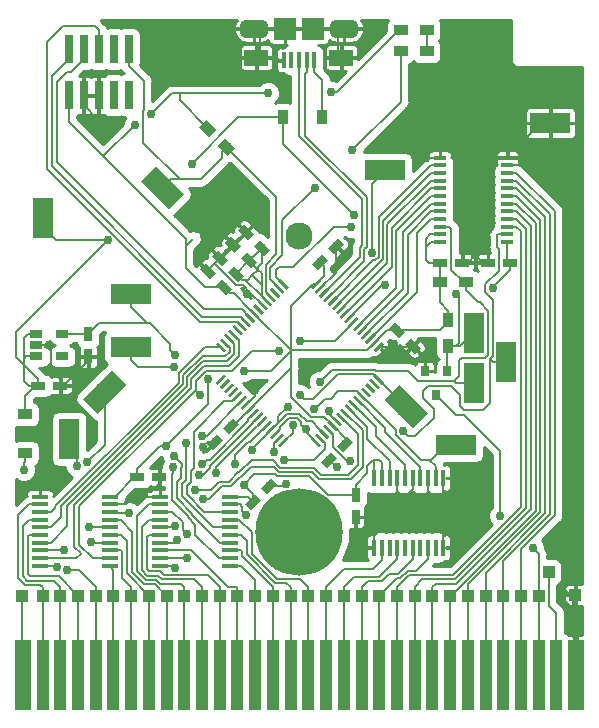
<source format=gbr>
G04 #@! TF.GenerationSoftware,KiCad,Pcbnew,(5.0.0-rc2-dev-111-gc69db6c)*
G04 #@! TF.CreationDate,2018-06-11T00:16:04-07:00*
G04 #@! TF.ProjectId,pygameboy,707967616D65626F792E6B696361645F,rev?*
G04 #@! TF.SameCoordinates,Original*
G04 #@! TF.FileFunction,Copper,L1,Top,Signal*
G04 #@! TF.FilePolarity,Positive*
%FSLAX46Y46*%
G04 Gerber Fmt 4.6, Leading zero omitted, Abs format (unit mm)*
G04 Created by KiCad (PCBNEW (5.0.0-rc2-dev-111-gc69db6c)) date Monday, June 11, 2018 at 12:16:04 AM*
%MOMM*%
%LPD*%
G01*
G04 APERTURE LIST*
%ADD10R,1.780000X3.430000*%
%ADD11C,1.780000*%
%ADD12C,0.100000*%
%ADD13R,3.430000X1.780000*%
%ADD14R,1.000000X1.000000*%
%ADD15C,0.750000*%
%ADD16R,1.200000X0.900000*%
%ADD17R,0.900000X1.200000*%
%ADD18R,2.000000X1.400000*%
%ADD19R,0.400000X1.350000*%
%ADD20R,1.900000X1.900000*%
%ADD21O,2.600000X1.600000*%
%ADD22R,0.750000X1.200000*%
%ADD23R,1.200000X0.750000*%
%ADD24R,0.740000X2.400000*%
%ADD25C,0.900000*%
%ADD26R,0.800000X0.900000*%
%ADD27R,1.060000X0.650000*%
%ADD28C,7.400000*%
%ADD29C,2.300000*%
%ADD30C,0.250000*%
%ADD31R,1.450000X0.450000*%
%ADD32R,0.450000X1.450000*%
%ADD33R,1.100000X0.400000*%
%ADD34R,1.400000X6.000000*%
%ADD35R,1.000000X6.000000*%
%ADD36C,0.762000*%
%ADD37C,0.203200*%
%ADD38C,0.254000*%
G04 APERTURE END LIST*
D10*
X142195000Y-67988000D03*
D11*
X133695000Y-71738000D03*
D12*
G36*
X135537013Y-72321363D02*
X134278363Y-73580013D01*
X131852987Y-71154637D01*
X133111637Y-69895987D01*
X135537013Y-72321363D01*
X135537013Y-72321363D01*
G37*
D10*
X105195000Y-74488000D03*
D11*
X108195000Y-70488000D03*
D12*
G36*
X107611637Y-72330013D02*
X106352987Y-71071363D01*
X108778363Y-68645987D01*
X110037013Y-69904637D01*
X107611637Y-72330013D01*
X107611637Y-72330013D01*
G37*
D13*
X137945000Y-74988000D03*
X131945000Y-51738000D03*
X110445000Y-66738000D03*
D10*
X139445000Y-65488000D03*
X139445000Y-69738000D03*
D13*
X110445000Y-62238000D03*
D10*
X102945000Y-55738000D03*
D13*
X145945000Y-47738000D03*
D11*
X113095000Y-53188000D03*
D12*
G36*
X114937013Y-53771363D02*
X113678363Y-55030013D01*
X111252987Y-52604637D01*
X112511637Y-51345987D01*
X114937013Y-53771363D01*
X114937013Y-53771363D01*
G37*
D14*
X110445000Y-87738000D03*
X120945000Y-87738000D03*
X111945000Y-87738000D03*
X108945000Y-87738000D03*
X107445000Y-87738000D03*
X105945000Y-87738000D03*
X104445000Y-87738000D03*
X102945000Y-87738000D03*
X101219000Y-87738000D03*
X122445000Y-87738000D03*
X123945000Y-87738000D03*
X125445000Y-87738000D03*
X126945000Y-87738000D03*
X128445000Y-87738000D03*
X114945000Y-87738000D03*
X129945000Y-87738000D03*
X116445000Y-87738000D03*
X117945000Y-87738000D03*
X131445000Y-87738000D03*
X132945000Y-87738000D03*
X134445000Y-87738000D03*
X135945000Y-87738000D03*
X137445000Y-87738000D03*
X138945000Y-87738000D03*
X140445000Y-87738000D03*
X141945000Y-87738000D03*
X143445000Y-87738000D03*
X144945000Y-87738000D03*
X145795000Y-85738000D03*
X148045000Y-87688000D03*
X119445000Y-87738000D03*
X113445000Y-87738000D03*
D15*
X119073249Y-58016249D03*
D12*
G36*
X118383820Y-57857150D02*
X118914150Y-57326820D01*
X119762678Y-58175348D01*
X119232348Y-58705678D01*
X118383820Y-57857150D01*
X118383820Y-57857150D01*
G37*
D15*
X120416751Y-59359751D03*
D12*
G36*
X119727322Y-59200652D02*
X120257652Y-58670322D01*
X121106180Y-59518850D01*
X120575850Y-60049180D01*
X119727322Y-59200652D01*
X119727322Y-59200652D01*
G37*
D15*
X121516751Y-58309751D03*
D12*
G36*
X120827322Y-58150652D02*
X121357652Y-57620322D01*
X122206180Y-58468850D01*
X121675850Y-58999180D01*
X120827322Y-58150652D01*
X120827322Y-58150652D01*
G37*
D15*
X120173249Y-56966249D03*
D12*
G36*
X119483820Y-56807150D02*
X120014150Y-56276820D01*
X120862678Y-57125348D01*
X120332348Y-57655678D01*
X119483820Y-56807150D01*
X119483820Y-56807150D01*
G37*
D16*
X133266000Y-39878000D03*
X135466000Y-39878000D03*
X135466000Y-41656000D03*
X133266000Y-41656000D03*
X138768000Y-61214000D03*
X136568000Y-61214000D03*
X101473000Y-72391000D03*
X101473000Y-75691000D03*
D17*
X126618000Y-47244000D03*
X123318000Y-47244000D03*
D18*
X128250000Y-42201000D03*
X121050000Y-42201000D03*
D19*
X125950000Y-42426000D03*
X125300000Y-42426000D03*
X124650000Y-42426000D03*
X124000000Y-42426000D03*
X123350000Y-42426000D03*
D20*
X125850000Y-39751000D03*
X123450000Y-39751000D03*
D21*
X128450000Y-39751000D03*
X120850000Y-39751000D03*
D22*
X106807000Y-65598000D03*
X106807000Y-67498000D03*
D15*
X120740249Y-79792751D03*
D12*
G36*
X120581150Y-80482180D02*
X120050820Y-79951850D01*
X120899348Y-79103322D01*
X121429678Y-79633652D01*
X120581150Y-80482180D01*
X120581150Y-80482180D01*
G37*
D15*
X122083751Y-78449249D03*
D12*
G36*
X121924652Y-79138678D02*
X121394322Y-78608348D01*
X122242850Y-77759820D01*
X122773180Y-78290150D01*
X121924652Y-79138678D01*
X121924652Y-79138678D01*
G37*
D23*
X112837000Y-77724000D03*
X110937000Y-77724000D03*
X104455000Y-69977000D03*
X102555000Y-69977000D03*
D22*
X129445000Y-81087000D03*
X129445000Y-79187000D03*
D23*
X136591000Y-59563000D03*
X138491000Y-59563000D03*
X140655000Y-59563000D03*
X142555000Y-59563000D03*
D15*
X127798751Y-58129249D03*
D12*
G36*
X127957850Y-57439820D02*
X128488180Y-57970150D01*
X127639652Y-58818678D01*
X127109322Y-58288348D01*
X127957850Y-57439820D01*
X127957850Y-57439820D01*
G37*
D15*
X126455249Y-59472751D03*
D12*
G36*
X126614348Y-58783322D02*
X127144678Y-59313652D01*
X126296150Y-60162180D01*
X125765820Y-59631850D01*
X126614348Y-58783322D01*
X126614348Y-58783322D01*
G37*
D15*
X132932249Y-65241249D03*
D12*
G36*
X133621678Y-65400348D02*
X133091348Y-65930678D01*
X132242820Y-65082150D01*
X132773150Y-64551820D01*
X133621678Y-65400348D01*
X133621678Y-65400348D01*
G37*
D15*
X134275751Y-66584751D03*
D12*
G36*
X134965180Y-66743850D02*
X134434850Y-67274180D01*
X133586322Y-66425652D01*
X134116652Y-65895322D01*
X134965180Y-66743850D01*
X134965180Y-66743850D01*
G37*
D15*
X127217249Y-76236751D03*
D12*
G36*
X127058150Y-76926180D02*
X126527820Y-76395850D01*
X127376348Y-75547322D01*
X127906678Y-76077652D01*
X127058150Y-76926180D01*
X127058150Y-76926180D01*
G37*
D15*
X128560751Y-74893249D03*
D12*
G36*
X128401652Y-75582678D02*
X127871322Y-75052348D01*
X128719850Y-74203820D01*
X129250180Y-74734150D01*
X128401652Y-75582678D01*
X128401652Y-75582678D01*
G37*
D15*
X118908751Y-73369249D03*
D12*
G36*
X118749652Y-74058678D02*
X118219322Y-73528348D01*
X119067850Y-72679820D01*
X119598180Y-73210150D01*
X118749652Y-74058678D01*
X118749652Y-74058678D01*
G37*
D15*
X117565249Y-74712751D03*
D12*
G36*
X117406150Y-75402180D02*
X116875820Y-74871850D01*
X117724348Y-74023322D01*
X118254678Y-74553652D01*
X117406150Y-75402180D01*
X117406150Y-75402180D01*
G37*
D15*
X119289751Y-60488751D03*
D12*
G36*
X119979180Y-60647850D02*
X119448850Y-61178180D01*
X118600322Y-60329652D01*
X119130652Y-59799322D01*
X119979180Y-60647850D01*
X119979180Y-60647850D01*
G37*
D15*
X117946249Y-59145249D03*
D12*
G36*
X118635678Y-59304348D02*
X118105348Y-59834678D01*
X117256820Y-58986150D01*
X117787150Y-58455820D01*
X118635678Y-59304348D01*
X118635678Y-59304348D01*
G37*
D15*
X118273751Y-61631751D03*
D12*
G36*
X117584322Y-61472652D02*
X118114652Y-60942322D01*
X118963180Y-61790850D01*
X118432850Y-62321180D01*
X117584322Y-61472652D01*
X117584322Y-61472652D01*
G37*
D15*
X116930249Y-60288249D03*
D12*
G36*
X116240820Y-60129150D02*
X116771150Y-59598820D01*
X117619678Y-60447348D01*
X117089348Y-60977678D01*
X116240820Y-60129150D01*
X116240820Y-60129150D01*
G37*
D24*
X110236000Y-41484000D03*
X110236000Y-45384000D03*
X108966000Y-41484000D03*
X108966000Y-45384000D03*
X107696000Y-41484000D03*
X107696000Y-45384000D03*
X106426000Y-41484000D03*
X106426000Y-45384000D03*
X105156000Y-41484000D03*
X105156000Y-45384000D03*
D17*
X137287000Y-64432000D03*
X137287000Y-66632000D03*
D25*
X118522817Y-49765817D03*
D12*
G36*
X117780355Y-49659751D02*
X118416751Y-49023355D01*
X119265279Y-49871883D01*
X118628883Y-50508279D01*
X117780355Y-49659751D01*
X117780355Y-49659751D01*
G37*
D25*
X116967183Y-48210183D03*
D12*
G36*
X116224721Y-48104117D02*
X116861117Y-47467721D01*
X117709645Y-48316249D01*
X117073249Y-48952645D01*
X116224721Y-48104117D01*
X116224721Y-48104117D01*
G37*
D26*
X136271000Y-70723000D03*
X135321000Y-68723000D03*
X137221000Y-68723000D03*
D27*
X104605000Y-65598000D03*
X104605000Y-67498000D03*
X102405000Y-67498000D03*
X102405000Y-66548000D03*
X102405000Y-65598000D03*
D28*
X124650000Y-82350000D03*
D29*
X124650000Y-57300000D03*
D30*
X118031841Y-66693142D03*
D12*
G36*
X118473783Y-66958307D02*
X118297006Y-67135084D01*
X117589899Y-66427977D01*
X117766676Y-66251200D01*
X118473783Y-66958307D01*
X118473783Y-66958307D01*
G37*
D30*
X118385394Y-66339588D03*
D12*
G36*
X118827336Y-66604753D02*
X118650559Y-66781530D01*
X117943452Y-66074423D01*
X118120229Y-65897646D01*
X118827336Y-66604753D01*
X118827336Y-66604753D01*
G37*
D30*
X118738948Y-65986035D03*
D12*
G36*
X119180890Y-66251200D02*
X119004113Y-66427977D01*
X118297006Y-65720870D01*
X118473783Y-65544093D01*
X119180890Y-66251200D01*
X119180890Y-66251200D01*
G37*
D30*
X119092501Y-65632482D03*
D12*
G36*
X119534443Y-65897647D02*
X119357666Y-66074424D01*
X118650559Y-65367317D01*
X118827336Y-65190540D01*
X119534443Y-65897647D01*
X119534443Y-65897647D01*
G37*
D30*
X119446054Y-65278928D03*
D12*
G36*
X119887996Y-65544093D02*
X119711219Y-65720870D01*
X119004112Y-65013763D01*
X119180889Y-64836986D01*
X119887996Y-65544093D01*
X119887996Y-65544093D01*
G37*
D30*
X119799608Y-64925375D03*
D12*
G36*
X120241550Y-65190540D02*
X120064773Y-65367317D01*
X119357666Y-64660210D01*
X119534443Y-64483433D01*
X120241550Y-65190540D01*
X120241550Y-65190540D01*
G37*
D30*
X120153161Y-64571821D03*
D12*
G36*
X120595103Y-64836986D02*
X120418326Y-65013763D01*
X119711219Y-64306656D01*
X119887996Y-64129879D01*
X120595103Y-64836986D01*
X120595103Y-64836986D01*
G37*
D30*
X120506715Y-64218268D03*
D12*
G36*
X120948657Y-64483433D02*
X120771880Y-64660210D01*
X120064773Y-63953103D01*
X120241550Y-63776326D01*
X120948657Y-64483433D01*
X120948657Y-64483433D01*
G37*
D30*
X120860268Y-63864715D03*
D12*
G36*
X121302210Y-64129880D02*
X121125433Y-64306657D01*
X120418326Y-63599550D01*
X120595103Y-63422773D01*
X121302210Y-64129880D01*
X121302210Y-64129880D01*
G37*
D30*
X121213821Y-63511161D03*
D12*
G36*
X121655763Y-63776326D02*
X121478986Y-63953103D01*
X120771879Y-63245996D01*
X120948656Y-63069219D01*
X121655763Y-63776326D01*
X121655763Y-63776326D01*
G37*
D30*
X121567375Y-63157608D03*
D12*
G36*
X122009317Y-63422773D02*
X121832540Y-63599550D01*
X121125433Y-62892443D01*
X121302210Y-62715666D01*
X122009317Y-63422773D01*
X122009317Y-63422773D01*
G37*
D30*
X121920928Y-62804054D03*
D12*
G36*
X122362870Y-63069219D02*
X122186093Y-63245996D01*
X121478986Y-62538889D01*
X121655763Y-62362112D01*
X122362870Y-63069219D01*
X122362870Y-63069219D01*
G37*
D30*
X122274482Y-62450501D03*
D12*
G36*
X122716424Y-62715666D02*
X122539647Y-62892443D01*
X121832540Y-62185336D01*
X122009317Y-62008559D01*
X122716424Y-62715666D01*
X122716424Y-62715666D01*
G37*
D30*
X122628035Y-62096948D03*
D12*
G36*
X123069977Y-62362113D02*
X122893200Y-62538890D01*
X122186093Y-61831783D01*
X122362870Y-61655006D01*
X123069977Y-62362113D01*
X123069977Y-62362113D01*
G37*
D30*
X122981588Y-61743394D03*
D12*
G36*
X123423530Y-62008559D02*
X123246753Y-62185336D01*
X122539646Y-61478229D01*
X122716423Y-61301452D01*
X123423530Y-62008559D01*
X123423530Y-62008559D01*
G37*
D30*
X123335142Y-61389841D03*
D12*
G36*
X123777084Y-61655006D02*
X123600307Y-61831783D01*
X122893200Y-61124676D01*
X123069977Y-60947899D01*
X123777084Y-61655006D01*
X123777084Y-61655006D01*
G37*
D30*
X126092858Y-61389841D03*
D12*
G36*
X125827693Y-61831783D02*
X125650916Y-61655006D01*
X126358023Y-60947899D01*
X126534800Y-61124676D01*
X125827693Y-61831783D01*
X125827693Y-61831783D01*
G37*
D30*
X126446412Y-61743394D03*
D12*
G36*
X126181247Y-62185336D02*
X126004470Y-62008559D01*
X126711577Y-61301452D01*
X126888354Y-61478229D01*
X126181247Y-62185336D01*
X126181247Y-62185336D01*
G37*
D30*
X126799965Y-62096948D03*
D12*
G36*
X126534800Y-62538890D02*
X126358023Y-62362113D01*
X127065130Y-61655006D01*
X127241907Y-61831783D01*
X126534800Y-62538890D01*
X126534800Y-62538890D01*
G37*
D30*
X127153518Y-62450501D03*
D12*
G36*
X126888353Y-62892443D02*
X126711576Y-62715666D01*
X127418683Y-62008559D01*
X127595460Y-62185336D01*
X126888353Y-62892443D01*
X126888353Y-62892443D01*
G37*
D30*
X127507072Y-62804054D03*
D12*
G36*
X127241907Y-63245996D02*
X127065130Y-63069219D01*
X127772237Y-62362112D01*
X127949014Y-62538889D01*
X127241907Y-63245996D01*
X127241907Y-63245996D01*
G37*
D30*
X127860625Y-63157608D03*
D12*
G36*
X127595460Y-63599550D02*
X127418683Y-63422773D01*
X128125790Y-62715666D01*
X128302567Y-62892443D01*
X127595460Y-63599550D01*
X127595460Y-63599550D01*
G37*
D30*
X128214179Y-63511161D03*
D12*
G36*
X127949014Y-63953103D02*
X127772237Y-63776326D01*
X128479344Y-63069219D01*
X128656121Y-63245996D01*
X127949014Y-63953103D01*
X127949014Y-63953103D01*
G37*
D30*
X128567732Y-63864715D03*
D12*
G36*
X128302567Y-64306657D02*
X128125790Y-64129880D01*
X128832897Y-63422773D01*
X129009674Y-63599550D01*
X128302567Y-64306657D01*
X128302567Y-64306657D01*
G37*
D30*
X128921285Y-64218268D03*
D12*
G36*
X128656120Y-64660210D02*
X128479343Y-64483433D01*
X129186450Y-63776326D01*
X129363227Y-63953103D01*
X128656120Y-64660210D01*
X128656120Y-64660210D01*
G37*
D30*
X129274839Y-64571821D03*
D12*
G36*
X129009674Y-65013763D02*
X128832897Y-64836986D01*
X129540004Y-64129879D01*
X129716781Y-64306656D01*
X129009674Y-65013763D01*
X129009674Y-65013763D01*
G37*
D30*
X129628392Y-64925375D03*
D12*
G36*
X129363227Y-65367317D02*
X129186450Y-65190540D01*
X129893557Y-64483433D01*
X130070334Y-64660210D01*
X129363227Y-65367317D01*
X129363227Y-65367317D01*
G37*
D30*
X129981946Y-65278928D03*
D12*
G36*
X129716781Y-65720870D02*
X129540004Y-65544093D01*
X130247111Y-64836986D01*
X130423888Y-65013763D01*
X129716781Y-65720870D01*
X129716781Y-65720870D01*
G37*
D30*
X130335499Y-65632482D03*
D12*
G36*
X130070334Y-66074424D02*
X129893557Y-65897647D01*
X130600664Y-65190540D01*
X130777441Y-65367317D01*
X130070334Y-66074424D01*
X130070334Y-66074424D01*
G37*
D30*
X130689052Y-65986035D03*
D12*
G36*
X130423887Y-66427977D02*
X130247110Y-66251200D01*
X130954217Y-65544093D01*
X131130994Y-65720870D01*
X130423887Y-66427977D01*
X130423887Y-66427977D01*
G37*
D30*
X131042606Y-66339588D03*
D12*
G36*
X130777441Y-66781530D02*
X130600664Y-66604753D01*
X131307771Y-65897646D01*
X131484548Y-66074423D01*
X130777441Y-66781530D01*
X130777441Y-66781530D01*
G37*
D30*
X131396159Y-66693142D03*
D12*
G36*
X131130994Y-67135084D02*
X130954217Y-66958307D01*
X131661324Y-66251200D01*
X131838101Y-66427977D01*
X131130994Y-67135084D01*
X131130994Y-67135084D01*
G37*
D30*
X131396159Y-69450858D03*
D12*
G36*
X131838101Y-69716023D02*
X131661324Y-69892800D01*
X130954217Y-69185693D01*
X131130994Y-69008916D01*
X131838101Y-69716023D01*
X131838101Y-69716023D01*
G37*
D30*
X131042606Y-69804412D03*
D12*
G36*
X131484548Y-70069577D02*
X131307771Y-70246354D01*
X130600664Y-69539247D01*
X130777441Y-69362470D01*
X131484548Y-70069577D01*
X131484548Y-70069577D01*
G37*
D30*
X130689052Y-70157965D03*
D12*
G36*
X131130994Y-70423130D02*
X130954217Y-70599907D01*
X130247110Y-69892800D01*
X130423887Y-69716023D01*
X131130994Y-70423130D01*
X131130994Y-70423130D01*
G37*
D30*
X130335499Y-70511518D03*
D12*
G36*
X130777441Y-70776683D02*
X130600664Y-70953460D01*
X129893557Y-70246353D01*
X130070334Y-70069576D01*
X130777441Y-70776683D01*
X130777441Y-70776683D01*
G37*
D30*
X129981946Y-70865072D03*
D12*
G36*
X130423888Y-71130237D02*
X130247111Y-71307014D01*
X129540004Y-70599907D01*
X129716781Y-70423130D01*
X130423888Y-71130237D01*
X130423888Y-71130237D01*
G37*
D30*
X129628392Y-71218625D03*
D12*
G36*
X130070334Y-71483790D02*
X129893557Y-71660567D01*
X129186450Y-70953460D01*
X129363227Y-70776683D01*
X130070334Y-71483790D01*
X130070334Y-71483790D01*
G37*
D30*
X129274839Y-71572179D03*
D12*
G36*
X129716781Y-71837344D02*
X129540004Y-72014121D01*
X128832897Y-71307014D01*
X129009674Y-71130237D01*
X129716781Y-71837344D01*
X129716781Y-71837344D01*
G37*
D30*
X128921285Y-71925732D03*
D12*
G36*
X129363227Y-72190897D02*
X129186450Y-72367674D01*
X128479343Y-71660567D01*
X128656120Y-71483790D01*
X129363227Y-72190897D01*
X129363227Y-72190897D01*
G37*
D30*
X128567732Y-72279285D03*
D12*
G36*
X129009674Y-72544450D02*
X128832897Y-72721227D01*
X128125790Y-72014120D01*
X128302567Y-71837343D01*
X129009674Y-72544450D01*
X129009674Y-72544450D01*
G37*
D30*
X128214179Y-72632839D03*
D12*
G36*
X128656121Y-72898004D02*
X128479344Y-73074781D01*
X127772237Y-72367674D01*
X127949014Y-72190897D01*
X128656121Y-72898004D01*
X128656121Y-72898004D01*
G37*
D30*
X127860625Y-72986392D03*
D12*
G36*
X128302567Y-73251557D02*
X128125790Y-73428334D01*
X127418683Y-72721227D01*
X127595460Y-72544450D01*
X128302567Y-73251557D01*
X128302567Y-73251557D01*
G37*
D30*
X127507072Y-73339946D03*
D12*
G36*
X127949014Y-73605111D02*
X127772237Y-73781888D01*
X127065130Y-73074781D01*
X127241907Y-72898004D01*
X127949014Y-73605111D01*
X127949014Y-73605111D01*
G37*
D30*
X127153518Y-73693499D03*
D12*
G36*
X127595460Y-73958664D02*
X127418683Y-74135441D01*
X126711576Y-73428334D01*
X126888353Y-73251557D01*
X127595460Y-73958664D01*
X127595460Y-73958664D01*
G37*
D30*
X126799965Y-74047052D03*
D12*
G36*
X127241907Y-74312217D02*
X127065130Y-74488994D01*
X126358023Y-73781887D01*
X126534800Y-73605110D01*
X127241907Y-74312217D01*
X127241907Y-74312217D01*
G37*
D30*
X126446412Y-74400606D03*
D12*
G36*
X126888354Y-74665771D02*
X126711577Y-74842548D01*
X126004470Y-74135441D01*
X126181247Y-73958664D01*
X126888354Y-74665771D01*
X126888354Y-74665771D01*
G37*
D30*
X126092858Y-74754159D03*
D12*
G36*
X126534800Y-75019324D02*
X126358023Y-75196101D01*
X125650916Y-74488994D01*
X125827693Y-74312217D01*
X126534800Y-75019324D01*
X126534800Y-75019324D01*
G37*
D30*
X123335142Y-74754159D03*
D12*
G36*
X123069977Y-75196101D02*
X122893200Y-75019324D01*
X123600307Y-74312217D01*
X123777084Y-74488994D01*
X123069977Y-75196101D01*
X123069977Y-75196101D01*
G37*
D30*
X122981588Y-74400606D03*
D12*
G36*
X122716423Y-74842548D02*
X122539646Y-74665771D01*
X123246753Y-73958664D01*
X123423530Y-74135441D01*
X122716423Y-74842548D01*
X122716423Y-74842548D01*
G37*
D30*
X122628035Y-74047052D03*
D12*
G36*
X122362870Y-74488994D02*
X122186093Y-74312217D01*
X122893200Y-73605110D01*
X123069977Y-73781887D01*
X122362870Y-74488994D01*
X122362870Y-74488994D01*
G37*
D30*
X122274482Y-73693499D03*
D12*
G36*
X122009317Y-74135441D02*
X121832540Y-73958664D01*
X122539647Y-73251557D01*
X122716424Y-73428334D01*
X122009317Y-74135441D01*
X122009317Y-74135441D01*
G37*
D30*
X121920928Y-73339946D03*
D12*
G36*
X121655763Y-73781888D02*
X121478986Y-73605111D01*
X122186093Y-72898004D01*
X122362870Y-73074781D01*
X121655763Y-73781888D01*
X121655763Y-73781888D01*
G37*
D30*
X121567375Y-72986392D03*
D12*
G36*
X121302210Y-73428334D02*
X121125433Y-73251557D01*
X121832540Y-72544450D01*
X122009317Y-72721227D01*
X121302210Y-73428334D01*
X121302210Y-73428334D01*
G37*
D30*
X121213821Y-72632839D03*
D12*
G36*
X120948656Y-73074781D02*
X120771879Y-72898004D01*
X121478986Y-72190897D01*
X121655763Y-72367674D01*
X120948656Y-73074781D01*
X120948656Y-73074781D01*
G37*
D30*
X120860268Y-72279285D03*
D12*
G36*
X120595103Y-72721227D02*
X120418326Y-72544450D01*
X121125433Y-71837343D01*
X121302210Y-72014120D01*
X120595103Y-72721227D01*
X120595103Y-72721227D01*
G37*
D30*
X120506715Y-71925732D03*
D12*
G36*
X120241550Y-72367674D02*
X120064773Y-72190897D01*
X120771880Y-71483790D01*
X120948657Y-71660567D01*
X120241550Y-72367674D01*
X120241550Y-72367674D01*
G37*
D30*
X120153161Y-71572179D03*
D12*
G36*
X119887996Y-72014121D02*
X119711219Y-71837344D01*
X120418326Y-71130237D01*
X120595103Y-71307014D01*
X119887996Y-72014121D01*
X119887996Y-72014121D01*
G37*
D30*
X119799608Y-71218625D03*
D12*
G36*
X119534443Y-71660567D02*
X119357666Y-71483790D01*
X120064773Y-70776683D01*
X120241550Y-70953460D01*
X119534443Y-71660567D01*
X119534443Y-71660567D01*
G37*
D30*
X119446054Y-70865072D03*
D12*
G36*
X119180889Y-71307014D02*
X119004112Y-71130237D01*
X119711219Y-70423130D01*
X119887996Y-70599907D01*
X119180889Y-71307014D01*
X119180889Y-71307014D01*
G37*
D30*
X119092501Y-70511518D03*
D12*
G36*
X118827336Y-70953460D02*
X118650559Y-70776683D01*
X119357666Y-70069576D01*
X119534443Y-70246353D01*
X118827336Y-70953460D01*
X118827336Y-70953460D01*
G37*
D30*
X118738948Y-70157965D03*
D12*
G36*
X118473783Y-70599907D02*
X118297006Y-70423130D01*
X119004113Y-69716023D01*
X119180890Y-69892800D01*
X118473783Y-70599907D01*
X118473783Y-70599907D01*
G37*
D30*
X118385394Y-69804412D03*
D12*
G36*
X118120229Y-70246354D02*
X117943452Y-70069577D01*
X118650559Y-69362470D01*
X118827336Y-69539247D01*
X118120229Y-70246354D01*
X118120229Y-70246354D01*
G37*
D30*
X118031841Y-69450858D03*
D12*
G36*
X117766676Y-69892800D02*
X117589899Y-69716023D01*
X118297006Y-69008916D01*
X118473783Y-69185693D01*
X117766676Y-69892800D01*
X117766676Y-69892800D01*
G37*
D31*
X108614000Y-79371000D03*
X108614000Y-80021000D03*
X108614000Y-80671000D03*
X108614000Y-81321000D03*
X108614000Y-81971000D03*
X108614000Y-82621000D03*
X108614000Y-83271000D03*
X108614000Y-83921000D03*
X108614000Y-84571000D03*
X108614000Y-85221000D03*
X102714000Y-85221000D03*
X102714000Y-84571000D03*
X102714000Y-83921000D03*
X102714000Y-83271000D03*
X102714000Y-82621000D03*
X102714000Y-81971000D03*
X102714000Y-81321000D03*
X102714000Y-80671000D03*
X102714000Y-80021000D03*
X102714000Y-79371000D03*
X112874000Y-79371000D03*
X112874000Y-80021000D03*
X112874000Y-80671000D03*
X112874000Y-81321000D03*
X112874000Y-81971000D03*
X112874000Y-82621000D03*
X112874000Y-83271000D03*
X112874000Y-83921000D03*
X112874000Y-84571000D03*
X112874000Y-85221000D03*
X118774000Y-85221000D03*
X118774000Y-84571000D03*
X118774000Y-83921000D03*
X118774000Y-83271000D03*
X118774000Y-82621000D03*
X118774000Y-81971000D03*
X118774000Y-81321000D03*
X118774000Y-80671000D03*
X118774000Y-80021000D03*
X118774000Y-79371000D03*
D32*
X131020000Y-77788000D03*
X131670000Y-77788000D03*
X132320000Y-77788000D03*
X132970000Y-77788000D03*
X133620000Y-77788000D03*
X134270000Y-77788000D03*
X134920000Y-77788000D03*
X135570000Y-77788000D03*
X136220000Y-77788000D03*
X136870000Y-77788000D03*
X136870000Y-83688000D03*
X136220000Y-83688000D03*
X135570000Y-83688000D03*
X134920000Y-83688000D03*
X134270000Y-83688000D03*
X133620000Y-83688000D03*
X132970000Y-83688000D03*
X132320000Y-83688000D03*
X131670000Y-83688000D03*
X131020000Y-83688000D03*
D33*
X136596000Y-57804000D03*
X136596000Y-57154000D03*
X136596000Y-56504000D03*
X136596000Y-55854000D03*
X136596000Y-55204000D03*
X136596000Y-54554000D03*
X136596000Y-53904000D03*
X136596000Y-53254000D03*
X136596000Y-52604000D03*
X136596000Y-51954000D03*
X136596000Y-51304000D03*
X136596000Y-50654000D03*
X142296000Y-50654000D03*
X142296000Y-51304000D03*
X142296000Y-51954000D03*
X142296000Y-52604000D03*
X142296000Y-53254000D03*
X142296000Y-53904000D03*
X142296000Y-54554000D03*
X142296000Y-55204000D03*
X142296000Y-55854000D03*
X142296000Y-56504000D03*
X142296000Y-57154000D03*
X142296000Y-57804000D03*
D34*
X101245000Y-94448000D03*
D35*
X102945000Y-94488000D03*
X104445000Y-94488000D03*
X105945000Y-94488000D03*
X107445000Y-94488000D03*
X108945000Y-94488000D03*
X110445000Y-94488000D03*
X111945000Y-94488000D03*
X113445000Y-94488000D03*
X114945000Y-94488000D03*
X116445000Y-94488000D03*
X117945000Y-94488000D03*
X119445000Y-94488000D03*
X120945000Y-94488000D03*
X122445000Y-94488000D03*
X123945000Y-94488000D03*
X125445000Y-94488000D03*
X126945000Y-94488000D03*
X128445000Y-94488000D03*
X129945000Y-94488000D03*
X131445000Y-94488000D03*
X132945000Y-94488000D03*
X134445000Y-94488000D03*
X135945000Y-94488000D03*
X137445000Y-94488000D03*
X138945000Y-94488000D03*
X140445000Y-94488000D03*
X141945000Y-94488000D03*
X143445000Y-94488000D03*
X144945000Y-94488000D03*
X146445000Y-94488000D03*
D34*
X148145000Y-94488000D03*
D36*
X108463541Y-57654581D03*
X129286000Y-55499000D03*
X141097000Y-61722000D03*
X115570000Y-51181000D03*
X132945000Y-87738000D03*
X134445000Y-87738000D03*
X135945000Y-87738000D03*
X148045000Y-87687994D03*
X123545025Y-78263338D03*
X127845000Y-76888000D03*
X114145000Y-85388000D03*
X104145000Y-85288000D03*
X127215011Y-72092149D03*
X132445000Y-80488000D03*
X120248818Y-62234191D03*
X146945000Y-87988000D03*
X146945000Y-86988000D03*
X120206079Y-80949810D03*
X127635000Y-60071000D03*
X135382000Y-50673000D03*
X143764000Y-51054000D03*
X102743000Y-78486000D03*
X116547596Y-75153434D03*
X110998000Y-78994000D03*
X107823000Y-48006000D03*
X118872000Y-42545000D03*
X116832971Y-58214019D03*
X120904000Y-70358000D03*
X103505000Y-66548000D03*
X137445000Y-87738000D03*
X138945000Y-87738000D03*
X140445000Y-87738000D03*
X141945000Y-87738000D03*
X143445000Y-87738000D03*
X114145000Y-67338000D03*
X119962239Y-68713644D03*
X116975010Y-69389916D03*
X119975274Y-78378094D03*
X110744000Y-47879000D03*
X112141000Y-46990000D03*
X122047000Y-45212000D03*
X127381000Y-45085000D03*
X113411000Y-75057000D03*
X102945000Y-87738000D03*
X104445000Y-87738000D03*
X105945000Y-87738000D03*
X107445000Y-87738000D03*
X105011950Y-85578771D03*
X104775000Y-83885190D03*
X108945000Y-87738000D03*
X110445000Y-87738000D03*
X111945000Y-87738000D03*
X113445000Y-87738000D03*
X114945000Y-87738000D03*
X116445000Y-87738000D03*
X117945000Y-87738000D03*
X119445000Y-87738000D03*
X120945000Y-87738000D03*
X122445000Y-87738000D03*
X123945000Y-87738000D03*
X125445000Y-87738000D03*
X126945000Y-87738000D03*
X128445000Y-87738000D03*
X129945000Y-87738000D03*
X131445000Y-87738000D03*
X144945000Y-87738000D03*
X141695000Y-80988000D03*
X144445000Y-83738000D03*
X124145000Y-73338000D03*
X126396489Y-69650469D03*
X133495000Y-73838000D03*
X128960399Y-76345824D03*
X129032000Y-56515000D03*
X137922000Y-62230000D03*
X125224823Y-73680906D03*
X125945000Y-71988000D03*
X115195537Y-84600694D03*
X124695000Y-70738000D03*
X123695000Y-71738000D03*
X123345000Y-76238000D03*
X106745000Y-76438000D03*
X105845000Y-76788000D03*
X114045000Y-68388000D03*
X116245000Y-70788000D03*
X145795000Y-85738000D03*
X116505943Y-79582057D03*
X115189000Y-82550000D03*
X114122190Y-81874717D03*
X115823985Y-78767350D03*
X119239189Y-76631810D03*
X114351494Y-83076310D03*
X117654182Y-77407992D03*
X113992320Y-76860501D03*
X116176032Y-77557817D03*
X114042707Y-75896589D03*
X116448327Y-76631810D03*
X115062703Y-74801241D03*
X116426642Y-74195831D03*
X120634644Y-75455118D03*
X110236000Y-80772000D03*
X106857810Y-81915000D03*
X107032488Y-83202606D03*
X122555000Y-75565000D03*
X124714000Y-66167000D03*
X122936000Y-67056000D03*
X129159000Y-50038000D03*
X125984000Y-53213000D03*
X101219000Y-87630000D03*
X101346000Y-77089000D03*
X105918000Y-69088000D03*
X132715000Y-66421000D03*
X139573000Y-58928000D03*
X130795000Y-58738000D03*
X131895000Y-61488000D03*
D37*
X108463541Y-57654581D02*
X104861581Y-57654581D01*
X104861581Y-57654581D02*
X104859962Y-57656200D01*
X102945000Y-56563000D02*
X102945000Y-55738000D01*
X104859962Y-57656200D02*
X104038200Y-57656200D01*
X104038200Y-57656200D02*
X102945000Y-56563000D01*
X108082542Y-58035580D02*
X108463541Y-57654581D01*
X100711000Y-65407122D02*
X108082542Y-58035580D01*
X102555000Y-69398800D02*
X100711000Y-67554800D01*
X102555000Y-69977000D02*
X102555000Y-69398800D01*
X100711000Y-67554800D02*
X100711000Y-65407122D01*
X129286000Y-55499000D02*
X123318000Y-49531000D01*
X123318000Y-49531000D02*
X123318000Y-47244000D01*
X142555000Y-60141200D02*
X141097000Y-61599200D01*
X142555000Y-59563000D02*
X142555000Y-60141200D01*
X141097000Y-61599200D02*
X141097000Y-61722000D01*
X123318000Y-47244000D02*
X119507000Y-47244000D01*
X119507000Y-47244000D02*
X115570000Y-51181000D01*
X101346000Y-69571200D02*
X101346000Y-67691000D01*
X101346000Y-67691000D02*
X101346000Y-65923800D01*
X102405000Y-67498000D02*
X101539000Y-67498000D01*
X101539000Y-67498000D02*
X101346000Y-67691000D01*
X101346000Y-65923800D02*
X101671800Y-65598000D01*
X101671800Y-65598000D02*
X102405000Y-65598000D01*
X102555000Y-69977000D02*
X101751800Y-69977000D01*
X101751800Y-69977000D02*
X101346000Y-69571200D01*
X101473000Y-72391000D02*
X101473000Y-70834000D01*
X101473000Y-70834000D02*
X102330000Y-69977000D01*
X102330000Y-69977000D02*
X102555000Y-69977000D01*
X132945000Y-94488000D02*
X132945000Y-89688000D01*
X132945000Y-89688000D02*
X132945000Y-87738000D01*
X137729072Y-85988000D02*
X143459801Y-80257271D01*
X133991800Y-85988000D02*
X137729072Y-85988000D01*
X143049200Y-56504000D02*
X142296000Y-56504000D01*
X132945000Y-87034800D02*
X133991800Y-85988000D01*
X143459801Y-80257271D02*
X143459801Y-56914601D01*
X132945000Y-87738000D02*
X132945000Y-87034800D01*
X143459801Y-56914601D02*
X143049200Y-56504000D01*
X134445000Y-89738000D02*
X134445000Y-94488000D01*
X134445000Y-89738000D02*
X134445000Y-87738000D01*
X143866212Y-80353768D02*
X143866212Y-56671012D01*
X143049200Y-55854000D02*
X142296000Y-55854000D01*
X143866212Y-56671012D02*
X143049200Y-55854000D01*
X135097411Y-86382389D02*
X137837591Y-86382389D01*
X134445000Y-87738000D02*
X134445000Y-87034800D01*
X137837591Y-86382389D02*
X143866212Y-80353768D01*
X134445000Y-87034800D02*
X135097411Y-86382389D01*
X135945000Y-94488000D02*
X135945000Y-89588000D01*
X135945000Y-89588000D02*
X135945000Y-87738000D01*
X143049200Y-55204000D02*
X142296000Y-55204000D01*
X144272623Y-56427423D02*
X143049200Y-55204000D01*
X135945000Y-87034800D02*
X136241800Y-86738000D01*
X136241800Y-86738000D02*
X137984890Y-86738000D01*
X135945000Y-87738000D02*
X135945000Y-87034800D01*
X137984890Y-86738000D02*
X144272623Y-80450267D01*
X144272623Y-80450267D02*
X144272623Y-56427423D01*
X147983821Y-87687994D02*
X148045000Y-87687994D01*
X147845000Y-87826815D02*
X147983821Y-87687994D01*
X147445000Y-87626809D02*
X147506185Y-87687994D01*
X146945000Y-87988000D02*
X147445000Y-87488000D01*
X147845000Y-91213000D02*
X147845000Y-87826815D01*
X147506185Y-87687994D02*
X148045000Y-87687994D01*
X147945000Y-90288000D02*
X147845000Y-90188000D01*
X147945000Y-91313000D02*
X147845000Y-91213000D01*
X147445000Y-87488000D02*
X147445000Y-87626809D01*
X147845000Y-90188000D02*
X147845000Y-87826815D01*
X122083751Y-78449249D02*
X123359114Y-78449249D01*
X123359114Y-78449249D02*
X123545025Y-78263338D01*
X127217249Y-76236751D02*
X127217249Y-76260249D01*
X127217249Y-76260249D02*
X127845000Y-76888000D01*
X147945000Y-94488000D02*
X147945000Y-90288000D01*
X112874000Y-85221000D02*
X113978000Y-85221000D01*
X113978000Y-85221000D02*
X114145000Y-85388000D01*
X104078000Y-85221000D02*
X104145000Y-85288000D01*
X102714000Y-85221000D02*
X104078000Y-85221000D01*
X119073249Y-58016249D02*
X119073249Y-58018249D01*
X119073249Y-58018249D02*
X117946249Y-59145249D01*
X120173249Y-56966249D02*
X120123249Y-56966249D01*
X120123249Y-56966249D02*
X119073249Y-58016249D01*
X143764000Y-51054000D02*
X143764000Y-49094000D01*
X143764000Y-49094000D02*
X145120000Y-47738000D01*
X145120000Y-47738000D02*
X145945000Y-47738000D01*
X127860625Y-72986392D02*
X127215011Y-72340778D01*
X127215011Y-72340778D02*
X127215011Y-72092149D01*
X135445000Y-80488000D02*
X135570000Y-80363000D01*
X135570000Y-80363000D02*
X135570000Y-77788000D01*
X135445000Y-80488000D02*
X136870000Y-79063000D01*
X136870000Y-79063000D02*
X136870000Y-77788000D01*
X135445000Y-80488000D02*
X136870000Y-81913000D01*
X136870000Y-81913000D02*
X136870000Y-83688000D01*
X132445000Y-80488000D02*
X135445000Y-80488000D01*
X132445000Y-80488000D02*
X132825999Y-80107001D01*
X132825999Y-80107001D02*
X132879199Y-80107001D01*
X132879199Y-80107001D02*
X134270000Y-78716200D01*
X134270000Y-78716200D02*
X134270000Y-77788000D01*
X132445000Y-80488000D02*
X132970000Y-79963000D01*
X132970000Y-79963000D02*
X132970000Y-77788000D01*
X131020000Y-83688000D02*
X131020000Y-81913000D01*
X131020000Y-81913000D02*
X131846000Y-81087000D01*
X129445000Y-81087000D02*
X131846000Y-81087000D01*
X131846000Y-81087000D02*
X132445000Y-80488000D01*
X120380009Y-62103000D02*
X120248818Y-62234191D01*
X120512767Y-62103000D02*
X120380009Y-62103000D01*
X147945000Y-88988000D02*
X147325999Y-88368999D01*
X147945000Y-91313000D02*
X147945000Y-88988000D01*
X147325999Y-88368999D02*
X146945000Y-87988000D01*
X146945000Y-86988000D02*
X147445000Y-87488000D01*
X119825080Y-80568811D02*
X120206079Y-80949810D01*
X118774000Y-80021000D02*
X119622642Y-80021000D01*
X119825080Y-80223438D02*
X119825080Y-80568811D01*
X119622642Y-80021000D02*
X119825080Y-80223438D01*
X127798751Y-60391055D02*
X127798751Y-60234751D01*
X127798751Y-60234751D02*
X127635000Y-60071000D01*
X127798751Y-58129249D02*
X127798751Y-60391055D01*
X127798751Y-60391055D02*
X126446412Y-61743394D01*
X136596000Y-50654000D02*
X135401000Y-50654000D01*
X135401000Y-50654000D02*
X135382000Y-50673000D01*
X143637000Y-51054000D02*
X143387000Y-51304000D01*
X143387000Y-51304000D02*
X142296000Y-51304000D01*
X143764000Y-51054000D02*
X143637000Y-51054000D01*
X142296000Y-50654000D02*
X143364000Y-50654000D01*
X143364000Y-50654000D02*
X143764000Y-51054000D01*
X102714000Y-79371000D02*
X102714000Y-78515000D01*
X102714000Y-78515000D02*
X102743000Y-78486000D01*
X117565249Y-74712751D02*
X116934919Y-74712751D01*
X116547596Y-75100074D02*
X116547596Y-75153434D01*
X116934919Y-74712751D02*
X116547596Y-75100074D01*
X112837000Y-77724000D02*
X112837000Y-78302200D01*
X112837000Y-78302200D02*
X112145200Y-78994000D01*
X112145200Y-78994000D02*
X111536815Y-78994000D01*
X111536815Y-78994000D02*
X110998000Y-78994000D01*
X112874000Y-79371000D02*
X111375000Y-79371000D01*
X111375000Y-79371000D02*
X110998000Y-78994000D01*
X108614000Y-80021000D02*
X109971000Y-80021000D01*
X109971000Y-80021000D02*
X110998000Y-78994000D01*
X107696000Y-45384000D02*
X107696000Y-47879000D01*
X107696000Y-47879000D02*
X107823000Y-48006000D01*
X106426000Y-45384000D02*
X106426000Y-46214000D01*
X106426000Y-46214000D02*
X107823000Y-47611000D01*
X107823000Y-47611000D02*
X107823000Y-48006000D01*
X106426000Y-45384000D02*
X107696000Y-45384000D01*
X127950000Y-39751000D02*
X127950000Y-42101000D01*
X127950000Y-42101000D02*
X128050000Y-42201000D01*
X125850000Y-39751000D02*
X127003200Y-39751000D01*
X127003200Y-39751000D02*
X127950000Y-39751000D01*
X123450000Y-39751000D02*
X125850000Y-39751000D01*
X121350000Y-39751000D02*
X123450000Y-39751000D01*
X121350000Y-39751000D02*
X121350000Y-42101000D01*
X121350000Y-42101000D02*
X121250000Y-42201000D01*
X123350000Y-42426000D02*
X122946800Y-42426000D01*
X122946800Y-42426000D02*
X122721800Y-42201000D01*
X122721800Y-42201000D02*
X121250000Y-42201000D01*
X121250000Y-42201000D02*
X119216000Y-42201000D01*
X119216000Y-42201000D02*
X118872000Y-42545000D01*
X117015019Y-58214019D02*
X116832971Y-58214019D01*
X117946249Y-59145249D02*
X117015019Y-58214019D01*
X120512767Y-62103000D02*
X119892757Y-61482990D01*
X121567375Y-63157608D02*
X120512767Y-62103000D01*
X116930249Y-60161249D02*
X117528498Y-59563000D01*
X117528498Y-59563000D02*
X117946249Y-59145249D01*
X119892757Y-61482990D02*
X119322592Y-61482990D01*
X119322592Y-61482990D02*
X117528498Y-59688896D01*
X117528498Y-59688896D02*
X117528498Y-59563000D01*
X116930249Y-60288249D02*
X116930249Y-60161249D01*
X120153161Y-71572179D02*
X120904000Y-70821340D01*
X120904000Y-70821340D02*
X120904000Y-70358000D01*
X103632000Y-67041800D02*
X103632000Y-66675000D01*
X103632000Y-66675000D02*
X103505000Y-66548000D01*
X103632000Y-67041800D02*
X103632000Y-68575800D01*
X103632000Y-68575800D02*
X104455000Y-69398800D01*
X104455000Y-69398800D02*
X104455000Y-69977000D01*
X102405000Y-66548000D02*
X103138200Y-66548000D01*
X103138200Y-66548000D02*
X103632000Y-67041800D01*
X137445000Y-89788000D02*
X137445000Y-94488000D01*
X137445000Y-89788000D02*
X137445000Y-87738000D01*
X144679034Y-56183834D02*
X143049200Y-54554000D01*
X143049200Y-54554000D02*
X142296000Y-54554000D01*
X137445000Y-87738000D02*
X137487798Y-87738000D01*
X137487798Y-87738000D02*
X144679034Y-80546764D01*
X144679034Y-80546764D02*
X144679034Y-56183834D01*
X138945000Y-94488000D02*
X138945000Y-89838000D01*
X138945000Y-89838000D02*
X138945000Y-87738000D01*
X145085445Y-55940245D02*
X143049200Y-53904000D01*
X145085445Y-80649024D02*
X145085445Y-55940245D01*
X143049200Y-53904000D02*
X142296000Y-53904000D01*
X138945000Y-87738000D02*
X138945000Y-86789469D01*
X138945000Y-86789469D02*
X145085445Y-80649024D01*
X140445000Y-89838000D02*
X140445000Y-94488000D01*
X140445000Y-89838000D02*
X140445000Y-87738000D01*
X143049200Y-53254000D02*
X142296000Y-53254000D01*
X140445000Y-87738000D02*
X140445000Y-85792378D01*
X145491856Y-55696656D02*
X143049200Y-53254000D01*
X145491856Y-80745522D02*
X145491856Y-55696656D01*
X140445000Y-85792378D02*
X145491856Y-80745522D01*
X141945000Y-94488000D02*
X141945000Y-89688000D01*
X141945000Y-89688000D02*
X141945000Y-87738000D01*
X143049200Y-52604000D02*
X142296000Y-52604000D01*
X145898267Y-55453067D02*
X143049200Y-52604000D01*
X141945000Y-84795287D02*
X145898267Y-80842020D01*
X145898267Y-80842020D02*
X145898267Y-55453067D01*
X141945000Y-87738000D02*
X141945000Y-84795287D01*
X143445000Y-87738000D02*
X143445000Y-83798196D01*
X146295000Y-80948196D02*
X146295000Y-55199800D01*
X143445000Y-83798196D02*
X146295000Y-80948196D01*
X143049200Y-51954000D02*
X142296000Y-51954000D01*
X146295000Y-55199800D02*
X143049200Y-51954000D01*
X143445000Y-89788000D02*
X143445000Y-94488000D01*
X143445000Y-89788000D02*
X143445000Y-87738000D01*
X125507336Y-77628336D02*
X127066000Y-79187000D01*
X122789716Y-77628336D02*
X125507336Y-77628336D01*
X127066000Y-79187000D02*
X128866800Y-79187000D01*
X120869145Y-77484223D02*
X122645603Y-77484223D01*
X119975274Y-78378094D02*
X120869145Y-77484223D01*
X122645603Y-77484223D02*
X122789716Y-77628336D01*
X128866800Y-79187000D02*
X129445000Y-79187000D01*
X111995000Y-64688000D02*
X111801800Y-64688000D01*
X111801800Y-64688000D02*
X110445000Y-63331200D01*
X110445000Y-63331200D02*
X110445000Y-62238000D01*
X114554000Y-45212000D02*
X114554000Y-45797000D01*
X114554000Y-45797000D02*
X116967183Y-48210183D01*
X106807000Y-65598000D02*
X107717000Y-64688000D01*
X107717000Y-64688000D02*
X111995000Y-64688000D01*
X113764001Y-66457001D02*
X113764001Y-66957001D01*
X113764001Y-66957001D02*
X114145000Y-67338000D01*
X111995000Y-64688000D02*
X113764001Y-66457001D01*
X123952000Y-67945000D02*
X123952000Y-66956447D01*
X123952000Y-70934804D02*
X123952000Y-67945000D01*
X125640198Y-72623002D02*
X123952000Y-70934804D01*
X126790128Y-72623002D02*
X125640198Y-72623002D01*
X127507072Y-73339946D02*
X126790128Y-72623002D01*
X131020000Y-77788000D02*
X131020000Y-76313000D01*
X131020000Y-76313000D02*
X130945000Y-76238000D01*
X131445000Y-76238000D02*
X131670000Y-76463000D01*
X131670000Y-76463000D02*
X131670000Y-77788000D01*
X130945000Y-76238000D02*
X131445000Y-76238000D01*
X130445000Y-76738000D02*
X130945000Y-76238000D01*
X130445000Y-77383800D02*
X130445000Y-76738000D01*
X129445000Y-79187000D02*
X129445000Y-78383800D01*
X129445000Y-78383800D02*
X130445000Y-77383800D01*
X116975010Y-69928731D02*
X116975010Y-69389916D01*
X113411000Y-75057000D02*
X116975010Y-71492990D01*
X116975010Y-71492990D02*
X116975010Y-69928731D01*
X120501054Y-68713644D02*
X119962239Y-68713644D01*
X123952000Y-67054988D02*
X122293344Y-68713644D01*
X123952000Y-66956447D02*
X123952000Y-67054988D01*
X122293344Y-68713644D02*
X120501054Y-68713644D01*
X120356273Y-78759093D02*
X119975274Y-78378094D01*
X120740249Y-79143069D02*
X120356273Y-78759093D01*
X120740249Y-79792751D02*
X120740249Y-79143069D01*
X115062000Y-57531000D02*
X108077000Y-50546000D01*
X108077000Y-50546000D02*
X105156000Y-47625000D01*
X110744000Y-47879000D02*
X108077000Y-50546000D01*
X113919000Y-45212000D02*
X112141000Y-46990000D01*
X114173000Y-45212000D02*
X113919000Y-45212000D01*
X114554000Y-45212000D02*
X114173000Y-45212000D01*
X122047000Y-45212000D02*
X114554000Y-45212000D01*
X133266000Y-39878000D02*
X133116000Y-39878000D01*
X133116000Y-39878000D02*
X127909000Y-45085000D01*
X127909000Y-45085000D02*
X127381000Y-45085000D01*
X126455249Y-59472751D02*
X126791124Y-59808626D01*
X126791124Y-60691575D02*
X126517121Y-60965578D01*
X126791124Y-59808626D02*
X126791124Y-60691575D01*
X126517121Y-60965578D02*
X126092858Y-61389841D01*
X137287000Y-64432000D02*
X137287000Y-63628800D01*
X137287000Y-63628800D02*
X136568000Y-62909800D01*
X136568000Y-61867200D02*
X136568000Y-61214000D01*
X136568000Y-62909800D02*
X136568000Y-61867200D01*
X113411000Y-75057000D02*
X112872185Y-75057000D01*
X110937000Y-76992185D02*
X110937000Y-77145800D01*
X112872185Y-75057000D02*
X110937000Y-76992185D01*
X110937000Y-77145800D02*
X110937000Y-77724000D01*
X127507072Y-73339946D02*
X128560751Y-74393625D01*
X128560751Y-74393625D02*
X128560751Y-74893249D01*
X120740249Y-79792751D02*
X120318498Y-79371000D01*
X120318498Y-79371000D02*
X118774000Y-79371000D01*
X110937000Y-77724000D02*
X110712000Y-77724000D01*
X110712000Y-77724000D02*
X109065000Y-79371000D01*
X109065000Y-79371000D02*
X108614000Y-79371000D01*
X105156000Y-47625000D02*
X105156000Y-45384000D01*
X115062000Y-58166000D02*
X115062000Y-57531000D01*
X115699791Y-57528209D02*
X115062000Y-58166000D01*
X117643421Y-61631751D02*
X118273751Y-61631751D01*
X115062000Y-58166000D02*
X115062000Y-60004250D01*
X115062000Y-60004250D02*
X116689501Y-61631751D01*
X116689501Y-61631751D02*
X117643421Y-61631751D01*
X120506715Y-71925732D02*
X119063198Y-73369249D01*
X119063198Y-73369249D02*
X118908751Y-73369249D01*
X118273751Y-61631751D02*
X118768725Y-62126725D01*
X119122278Y-62126725D02*
X120436005Y-63440452D01*
X118768725Y-62126725D02*
X119122278Y-62126725D01*
X120436005Y-63440452D02*
X120860268Y-63864715D01*
X120506715Y-71925732D02*
X123952000Y-68480447D01*
X123952000Y-68480447D02*
X123952000Y-66956447D01*
X131042606Y-66339588D02*
X130425747Y-66956447D01*
X130425747Y-66956447D02*
X123952000Y-66956447D01*
X126092858Y-61389841D02*
X125816081Y-61389841D01*
X125816081Y-61389841D02*
X123952000Y-63253922D01*
X123952000Y-63253922D02*
X123952000Y-66956447D01*
X123952000Y-66956447D02*
X120860268Y-63864715D01*
X105156000Y-42314000D02*
X105156000Y-41484000D01*
X103733589Y-51409589D02*
X103733589Y-43736411D01*
X120153161Y-64571821D02*
X119728898Y-64147558D01*
X103733589Y-43736411D02*
X105156000Y-42314000D01*
X116471558Y-64147558D02*
X103733589Y-51409589D01*
X119728898Y-64147558D02*
X116471558Y-64147558D01*
X104987358Y-43434000D02*
X105306000Y-43434000D01*
X105306000Y-43434000D02*
X106426000Y-42314000D01*
X106426000Y-42314000D02*
X106426000Y-41484000D01*
X104140000Y-51054000D02*
X104140000Y-44281358D01*
X104140000Y-44281358D02*
X104987358Y-43434000D01*
X116586000Y-63500000D02*
X104140000Y-51054000D01*
X120506715Y-64218268D02*
X119788447Y-63500000D01*
X119788447Y-63500000D02*
X116586000Y-63500000D01*
X100895000Y-86238000D02*
X100895000Y-80911800D01*
X100895000Y-80911800D02*
X101785800Y-80021000D01*
X101785800Y-80021000D02*
X102714000Y-80021000D01*
X101495000Y-86838000D02*
X100895000Y-86238000D01*
X102748200Y-86838000D02*
X101495000Y-86838000D01*
X102945000Y-87738000D02*
X102945000Y-87034800D01*
X102945000Y-87034800D02*
X102748200Y-86838000D01*
X102945000Y-94488000D02*
X102945000Y-89588000D01*
X102945000Y-89588000D02*
X102945000Y-87738000D01*
X101785800Y-81321000D02*
X102714000Y-81321000D01*
X101277788Y-86099051D02*
X101277788Y-81829012D01*
X103892589Y-86482389D02*
X101661126Y-86482389D01*
X104445000Y-87034800D02*
X103892589Y-86482389D01*
X101277788Y-81829012D02*
X101785800Y-81321000D01*
X104445000Y-87738000D02*
X104445000Y-87034800D01*
X101661126Y-86482389D02*
X101277788Y-86099051D01*
X104445000Y-94488000D02*
X104445000Y-90438000D01*
X104445000Y-90438000D02*
X104445000Y-87738000D01*
X105945000Y-94488000D02*
X105945000Y-90688000D01*
X105945000Y-90688000D02*
X105945000Y-87738000D01*
X101684199Y-82722601D02*
X101785800Y-82621000D01*
X101880266Y-86126778D02*
X101684199Y-85930711D01*
X101684199Y-85930711D02*
X101684199Y-82722601D01*
X101785800Y-82621000D02*
X102714000Y-82621000D01*
X105945000Y-87738000D02*
X104333778Y-86126778D01*
X104333778Y-86126778D02*
X101880266Y-86126778D01*
X107445000Y-94488000D02*
X107445000Y-90138000D01*
X107445000Y-90138000D02*
X107445000Y-87738000D01*
X105988971Y-85578771D02*
X105550765Y-85578771D01*
X107445000Y-87034800D02*
X105988971Y-85578771D01*
X105550765Y-85578771D02*
X105011950Y-85578771D01*
X107445000Y-87738000D02*
X107445000Y-87034800D01*
X102714000Y-83921000D02*
X104739190Y-83921000D01*
X104739190Y-83921000D02*
X104775000Y-83885190D01*
X108945000Y-94488000D02*
X108945000Y-90588000D01*
X108945000Y-90588000D02*
X108945000Y-87738000D01*
X108945000Y-85552000D02*
X108945000Y-87738000D01*
X110445000Y-94488000D02*
X110445000Y-89338000D01*
X110445000Y-89338000D02*
X110445000Y-87738000D01*
X109643801Y-84022601D02*
X109643801Y-86233601D01*
X109643801Y-86233601D02*
X110445000Y-87034800D01*
X110445000Y-87034800D02*
X110445000Y-87738000D01*
X111945000Y-89288000D02*
X111945000Y-94488000D01*
X111945000Y-89288000D02*
X111945000Y-87738000D01*
X111945000Y-87738000D02*
X110050212Y-85843212D01*
X109542200Y-82621000D02*
X108614000Y-82621000D01*
X110050212Y-85843212D02*
X110050212Y-83129012D01*
X110050212Y-83129012D02*
X109542200Y-82621000D01*
X113445000Y-89388000D02*
X113445000Y-94488000D01*
X113445000Y-89388000D02*
X113445000Y-87738000D01*
X111425071Y-86668071D02*
X110540822Y-85783822D01*
X110540822Y-85783822D02*
X110540822Y-82319622D01*
X111425071Y-86688000D02*
X111425071Y-86668071D01*
X111503905Y-86766834D02*
X111425071Y-86688000D01*
X112431036Y-86766834D02*
X111503905Y-86766834D01*
X113402202Y-87738000D02*
X112431036Y-86766834D01*
X113445000Y-87738000D02*
X113402202Y-87738000D01*
X110540822Y-82319622D02*
X109542200Y-81321000D01*
X109542200Y-81321000D02*
X108614000Y-81321000D01*
X114945000Y-87034800D02*
X114644424Y-86734224D01*
X114945000Y-87738000D02*
X114945000Y-87034800D01*
X112578334Y-86411223D02*
X111671132Y-86411223D01*
X111945800Y-80021000D02*
X112874000Y-80021000D01*
X111671128Y-86411220D02*
X110947233Y-85687325D01*
X112901335Y-86734224D02*
X112578334Y-86411223D01*
X111671132Y-86411223D02*
X111671128Y-86411220D01*
X114644424Y-86734224D02*
X112901335Y-86734224D01*
X110947233Y-85687325D02*
X110947233Y-81019567D01*
X110947233Y-81019567D02*
X111945800Y-80021000D01*
X114945000Y-90138000D02*
X114945000Y-94488000D01*
X114945000Y-90138000D02*
X114945000Y-87738000D01*
X116445000Y-87034800D02*
X115788813Y-86378613D01*
X111818428Y-86055611D02*
X111353644Y-85590826D01*
X116445000Y-87738000D02*
X116445000Y-87034800D01*
X111353644Y-85590826D02*
X111353644Y-81913156D01*
X113048633Y-86378613D02*
X112725632Y-86055612D01*
X111945800Y-81321000D02*
X112874000Y-81321000D01*
X115788813Y-86378613D02*
X113048633Y-86378613D01*
X111353644Y-81913156D02*
X111945800Y-81321000D01*
X112725632Y-86055612D02*
X111818428Y-86055611D01*
X116445000Y-89438000D02*
X116445000Y-94488000D01*
X116445000Y-89438000D02*
X116445000Y-87738000D01*
X111945800Y-82621000D02*
X112874000Y-82621000D01*
X113195931Y-86023002D02*
X112872930Y-85700001D01*
X112872930Y-85700001D02*
X111965727Y-85700001D01*
X117945000Y-87034800D02*
X116933202Y-86023002D01*
X116933202Y-86023002D02*
X113195931Y-86023002D01*
X111965727Y-85700001D02*
X111760055Y-85494328D01*
X111760055Y-82806745D02*
X111945800Y-82621000D01*
X111760055Y-85494328D02*
X111760055Y-82806745D01*
X117945000Y-87738000D02*
X117945000Y-87034800D01*
X117945000Y-88888000D02*
X117945000Y-94488000D01*
X117945000Y-88888000D02*
X117945000Y-87738000D01*
X119445000Y-94488000D02*
X119445000Y-89438000D01*
X119445000Y-89438000D02*
X119445000Y-87738000D01*
X119445000Y-87738000D02*
X119445000Y-87034800D01*
X119445000Y-87034800D02*
X119394199Y-86983999D01*
X118606999Y-86983999D02*
X115544000Y-83921000D01*
X119394199Y-86983999D02*
X118606999Y-86983999D01*
X115544000Y-83921000D02*
X112874000Y-83921000D01*
X120945000Y-89438000D02*
X120945000Y-94488000D01*
X120945000Y-89438000D02*
X120945000Y-87738000D01*
X120945000Y-86401000D02*
X119765000Y-85221000D01*
X120945000Y-87738000D02*
X120945000Y-87034800D01*
X120945000Y-87034800D02*
X120945000Y-86401000D01*
X122445000Y-90038000D02*
X122445000Y-94488000D01*
X122445000Y-90038000D02*
X122445000Y-87738000D01*
X119803801Y-84370801D02*
X122445000Y-87012000D01*
X122445000Y-87012000D02*
X122445000Y-87738000D01*
X123945000Y-89988000D02*
X123945000Y-94488000D01*
X123945000Y-89988000D02*
X123945000Y-87738000D01*
X123945000Y-87034800D02*
X123945000Y-87738000D01*
X122604781Y-86659612D02*
X123569812Y-86659612D01*
X120210212Y-84265043D02*
X122604781Y-86659612D01*
X120210212Y-83129012D02*
X120210212Y-84265043D01*
X118774000Y-82621000D02*
X119702200Y-82621000D01*
X123569812Y-86659612D02*
X123945000Y-87034800D01*
X119702200Y-82621000D02*
X120210212Y-83129012D01*
X125445000Y-89638000D02*
X125445000Y-94488000D01*
X125445000Y-89638000D02*
X125445000Y-87738000D01*
X120645199Y-84062697D02*
X120695999Y-84062697D01*
X120695999Y-84247921D02*
X122752079Y-86304001D01*
X120695999Y-84062697D02*
X120695999Y-84247921D01*
X122752079Y-86304001D02*
X124714201Y-86304001D01*
X124714201Y-86304001D02*
X125445000Y-87034800D01*
X125445000Y-87034800D02*
X125445000Y-87738000D01*
X119583198Y-81321000D02*
X118774000Y-81321000D01*
X120645199Y-84062697D02*
X120645199Y-82383001D01*
X120645199Y-82383001D02*
X119583198Y-81321000D01*
X126945000Y-94488000D02*
X126945000Y-89688000D01*
X126945000Y-89688000D02*
X126945000Y-87738000D01*
X130945000Y-85488000D02*
X131670000Y-84763000D01*
X131670000Y-84763000D02*
X131670000Y-83688000D01*
X128491800Y-85488000D02*
X130945000Y-85488000D01*
X126945000Y-87738000D02*
X126945000Y-87034800D01*
X126945000Y-87034800D02*
X128491800Y-85488000D01*
X128445000Y-94488000D02*
X128445000Y-89888000D01*
X128445000Y-89888000D02*
X128445000Y-87738000D01*
X132970000Y-84616200D02*
X132970000Y-83688000D01*
X128445000Y-87738000D02*
X128445000Y-87034800D01*
X128445000Y-87034800D02*
X129347411Y-86132389D01*
X131453811Y-86132389D02*
X132970000Y-84616200D01*
X129347411Y-86132389D02*
X131453811Y-86132389D01*
X129945000Y-89738000D02*
X129945000Y-94488000D01*
X129945000Y-89738000D02*
X129945000Y-87738000D01*
X134270000Y-84616200D02*
X134270000Y-83688000D01*
X131692092Y-86488000D02*
X132297701Y-85882391D01*
X130491800Y-86488000D02*
X131692092Y-86488000D01*
X133003809Y-85882391D02*
X134270000Y-84616200D01*
X132297701Y-85882391D02*
X133003809Y-85882391D01*
X129945000Y-87034800D02*
X130491800Y-86488000D01*
X129945000Y-87738000D02*
X129945000Y-87034800D01*
X131445000Y-94488000D02*
X131445000Y-89988000D01*
X131445000Y-89988000D02*
X131445000Y-87738000D01*
X135570000Y-84616200D02*
X135570000Y-83688000D01*
X133844502Y-85632389D02*
X134553811Y-85632389D01*
X132945000Y-86238000D02*
X133238891Y-86238000D01*
X134553811Y-85632389D02*
X135570000Y-84616200D01*
X133238891Y-86238000D02*
X133844502Y-85632389D01*
X131445000Y-87738000D02*
X132945000Y-86238000D01*
X144945000Y-94488000D02*
X144945000Y-89638000D01*
X144945000Y-89638000D02*
X144945000Y-87738000D01*
X136271000Y-70773000D02*
X136271000Y-70723000D01*
X137941609Y-72443609D02*
X136271000Y-70773000D01*
X141695000Y-80988000D02*
X141695000Y-75543800D01*
X141695000Y-75543800D02*
X138594809Y-72443609D01*
X138594809Y-72443609D02*
X137941609Y-72443609D01*
X144945000Y-84238000D02*
X144445000Y-83738000D01*
X144945000Y-87738000D02*
X144945000Y-84238000D01*
X124145000Y-73876815D02*
X124145000Y-73338000D01*
X123335142Y-74754159D02*
X124145000Y-73944301D01*
X124145000Y-73944301D02*
X124145000Y-73876815D01*
X137780854Y-69561788D02*
X137957066Y-69738000D01*
X137957066Y-69738000D02*
X139445000Y-69738000D01*
X127414569Y-68632389D02*
X131080599Y-68632389D01*
X138195000Y-69147642D02*
X138195000Y-67838000D01*
X131152316Y-68704106D02*
X133903464Y-68704106D01*
X126396489Y-69650469D02*
X127414569Y-68632389D01*
X140407202Y-67588000D02*
X140645000Y-67350202D01*
X134761146Y-69561788D02*
X137780854Y-69561788D01*
X137780854Y-69561788D02*
X138195000Y-69147642D01*
X140645000Y-63625798D02*
X139945402Y-62926200D01*
X138195000Y-67838000D02*
X138445000Y-67588000D01*
X131080599Y-68632389D02*
X131152316Y-68704106D01*
X139945402Y-62926200D02*
X139827000Y-62926200D01*
X138445000Y-67588000D02*
X140407202Y-67588000D01*
X133903464Y-68704106D02*
X134761146Y-69561788D01*
X140645000Y-67350202D02*
X140645000Y-63625798D01*
X139827000Y-62926200D02*
X138768000Y-61867200D01*
X138768000Y-61867200D02*
X138768000Y-61214000D01*
X142195000Y-67988000D02*
X141101800Y-67988000D01*
X141101800Y-67988000D02*
X140816911Y-67703111D01*
X140816911Y-67703111D02*
X140795000Y-67703111D01*
X136045000Y-72688000D02*
X136045000Y-71938000D01*
X136045000Y-71938000D02*
X135145000Y-71038000D01*
X135145000Y-71038000D02*
X135145000Y-70438000D01*
X138645000Y-72038000D02*
X140207202Y-72038000D01*
X140207202Y-72038000D02*
X140795000Y-71450202D01*
X138300999Y-70793999D02*
X138300999Y-71693999D01*
X133495000Y-73838000D02*
X133875999Y-74218999D01*
X140795000Y-71450202D02*
X140795000Y-67703111D01*
X135145000Y-70438000D02*
X135564001Y-70018999D01*
X134514001Y-74218999D02*
X136045000Y-72688000D01*
X135564001Y-70018999D02*
X137525999Y-70018999D01*
X137525999Y-70018999D02*
X138300999Y-70793999D01*
X133875999Y-74218999D02*
X134514001Y-74218999D01*
X138300999Y-71693999D02*
X138645000Y-72038000D01*
X140795000Y-67703111D02*
X141045000Y-67453111D01*
X140411198Y-62051186D02*
X140411198Y-61392814D01*
X140411198Y-61392814D02*
X141559801Y-60244211D01*
X141045000Y-67453111D02*
X141045000Y-62684988D01*
X141559801Y-58366443D02*
X141441199Y-58247841D01*
X141045000Y-62684988D02*
X140411198Y-62051186D01*
X141559801Y-60244211D02*
X141559801Y-58366443D01*
X141441199Y-58247841D02*
X141441199Y-57255601D01*
X141441199Y-57255601D02*
X141542800Y-57154000D01*
X141542800Y-57154000D02*
X142296000Y-57154000D01*
X128733730Y-76345824D02*
X128960399Y-76345824D01*
X127566512Y-74106493D02*
X127566512Y-75178606D01*
X127153518Y-73693499D02*
X127566512Y-74106493D01*
X127566512Y-75178606D02*
X128733730Y-76345824D01*
X135842800Y-53904000D02*
X136596000Y-53904000D01*
X129628392Y-64925375D02*
X132852445Y-61701322D01*
X132852445Y-61701322D02*
X132852445Y-56894355D01*
X132852445Y-56894355D02*
X135842800Y-53904000D01*
X135842800Y-53254000D02*
X136596000Y-53254000D01*
X128567732Y-63864715D02*
X132496834Y-59935613D01*
X132496834Y-59935613D02*
X132496834Y-56599966D01*
X132496834Y-56599966D02*
X135842800Y-53254000D01*
X128214179Y-63511161D02*
X132141223Y-59584117D01*
X135842800Y-52604000D02*
X136596000Y-52604000D01*
X132141223Y-56305577D02*
X135842800Y-52604000D01*
X132141223Y-59584117D02*
X132141223Y-56305577D01*
X135842800Y-51954000D02*
X136596000Y-51954000D01*
X131785612Y-56011188D02*
X135842800Y-51954000D01*
X131785612Y-59232621D02*
X131785612Y-56011188D01*
X127860625Y-63157608D02*
X131785612Y-59232621D01*
X130938125Y-59373001D02*
X131099801Y-59373001D01*
X131099801Y-59373001D02*
X131430001Y-59042801D01*
X127507072Y-62804054D02*
X130938125Y-59373001D01*
X131430001Y-59042801D02*
X131430001Y-55716799D01*
X135842800Y-51304000D02*
X136596000Y-51304000D01*
X131430001Y-55716799D02*
X135842800Y-51304000D01*
X137287000Y-66632000D02*
X138301000Y-66632000D01*
X138301000Y-66632000D02*
X139445000Y-65488000D01*
X137287000Y-66632000D02*
X137940200Y-66632000D01*
X137940200Y-66632000D02*
X138195000Y-66377200D01*
X138195000Y-66377200D02*
X138195000Y-62503000D01*
X138195000Y-62503000D02*
X137922000Y-62230000D01*
X122682000Y-60198000D02*
X122682000Y-60736699D01*
X122682000Y-60736699D02*
X123335142Y-61389841D01*
X122936000Y-59944000D02*
X122682000Y-60198000D01*
X124159106Y-59944000D02*
X122936000Y-59944000D01*
X129032000Y-56515000D02*
X127588106Y-56515000D01*
X127588106Y-56515000D02*
X124159106Y-59944000D01*
X122745000Y-53988000D02*
X119017791Y-50260791D01*
X119017791Y-50260791D02*
X118522817Y-49765817D01*
X121850611Y-62026630D02*
X121850611Y-59735297D01*
X122745000Y-58840908D02*
X122745000Y-53988000D01*
X122274482Y-62450501D02*
X121850611Y-62026630D01*
X121850611Y-59735297D02*
X122745000Y-58840908D01*
X113095000Y-53188000D02*
X113795035Y-52487965D01*
X113795035Y-52487965D02*
X114544965Y-52487965D01*
X114544965Y-52487965D02*
X114545000Y-52488000D01*
X118522817Y-49765817D02*
X118133909Y-50154725D01*
X111506000Y-44157200D02*
X110236000Y-42887200D01*
X114545000Y-52488000D02*
X111455198Y-49398198D01*
X118133909Y-50154725D02*
X118133909Y-50699091D01*
X118133909Y-50699091D02*
X116345000Y-52488000D01*
X116345000Y-52488000D02*
X114545000Y-52488000D01*
X111455198Y-49398198D02*
X111455198Y-46660814D01*
X111455198Y-46660814D02*
X111506000Y-46610012D01*
X111506000Y-46610012D02*
X111506000Y-44157200D01*
X110236000Y-42887200D02*
X110236000Y-41484000D01*
X130445000Y-74488000D02*
X132320000Y-76363000D01*
X132320000Y-76363000D02*
X132320000Y-77788000D01*
X128921285Y-71925732D02*
X130445000Y-73449447D01*
X130445000Y-73449447D02*
X130445000Y-74488000D01*
X131195000Y-74238000D02*
X133620000Y-76663000D01*
X133620000Y-76663000D02*
X133620000Y-77788000D01*
X129274839Y-71572179D02*
X131195000Y-73492340D01*
X131195000Y-73492340D02*
X131195000Y-74238000D01*
X131945000Y-73884800D02*
X131945000Y-73535233D01*
X131945000Y-73535233D02*
X129628392Y-71218625D01*
X134920000Y-77788000D02*
X134920000Y-76859800D01*
X134920000Y-76859800D02*
X131945000Y-73884800D01*
X124499801Y-72702999D02*
X124843824Y-73047022D01*
X123052298Y-73622789D02*
X123052298Y-73490900D01*
X123052298Y-73490900D02*
X123840199Y-72702999D01*
X124843824Y-73299907D02*
X125224823Y-73680906D01*
X123840199Y-72702999D02*
X124499801Y-72702999D01*
X122628035Y-74047052D02*
X123052298Y-73622789D01*
X125224823Y-73886124D02*
X125224823Y-73680906D01*
X126092858Y-74754159D02*
X125224823Y-73886124D01*
X124843824Y-73047022D02*
X124843824Y-73299907D01*
X132859999Y-73743125D02*
X132859999Y-74142801D01*
X129981946Y-70865072D02*
X132859999Y-73743125D01*
X132859999Y-74142801D02*
X134955198Y-76238000D01*
X134955198Y-76238000D02*
X135695000Y-76238000D01*
X127342298Y-71093611D02*
X126839389Y-71093611D01*
X129981946Y-70865072D02*
X129557683Y-70440809D01*
X129557683Y-70440809D02*
X127995100Y-70440809D01*
X126839389Y-71093611D02*
X126325999Y-71607001D01*
X127995100Y-70440809D02*
X127342298Y-71093611D01*
X126325999Y-71607001D02*
X125945000Y-71988000D01*
X135695000Y-76238000D02*
X135870000Y-76238000D01*
X135870000Y-76238000D02*
X137120000Y-74988000D01*
X137120000Y-74988000D02*
X137945000Y-74988000D01*
X135695000Y-76238000D02*
X136220000Y-76763000D01*
X136220000Y-76763000D02*
X136220000Y-77788000D01*
X122542901Y-76878612D02*
X120582125Y-76878612D01*
X122937014Y-77272725D02*
X122542901Y-76878612D01*
X118126610Y-78500205D02*
X117044758Y-79582057D01*
X118855003Y-78500205D02*
X118126610Y-78500205D01*
X119654502Y-77700706D02*
X118855003Y-78500205D01*
X129017349Y-77878613D02*
X126332363Y-77878613D01*
X117044758Y-79582057D02*
X116505943Y-79582057D01*
X130052612Y-73764165D02*
X130052612Y-76843350D01*
X125726475Y-77272725D02*
X122937014Y-77272725D01*
X130052612Y-76843350D02*
X129017349Y-77878613D01*
X128567732Y-72279285D02*
X130052612Y-73764165D01*
X119760031Y-77700706D02*
X119654502Y-77700706D01*
X120582125Y-76878612D02*
X119760031Y-77700706D01*
X126332363Y-77878613D02*
X125726475Y-77272725D01*
X120635184Y-76250802D02*
X119591691Y-77294295D01*
X116362800Y-78767350D02*
X115823985Y-78767350D01*
X117879821Y-78093794D02*
X117206265Y-78767350D01*
X119486162Y-77294295D02*
X118686663Y-78093794D01*
X119591691Y-77294295D02*
X119486162Y-77294295D01*
X123084312Y-76917114D02*
X122418000Y-76250802D01*
X122418000Y-76250802D02*
X120635184Y-76250802D01*
X118686663Y-78093794D02*
X117879821Y-78093794D01*
X125945615Y-76917114D02*
X123084312Y-76917114D01*
X128798209Y-77523002D02*
X126551503Y-77523002D01*
X129646201Y-76675010D02*
X128798209Y-77523002D01*
X128214179Y-72632839D02*
X129646201Y-74064861D01*
X129646201Y-74064861D02*
X129646201Y-76675010D01*
X126551503Y-77523002D02*
X125945615Y-76917114D01*
X117206265Y-78767350D02*
X116362800Y-78767350D01*
X115165843Y-84571000D02*
X115195537Y-84600694D01*
X112874000Y-84571000D02*
X115165843Y-84571000D01*
X125297099Y-72997388D02*
X125750301Y-72997388D01*
X123620593Y-72347388D02*
X124647099Y-72347388D01*
X122864982Y-73102999D02*
X123620593Y-72347388D01*
X125750301Y-72997388D02*
X126375702Y-73622789D01*
X126375702Y-73622789D02*
X126799965Y-74047052D01*
X124647099Y-72347388D02*
X125297099Y-72997388D01*
X133695000Y-71738000D02*
X131407858Y-69450858D01*
X131407858Y-69450858D02*
X131396159Y-69450858D01*
X127956998Y-68988000D02*
X130933301Y-68988000D01*
X130933301Y-68988000D02*
X131396159Y-69450858D01*
X125825999Y-71118999D02*
X127956998Y-68988000D01*
X124695000Y-70738000D02*
X125075999Y-71118999D01*
X125075999Y-71118999D02*
X125825999Y-71118999D01*
X122864982Y-73102999D02*
X122864982Y-72568018D01*
X122864982Y-72568018D02*
X123695000Y-71738000D01*
X122274482Y-73693499D02*
X122864982Y-73102999D01*
X123883815Y-76238000D02*
X123345000Y-76238000D01*
X126446412Y-74400606D02*
X126870675Y-74824869D01*
X125945000Y-76238000D02*
X123883815Y-76238000D01*
X126870675Y-75312325D02*
X125945000Y-76238000D01*
X126870675Y-74824869D02*
X126870675Y-75312325D01*
X106745000Y-76438000D02*
X108195000Y-74988000D01*
X108195000Y-74988000D02*
X108195000Y-70488000D01*
X105845000Y-76788000D02*
X105845000Y-75138000D01*
X105845000Y-75138000D02*
X105195000Y-74488000D01*
X114045000Y-68388000D02*
X111001800Y-68388000D01*
X111001800Y-68388000D02*
X110445000Y-67831200D01*
X110445000Y-67831200D02*
X110445000Y-66738000D01*
X115896629Y-70298007D02*
X115896629Y-70439629D01*
X115896629Y-70439629D02*
X116245000Y-70788000D01*
X119001894Y-68704106D02*
X120650000Y-67056000D01*
X122397185Y-67056000D02*
X122936000Y-67056000D01*
X106045000Y-80149632D02*
X115896629Y-70298007D01*
X120650000Y-67056000D02*
X122397185Y-67056000D01*
X115896629Y-70298007D02*
X115896629Y-69548003D01*
X115896629Y-69548003D02*
X116740526Y-68704106D01*
X116740526Y-68704106D02*
X119001894Y-68704106D01*
X106045000Y-83439000D02*
X106045000Y-80149632D01*
X108614000Y-84571000D02*
X107177000Y-84571000D01*
X107177000Y-84571000D02*
X106045000Y-83439000D01*
X106172000Y-84201000D02*
X105802000Y-84571000D01*
X115332704Y-70359022D02*
X105638589Y-80053135D01*
X119591415Y-66131396D02*
X119591415Y-67421246D01*
X103642200Y-84571000D02*
X102714000Y-84571000D01*
X105638589Y-83607340D02*
X106172000Y-84140750D01*
X105638589Y-80053135D02*
X105638589Y-83607340D01*
X116644029Y-68297695D02*
X115541018Y-69400706D01*
X119591415Y-67421246D02*
X118714966Y-68297695D01*
X115541018Y-69400706D02*
X115541018Y-70150709D01*
X119092501Y-65632482D02*
X119591415Y-66131396D01*
X105802000Y-84571000D02*
X103642200Y-84571000D01*
X115541018Y-70150709D02*
X115332704Y-70359022D01*
X118714966Y-68297695D02*
X116644029Y-68297695D01*
X106172000Y-84140750D02*
X106172000Y-84201000D01*
X115185407Y-69253409D02*
X115185407Y-70003411D01*
X118738948Y-65986035D02*
X119163211Y-66410298D01*
X105029000Y-81884200D02*
X103642200Y-83271000D01*
X119163211Y-66410298D02*
X119163211Y-67274699D01*
X119163211Y-67274699D02*
X118546626Y-67891284D01*
X103642200Y-83271000D02*
X102714000Y-83271000D01*
X116547532Y-67891284D02*
X115185407Y-69253409D01*
X115185407Y-70003411D02*
X105029000Y-80159816D01*
X118546626Y-67891284D02*
X116547532Y-67891284D01*
X105029000Y-80159816D02*
X105029000Y-81884200D01*
X103642200Y-81971000D02*
X102714000Y-81971000D01*
X118778593Y-67084566D02*
X118423265Y-67439894D01*
X104521000Y-81092200D02*
X103642200Y-81971000D01*
X104521000Y-80164908D02*
X104521000Y-81092200D01*
X114829796Y-69856113D02*
X104521000Y-80164908D01*
X114829796Y-69106112D02*
X114829796Y-69856113D01*
X118423265Y-67439894D02*
X116496014Y-67439894D01*
X118778593Y-66732787D02*
X118778593Y-67084566D01*
X118385394Y-66339588D02*
X118778593Y-66732787D01*
X116496014Y-67439894D02*
X114829796Y-69106112D01*
X116679660Y-66693142D02*
X117755064Y-66693142D01*
X114474185Y-68898617D02*
X116679660Y-66693142D01*
X117755064Y-66693142D02*
X118031841Y-66693142D01*
X114474185Y-69708815D02*
X114474185Y-68898617D01*
X104013000Y-80170000D02*
X114474185Y-69708815D01*
X104013000Y-80300200D02*
X104013000Y-80170000D01*
X103642200Y-80671000D02*
X104013000Y-80300200D01*
X102714000Y-80671000D02*
X103642200Y-80671000D01*
X125178200Y-48817830D02*
X125178200Y-43560301D01*
X125300000Y-43438501D02*
X125300000Y-43304200D01*
X130378200Y-54017830D02*
X125178200Y-48817830D01*
X130159999Y-58433199D02*
X130378200Y-58214998D01*
X130159999Y-59444020D02*
X130159999Y-58433199D01*
X125300000Y-43304200D02*
X125300000Y-42426000D01*
X127153518Y-62450501D02*
X130159999Y-59444020D01*
X125178200Y-43560301D02*
X125300000Y-43438501D01*
X130378200Y-58214998D02*
X130378200Y-54017830D01*
X124650000Y-48864370D02*
X124650000Y-43304200D01*
X129971800Y-58079485D02*
X129971800Y-54186170D01*
X124650000Y-43304200D02*
X124650000Y-42426000D01*
X129776808Y-59120105D02*
X129776808Y-58274477D01*
X129776808Y-58274477D02*
X129971800Y-58079485D01*
X126799965Y-62096948D02*
X129776808Y-59120105D01*
X129971800Y-54186170D02*
X124650000Y-48864370D01*
X125984000Y-53213000D02*
X123245999Y-55951001D01*
X123245999Y-55951001D02*
X123245999Y-58937001D01*
X122206222Y-60968028D02*
X122557325Y-61319131D01*
X122206222Y-59976778D02*
X122206222Y-60968028D01*
X122557325Y-61319131D02*
X122981588Y-61743394D01*
X123245999Y-58937001D02*
X122206222Y-59976778D01*
X146445000Y-94488000D02*
X146445000Y-89238000D01*
X146445000Y-89238000D02*
X145795000Y-88588000D01*
X145795000Y-88588000D02*
X145795000Y-86441200D01*
X145795000Y-86441200D02*
X145795000Y-85738000D01*
X119799608Y-64925375D02*
X119457209Y-64582976D01*
X119457209Y-64582976D02*
X116289976Y-64582976D01*
X116289976Y-64582976D02*
X103295000Y-51588000D01*
X103295000Y-51588000D02*
X103295000Y-40888000D01*
X103295000Y-40888000D02*
X104645000Y-39538000D01*
X104645000Y-39538000D02*
X107345000Y-39538000D01*
X107345000Y-39538000D02*
X107696000Y-39889000D01*
X107696000Y-39889000D02*
X107696000Y-41484000D01*
X121495000Y-62378126D02*
X121495000Y-61488000D01*
X120695000Y-60638000D02*
X121195000Y-60138000D01*
X120349275Y-60983725D02*
X120695000Y-60638000D01*
X121495000Y-61488000D02*
X121495000Y-60438000D01*
X121495000Y-61488000D02*
X121495000Y-61438000D01*
X121495000Y-61438000D02*
X120695000Y-60638000D01*
X120100599Y-60983725D02*
X120349275Y-60983725D01*
X121195000Y-59888000D02*
X121516751Y-59566249D01*
X121516751Y-59566249D02*
X121516751Y-58309751D01*
X121495000Y-60438000D02*
X121195000Y-60138000D01*
X121195000Y-60138000D02*
X121195000Y-59888000D01*
X121195000Y-60138000D02*
X120416751Y-59359751D01*
X121920928Y-62804054D02*
X121495000Y-62378126D01*
X120416751Y-59359751D02*
X120466751Y-59359751D01*
X120466751Y-59359751D02*
X121516751Y-58309751D01*
X119289751Y-60488751D02*
X119289751Y-60486751D01*
X119289751Y-60486751D02*
X120416751Y-59359751D01*
X120100599Y-60983725D02*
X121496665Y-62379791D01*
X119784725Y-60983725D02*
X120100599Y-60983725D01*
X119289751Y-60488751D02*
X119784725Y-60983725D01*
X121496665Y-62379791D02*
X121920928Y-62804054D01*
X126618000Y-47244000D02*
X126618000Y-44068000D01*
X126618000Y-44068000D02*
X125950000Y-43400000D01*
X125950000Y-43400000D02*
X125950000Y-42426000D01*
X113933459Y-80671000D02*
X112874000Y-80671000D01*
X115189000Y-82550000D02*
X114807991Y-82168991D01*
X114807991Y-82168991D02*
X114807991Y-81545532D01*
X114807991Y-81545532D02*
X113933459Y-80671000D01*
X114025907Y-81971000D02*
X114122190Y-81874717D01*
X112874000Y-81971000D02*
X114025907Y-81971000D01*
X119239189Y-75835585D02*
X119239189Y-76092995D01*
X120491558Y-74769316D02*
X120305458Y-74769316D01*
X121920928Y-73339946D02*
X120491558Y-74769316D01*
X120305458Y-74769316D02*
X119239189Y-75835585D01*
X119239189Y-76092995D02*
X119239189Y-76631810D01*
X114156804Y-83271000D02*
X114351494Y-83076310D01*
X112874000Y-83271000D02*
X114156804Y-83271000D01*
X117654182Y-76869177D02*
X117654182Y-77407992D01*
X121143112Y-73410655D02*
X121089368Y-73410655D01*
X121567375Y-72986392D02*
X121143112Y-73410655D01*
X121089368Y-73410655D02*
X117654182Y-76845841D01*
X117654182Y-76845841D02*
X117654182Y-76869177D01*
X121213821Y-72632839D02*
X120789558Y-73057102D01*
X117134129Y-76960913D02*
X116537225Y-77557817D01*
X117134129Y-76791143D02*
X117134129Y-76960913D01*
X120789558Y-73057102D02*
X120789558Y-73135714D01*
X120789558Y-73135714D02*
X117134129Y-76791143D01*
X116537225Y-77557817D02*
X116176032Y-77557817D01*
X113918951Y-77472685D02*
X113992320Y-77399316D01*
X115214411Y-81111660D02*
X115214411Y-80984660D01*
X115874801Y-81772050D02*
X115214411Y-81111660D01*
X117845800Y-84571000D02*
X115874801Y-82600001D01*
X113918951Y-79689200D02*
X113918951Y-77472685D01*
X115874801Y-82600001D02*
X115874801Y-81772050D01*
X115214411Y-80984660D02*
X113918951Y-79689200D01*
X118774000Y-84571000D02*
X117845800Y-84571000D01*
X113992320Y-77399316D02*
X113992320Y-76860501D01*
X114325363Y-78101484D02*
X114677409Y-77749439D01*
X114325362Y-79520860D02*
X114325363Y-78101484D01*
X115620822Y-80943320D02*
X115620822Y-80816320D01*
X114677409Y-77749439D02*
X114677409Y-76891952D01*
X114677409Y-76891952D02*
X114709862Y-76859499D01*
X114709862Y-76563744D02*
X114423706Y-76277588D01*
X114709862Y-76859499D02*
X114709862Y-76563744D01*
X117948502Y-83271000D02*
X115620822Y-80943320D01*
X114423706Y-76277588D02*
X114042707Y-75896589D01*
X118774000Y-83271000D02*
X117948502Y-83271000D01*
X115620822Y-80816320D02*
X114325362Y-79520860D01*
X116829326Y-76250811D02*
X116448327Y-76631810D01*
X120361354Y-72973273D02*
X117083816Y-76250811D01*
X120361354Y-72778199D02*
X120361354Y-72973273D01*
X120860268Y-72279285D02*
X120361354Y-72778199D01*
X117083816Y-76250811D02*
X116829326Y-76250811D01*
X115116273Y-77027784D02*
X115116273Y-75393626D01*
X115083820Y-77917779D02*
X115083820Y-77060237D01*
X114731773Y-79352520D02*
X114731773Y-78269825D01*
X117350253Y-81971000D02*
X114731773Y-79352520D01*
X114731773Y-78269825D02*
X115083820Y-77917779D01*
X118774000Y-81971000D02*
X117350253Y-81971000D01*
X115083820Y-77060237D02*
X115116273Y-77027784D01*
X115062703Y-75340056D02*
X115062703Y-74801241D01*
X115116273Y-75393626D02*
X115062703Y-75340056D01*
X116822402Y-74195831D02*
X116426642Y-74195831D01*
X119799608Y-71218625D02*
X116822402Y-74195831D01*
X115760813Y-76957995D02*
X115760813Y-74544988D01*
X115490231Y-78114002D02*
X115490231Y-77228577D01*
X118774000Y-80671000D02*
X116625004Y-80671000D01*
X118318152Y-71289335D02*
X119021791Y-71289335D01*
X115740841Y-73866646D02*
X118318152Y-71289335D01*
X115740841Y-74525016D02*
X115740841Y-73866646D01*
X115490231Y-77228577D02*
X115760813Y-76957995D01*
X119021791Y-71289335D02*
X119446054Y-70865072D01*
X115760813Y-74544988D02*
X115740841Y-74525016D01*
X115138184Y-78466049D02*
X115490231Y-78114002D01*
X115138184Y-79184180D02*
X115138184Y-78466049D01*
X116625004Y-80671000D02*
X115138184Y-79184180D01*
X120634644Y-75333337D02*
X120634644Y-75455118D01*
X122274482Y-73693499D02*
X120634644Y-75333337D01*
X110236000Y-80772000D02*
X108715000Y-80772000D01*
X108715000Y-80772000D02*
X108614000Y-80671000D01*
X106913810Y-81971000D02*
X106857810Y-81915000D01*
X108614000Y-81971000D02*
X106913810Y-81971000D01*
X108614000Y-83271000D02*
X107100882Y-83271000D01*
X107100882Y-83271000D02*
X107032488Y-83202606D01*
X122981588Y-74400606D02*
X122555000Y-74827194D01*
X122555000Y-74827194D02*
X122555000Y-75565000D01*
X124714000Y-66167000D02*
X127679660Y-66167000D01*
X127679660Y-66167000D02*
X129274839Y-64571821D01*
X135466000Y-39878000D02*
X135466000Y-41656000D01*
X129159000Y-50038000D02*
X133266000Y-45931000D01*
X133266000Y-45931000D02*
X133266000Y-41656000D01*
X101219000Y-94222000D02*
X101219000Y-88168815D01*
X101445000Y-94448000D02*
X101219000Y-94222000D01*
X101219000Y-88168815D02*
X101219000Y-87630000D01*
X101346000Y-77089000D02*
X101346000Y-76550185D01*
X101346000Y-76550185D02*
X101473000Y-76423185D01*
X101473000Y-76423185D02*
X101473000Y-76344200D01*
X101473000Y-76344200D02*
X101473000Y-75691000D01*
X142296000Y-57804000D02*
X142296000Y-59304000D01*
X142296000Y-59304000D02*
X142555000Y-59563000D01*
X105791000Y-68866000D02*
X106807000Y-67850000D01*
X105791000Y-68866000D02*
X105791000Y-68961000D01*
X104680000Y-69977000D02*
X105791000Y-68866000D01*
X105791000Y-68961000D02*
X105918000Y-69088000D01*
X104455000Y-69977000D02*
X104680000Y-69977000D01*
X106807000Y-67850000D02*
X106807000Y-67498000D01*
X135321000Y-68723000D02*
X135321000Y-67630000D01*
X135321000Y-67630000D02*
X134275751Y-66584751D01*
X132715000Y-66693142D02*
X134167360Y-66693142D01*
X131396159Y-66693142D02*
X132715000Y-66693142D01*
X132715000Y-66693142D02*
X132715000Y-66421000D01*
X134167360Y-66693142D02*
X134275751Y-66584751D01*
X147945000Y-94488000D02*
X147945000Y-91313000D01*
X140655000Y-59563000D02*
X140208000Y-59563000D01*
X140208000Y-59563000D02*
X139573000Y-58928000D01*
X138491000Y-59563000D02*
X138938000Y-59563000D01*
X138938000Y-59563000D02*
X139573000Y-58928000D01*
X140655000Y-59563000D02*
X138491000Y-59563000D01*
X106807000Y-65598000D02*
X106228800Y-65598000D01*
X106228800Y-65598000D02*
X104605000Y-65598000D01*
X136568000Y-61214000D02*
X136568000Y-59586000D01*
X136568000Y-59586000D02*
X136591000Y-59563000D01*
X132932249Y-65241249D02*
X136627751Y-65241249D01*
X136627751Y-65241249D02*
X137287000Y-64582000D01*
X137287000Y-64582000D02*
X137287000Y-64432000D01*
X131042606Y-66339588D02*
X132140945Y-65241249D01*
X132140945Y-65241249D02*
X132932249Y-65241249D01*
X135759000Y-57154000D02*
X135382000Y-57531000D01*
X135382000Y-57531000D02*
X135382000Y-58264800D01*
X136596000Y-57154000D02*
X135759000Y-57154000D01*
X136596000Y-57804000D02*
X135842800Y-57804000D01*
X135842800Y-57804000D02*
X135382000Y-58264800D01*
X135382000Y-58264800D02*
X135382000Y-59309000D01*
X135636000Y-59563000D02*
X136591000Y-59563000D01*
X135382000Y-59309000D02*
X135636000Y-59563000D01*
X108945000Y-85552000D02*
X108614000Y-85221000D01*
X109542200Y-83921000D02*
X108614000Y-83921000D01*
X109643801Y-84022601D02*
X109542200Y-83921000D01*
X119765000Y-85221000D02*
X118774000Y-85221000D01*
X119803801Y-84370801D02*
X119803801Y-84022601D01*
X119803801Y-84022601D02*
X119702200Y-83921000D01*
X119702200Y-83921000D02*
X118774000Y-83921000D01*
X126945000Y-94488000D02*
X126945000Y-91988000D01*
X137541000Y-56695800D02*
X137541000Y-60137000D01*
X138618000Y-61214000D02*
X138768000Y-61214000D01*
X137541000Y-60137000D02*
X138618000Y-61214000D01*
X136596000Y-56504000D02*
X137349200Y-56504000D01*
X137349200Y-56504000D02*
X137541000Y-56695800D01*
X130689052Y-65986035D02*
X134620000Y-62055087D01*
X134620000Y-62055087D02*
X134620000Y-57076800D01*
X134620000Y-57076800D02*
X135842800Y-55854000D01*
X135842800Y-55854000D02*
X136596000Y-55854000D01*
X133858000Y-62109981D02*
X133858000Y-57188800D01*
X130335499Y-65632482D02*
X133858000Y-62109981D01*
X133858000Y-57188800D02*
X135842800Y-55204000D01*
X135842800Y-55204000D02*
X136596000Y-55204000D01*
X135842800Y-54554000D02*
X136596000Y-54554000D01*
X133451589Y-61809285D02*
X133451589Y-56945211D01*
X133451589Y-56945211D02*
X135842800Y-54554000D01*
X129981946Y-65278928D02*
X133451589Y-61809285D01*
X137221000Y-68723000D02*
X137221000Y-66698000D01*
X137221000Y-66698000D02*
X137287000Y-66632000D01*
X130795000Y-58738000D02*
X130795000Y-52888000D01*
X130795000Y-52888000D02*
X131945000Y-51738000D01*
X128921285Y-64218268D02*
X131651553Y-61488000D01*
X131651553Y-61488000D02*
X131895000Y-61488000D01*
D38*
G36*
X142590000Y-42230074D02*
X142576091Y-42300000D01*
X142631195Y-42577028D01*
X142788119Y-42811881D01*
X143022972Y-42968805D01*
X143219321Y-43007861D01*
X143300000Y-43023909D01*
X143369925Y-43010000D01*
X148590000Y-43010000D01*
X148590001Y-86756200D01*
X148178350Y-86756200D01*
X148070400Y-86864150D01*
X148070400Y-87662600D01*
X148090400Y-87662600D01*
X148090400Y-87713400D01*
X148070400Y-87713400D01*
X148070400Y-88511850D01*
X148178350Y-88619800D01*
X148590001Y-88619800D01*
X148590001Y-91056200D01*
X148278350Y-91056200D01*
X148170400Y-91164150D01*
X148170400Y-94462600D01*
X148190400Y-94462600D01*
X148190400Y-94513400D01*
X148170400Y-94513400D01*
X148170400Y-94533400D01*
X148119600Y-94533400D01*
X148119600Y-94513400D01*
X148099600Y-94513400D01*
X148099600Y-94462600D01*
X148119600Y-94462600D01*
X148119600Y-91164150D01*
X148011650Y-91056200D01*
X147420188Y-91056200D01*
X147402809Y-91030191D01*
X147192765Y-90889843D01*
X147181600Y-90887622D01*
X147181600Y-89310540D01*
X147196029Y-89238000D01*
X147181600Y-89165459D01*
X147181600Y-89165456D01*
X147138861Y-88950593D01*
X147088623Y-88875407D01*
X147017151Y-88768441D01*
X147017149Y-88768439D01*
X146976058Y-88706942D01*
X146914560Y-88665850D01*
X146531600Y-88282891D01*
X146531600Y-87821350D01*
X147113200Y-87821350D01*
X147113200Y-88273891D01*
X147178938Y-88432595D01*
X147300405Y-88554063D01*
X147459110Y-88619800D01*
X147911650Y-88619800D01*
X148019600Y-88511850D01*
X148019600Y-87713400D01*
X147221150Y-87713400D01*
X147113200Y-87821350D01*
X146531600Y-87821350D01*
X146531600Y-87102109D01*
X147113200Y-87102109D01*
X147113200Y-87554650D01*
X147221150Y-87662600D01*
X148019600Y-87662600D01*
X148019600Y-86864150D01*
X147911650Y-86756200D01*
X147459110Y-86756200D01*
X147300405Y-86821937D01*
X147178938Y-86943405D01*
X147113200Y-87102109D01*
X146531600Y-87102109D01*
X146531600Y-86838378D01*
X146542765Y-86836157D01*
X146752809Y-86695809D01*
X146893157Y-86485765D01*
X146942440Y-86238000D01*
X146942440Y-85238000D01*
X146893157Y-84990235D01*
X146752809Y-84780191D01*
X146542765Y-84639843D01*
X146295000Y-84590560D01*
X145681600Y-84590560D01*
X145681600Y-84310540D01*
X145696029Y-84238000D01*
X145681600Y-84165459D01*
X145681600Y-84165456D01*
X145638861Y-83950593D01*
X145595160Y-83885190D01*
X145517151Y-83768441D01*
X145517149Y-83768439D01*
X145476058Y-83706942D01*
X145461000Y-83696881D01*
X145461000Y-83535905D01*
X145306324Y-83162482D01*
X145214374Y-83070532D01*
X146764561Y-81520345D01*
X146826058Y-81479254D01*
X146867149Y-81417757D01*
X146867151Y-81417755D01*
X146988861Y-81235603D01*
X146992943Y-81215081D01*
X147031600Y-81020740D01*
X147031600Y-81020737D01*
X147046029Y-80948196D01*
X147031600Y-80875656D01*
X147031600Y-55272338D01*
X147046029Y-55199799D01*
X147031600Y-55127260D01*
X147031600Y-55127256D01*
X146988861Y-54912393D01*
X146826058Y-54668742D01*
X146764558Y-54627649D01*
X143621351Y-51484442D01*
X143580258Y-51422942D01*
X143336607Y-51260139D01*
X143213081Y-51235568D01*
X143212962Y-51235488D01*
X143277800Y-51170650D01*
X143277800Y-51018109D01*
X143261600Y-50979000D01*
X143277800Y-50939891D01*
X143277800Y-50787350D01*
X143169850Y-50679400D01*
X142949273Y-50679400D01*
X142931890Y-50672200D01*
X142429350Y-50672200D01*
X142422150Y-50679400D01*
X142321400Y-50679400D01*
X142321400Y-50699400D01*
X142270600Y-50699400D01*
X142270600Y-50679400D01*
X142169850Y-50679400D01*
X142162650Y-50672200D01*
X141660110Y-50672200D01*
X141642727Y-50679400D01*
X141422150Y-50679400D01*
X141314200Y-50787350D01*
X141314200Y-50939891D01*
X141330400Y-50979000D01*
X141314200Y-51018109D01*
X141314200Y-51170650D01*
X141379038Y-51235488D01*
X141314520Y-51278598D01*
X141314200Y-51278598D01*
X141314200Y-51278812D01*
X141288191Y-51296191D01*
X141147843Y-51506235D01*
X141098560Y-51754000D01*
X141098560Y-52154000D01*
X141123424Y-52279000D01*
X141098560Y-52404000D01*
X141098560Y-52804000D01*
X141123424Y-52929000D01*
X141098560Y-53054000D01*
X141098560Y-53454000D01*
X141123424Y-53579000D01*
X141098560Y-53704000D01*
X141098560Y-54104000D01*
X141123424Y-54229000D01*
X141098560Y-54354000D01*
X141098560Y-54754000D01*
X141123424Y-54879000D01*
X141098560Y-55004000D01*
X141098560Y-55404000D01*
X141123424Y-55529000D01*
X141098560Y-55654000D01*
X141098560Y-56054000D01*
X141123424Y-56179000D01*
X141098560Y-56304000D01*
X141098560Y-56564932D01*
X141011742Y-56622942D01*
X140971045Y-56683848D01*
X140910142Y-56724543D01*
X140869051Y-56786040D01*
X140869048Y-56786043D01*
X140747338Y-56968195D01*
X140690170Y-57255601D01*
X140704600Y-57328146D01*
X140704599Y-58175300D01*
X140690170Y-58247841D01*
X140704599Y-58320381D01*
X140704599Y-58320384D01*
X140747338Y-58535247D01*
X140823202Y-58648785D01*
X140823202Y-58756200D01*
X140788350Y-58756200D01*
X140680400Y-58864150D01*
X140680400Y-59537600D01*
X140700400Y-59537600D01*
X140700400Y-59588400D01*
X140680400Y-59588400D01*
X140680400Y-59608400D01*
X140629600Y-59608400D01*
X140629600Y-59588400D01*
X139731150Y-59588400D01*
X139623200Y-59696350D01*
X139623200Y-60023891D01*
X139688938Y-60182595D01*
X139785800Y-60279457D01*
X139615765Y-60165843D01*
X139475553Y-60137953D01*
X139522800Y-60023891D01*
X139522800Y-59696350D01*
X139414850Y-59588400D01*
X138516400Y-59588400D01*
X138516400Y-59608400D01*
X138465600Y-59608400D01*
X138465600Y-59588400D01*
X138445600Y-59588400D01*
X138445600Y-59537600D01*
X138465600Y-59537600D01*
X138465600Y-58864150D01*
X138516400Y-58864150D01*
X138516400Y-59537600D01*
X139414850Y-59537600D01*
X139522800Y-59429650D01*
X139522800Y-59102109D01*
X139623200Y-59102109D01*
X139623200Y-59429650D01*
X139731150Y-59537600D01*
X140629600Y-59537600D01*
X140629600Y-58864150D01*
X140521650Y-58756200D01*
X139969110Y-58756200D01*
X139810405Y-58821937D01*
X139688938Y-58943405D01*
X139623200Y-59102109D01*
X139522800Y-59102109D01*
X139457062Y-58943405D01*
X139335595Y-58821937D01*
X139176890Y-58756200D01*
X138624350Y-58756200D01*
X138516400Y-58864150D01*
X138465600Y-58864150D01*
X138357650Y-58756200D01*
X138277600Y-58756200D01*
X138277600Y-56768340D01*
X138292029Y-56695799D01*
X138277600Y-56623257D01*
X138277600Y-56623256D01*
X138234861Y-56408393D01*
X138072058Y-56164742D01*
X138010558Y-56123649D01*
X137921351Y-56034442D01*
X137880258Y-55972942D01*
X137793440Y-55914932D01*
X137793440Y-55654000D01*
X137768576Y-55529000D01*
X137793440Y-55404000D01*
X137793440Y-55004000D01*
X137768576Y-54879000D01*
X137793440Y-54754000D01*
X137793440Y-54354000D01*
X137768576Y-54229000D01*
X137793440Y-54104000D01*
X137793440Y-53704000D01*
X137768576Y-53579000D01*
X137793440Y-53454000D01*
X137793440Y-53054000D01*
X137768576Y-52929000D01*
X137793440Y-52804000D01*
X137793440Y-52404000D01*
X137768576Y-52279000D01*
X137793440Y-52154000D01*
X137793440Y-51754000D01*
X137768576Y-51629000D01*
X137793440Y-51504000D01*
X137793440Y-51104000D01*
X137744157Y-50856235D01*
X137603809Y-50646191D01*
X137577800Y-50628812D01*
X137577800Y-50628598D01*
X137577480Y-50628598D01*
X137512962Y-50585488D01*
X137577800Y-50520650D01*
X137577800Y-50368109D01*
X141314200Y-50368109D01*
X141314200Y-50520650D01*
X141422150Y-50628600D01*
X142270600Y-50628600D01*
X142270600Y-50130150D01*
X142321400Y-50130150D01*
X142321400Y-50628600D01*
X143169850Y-50628600D01*
X143277800Y-50520650D01*
X143277800Y-50368109D01*
X143212062Y-50209405D01*
X143090595Y-50087937D01*
X142931890Y-50022200D01*
X142429350Y-50022200D01*
X142321400Y-50130150D01*
X142270600Y-50130150D01*
X142162650Y-50022200D01*
X141660110Y-50022200D01*
X141501405Y-50087937D01*
X141379938Y-50209405D01*
X141314200Y-50368109D01*
X137577800Y-50368109D01*
X137512062Y-50209405D01*
X137390595Y-50087937D01*
X137231890Y-50022200D01*
X136729350Y-50022200D01*
X136621400Y-50130150D01*
X136621400Y-50456560D01*
X136570600Y-50456560D01*
X136570600Y-50130150D01*
X136462650Y-50022200D01*
X135960110Y-50022200D01*
X135801405Y-50087937D01*
X135679938Y-50209405D01*
X135614200Y-50368109D01*
X135614200Y-50520650D01*
X135679038Y-50585488D01*
X135678919Y-50585568D01*
X135555393Y-50610139D01*
X135373241Y-50731849D01*
X135373239Y-50731851D01*
X135311742Y-50772942D01*
X135270651Y-50834439D01*
X134307440Y-51797650D01*
X134307440Y-50848000D01*
X134258157Y-50600235D01*
X134117809Y-50390191D01*
X133907765Y-50249843D01*
X133660000Y-50200560D01*
X130230000Y-50200560D01*
X130175000Y-50211500D01*
X130175000Y-50063709D01*
X132367359Y-47871350D01*
X143798200Y-47871350D01*
X143798200Y-48713891D01*
X143863938Y-48872595D01*
X143985405Y-48994063D01*
X144144110Y-49059800D01*
X145811650Y-49059800D01*
X145919600Y-48951850D01*
X145919600Y-47763400D01*
X145970400Y-47763400D01*
X145970400Y-48951850D01*
X146078350Y-49059800D01*
X147745890Y-49059800D01*
X147904595Y-48994063D01*
X148026062Y-48872595D01*
X148091800Y-48713891D01*
X148091800Y-47871350D01*
X147983850Y-47763400D01*
X145970400Y-47763400D01*
X145919600Y-47763400D01*
X143906150Y-47763400D01*
X143798200Y-47871350D01*
X132367359Y-47871350D01*
X133476600Y-46762109D01*
X143798200Y-46762109D01*
X143798200Y-47604650D01*
X143906150Y-47712600D01*
X145919600Y-47712600D01*
X145919600Y-46524150D01*
X145970400Y-46524150D01*
X145970400Y-47712600D01*
X147983850Y-47712600D01*
X148091800Y-47604650D01*
X148091800Y-46762109D01*
X148026062Y-46603405D01*
X147904595Y-46481937D01*
X147745890Y-46416200D01*
X146078350Y-46416200D01*
X145970400Y-46524150D01*
X145919600Y-46524150D01*
X145811650Y-46416200D01*
X144144110Y-46416200D01*
X143985405Y-46481937D01*
X143863938Y-46603405D01*
X143798200Y-46762109D01*
X133476600Y-46762109D01*
X133735561Y-46503149D01*
X133797058Y-46462058D01*
X133838149Y-46400561D01*
X133838151Y-46400559D01*
X133959861Y-46218407D01*
X133977495Y-46129756D01*
X134002600Y-46003544D01*
X134002600Y-46003541D01*
X134017029Y-45931001D01*
X134002600Y-45858460D01*
X134002600Y-42726269D01*
X134113765Y-42704157D01*
X134323809Y-42563809D01*
X134366000Y-42500666D01*
X134408191Y-42563809D01*
X134618235Y-42704157D01*
X134866000Y-42753440D01*
X136066000Y-42753440D01*
X136313765Y-42704157D01*
X136523809Y-42563809D01*
X136664157Y-42353765D01*
X136713440Y-42106000D01*
X136713440Y-41206000D01*
X136664157Y-40958235D01*
X136536377Y-40767000D01*
X136664157Y-40575765D01*
X136713440Y-40328000D01*
X136713440Y-39428000D01*
X136664157Y-39180235D01*
X136550409Y-39010000D01*
X142590001Y-39010000D01*
X142590000Y-42230074D01*
X142590000Y-42230074D01*
G37*
X142590000Y-42230074D02*
X142576091Y-42300000D01*
X142631195Y-42577028D01*
X142788119Y-42811881D01*
X143022972Y-42968805D01*
X143219321Y-43007861D01*
X143300000Y-43023909D01*
X143369925Y-43010000D01*
X148590000Y-43010000D01*
X148590001Y-86756200D01*
X148178350Y-86756200D01*
X148070400Y-86864150D01*
X148070400Y-87662600D01*
X148090400Y-87662600D01*
X148090400Y-87713400D01*
X148070400Y-87713400D01*
X148070400Y-88511850D01*
X148178350Y-88619800D01*
X148590001Y-88619800D01*
X148590001Y-91056200D01*
X148278350Y-91056200D01*
X148170400Y-91164150D01*
X148170400Y-94462600D01*
X148190400Y-94462600D01*
X148190400Y-94513400D01*
X148170400Y-94513400D01*
X148170400Y-94533400D01*
X148119600Y-94533400D01*
X148119600Y-94513400D01*
X148099600Y-94513400D01*
X148099600Y-94462600D01*
X148119600Y-94462600D01*
X148119600Y-91164150D01*
X148011650Y-91056200D01*
X147420188Y-91056200D01*
X147402809Y-91030191D01*
X147192765Y-90889843D01*
X147181600Y-90887622D01*
X147181600Y-89310540D01*
X147196029Y-89238000D01*
X147181600Y-89165459D01*
X147181600Y-89165456D01*
X147138861Y-88950593D01*
X147088623Y-88875407D01*
X147017151Y-88768441D01*
X147017149Y-88768439D01*
X146976058Y-88706942D01*
X146914560Y-88665850D01*
X146531600Y-88282891D01*
X146531600Y-87821350D01*
X147113200Y-87821350D01*
X147113200Y-88273891D01*
X147178938Y-88432595D01*
X147300405Y-88554063D01*
X147459110Y-88619800D01*
X147911650Y-88619800D01*
X148019600Y-88511850D01*
X148019600Y-87713400D01*
X147221150Y-87713400D01*
X147113200Y-87821350D01*
X146531600Y-87821350D01*
X146531600Y-87102109D01*
X147113200Y-87102109D01*
X147113200Y-87554650D01*
X147221150Y-87662600D01*
X148019600Y-87662600D01*
X148019600Y-86864150D01*
X147911650Y-86756200D01*
X147459110Y-86756200D01*
X147300405Y-86821937D01*
X147178938Y-86943405D01*
X147113200Y-87102109D01*
X146531600Y-87102109D01*
X146531600Y-86838378D01*
X146542765Y-86836157D01*
X146752809Y-86695809D01*
X146893157Y-86485765D01*
X146942440Y-86238000D01*
X146942440Y-85238000D01*
X146893157Y-84990235D01*
X146752809Y-84780191D01*
X146542765Y-84639843D01*
X146295000Y-84590560D01*
X145681600Y-84590560D01*
X145681600Y-84310540D01*
X145696029Y-84238000D01*
X145681600Y-84165459D01*
X145681600Y-84165456D01*
X145638861Y-83950593D01*
X145595160Y-83885190D01*
X145517151Y-83768441D01*
X145517149Y-83768439D01*
X145476058Y-83706942D01*
X145461000Y-83696881D01*
X145461000Y-83535905D01*
X145306324Y-83162482D01*
X145214374Y-83070532D01*
X146764561Y-81520345D01*
X146826058Y-81479254D01*
X146867149Y-81417757D01*
X146867151Y-81417755D01*
X146988861Y-81235603D01*
X146992943Y-81215081D01*
X147031600Y-81020740D01*
X147031600Y-81020737D01*
X147046029Y-80948196D01*
X147031600Y-80875656D01*
X147031600Y-55272338D01*
X147046029Y-55199799D01*
X147031600Y-55127260D01*
X147031600Y-55127256D01*
X146988861Y-54912393D01*
X146826058Y-54668742D01*
X146764558Y-54627649D01*
X143621351Y-51484442D01*
X143580258Y-51422942D01*
X143336607Y-51260139D01*
X143213081Y-51235568D01*
X143212962Y-51235488D01*
X143277800Y-51170650D01*
X143277800Y-51018109D01*
X143261600Y-50979000D01*
X143277800Y-50939891D01*
X143277800Y-50787350D01*
X143169850Y-50679400D01*
X142949273Y-50679400D01*
X142931890Y-50672200D01*
X142429350Y-50672200D01*
X142422150Y-50679400D01*
X142321400Y-50679400D01*
X142321400Y-50699400D01*
X142270600Y-50699400D01*
X142270600Y-50679400D01*
X142169850Y-50679400D01*
X142162650Y-50672200D01*
X141660110Y-50672200D01*
X141642727Y-50679400D01*
X141422150Y-50679400D01*
X141314200Y-50787350D01*
X141314200Y-50939891D01*
X141330400Y-50979000D01*
X141314200Y-51018109D01*
X141314200Y-51170650D01*
X141379038Y-51235488D01*
X141314520Y-51278598D01*
X141314200Y-51278598D01*
X141314200Y-51278812D01*
X141288191Y-51296191D01*
X141147843Y-51506235D01*
X141098560Y-51754000D01*
X141098560Y-52154000D01*
X141123424Y-52279000D01*
X141098560Y-52404000D01*
X141098560Y-52804000D01*
X141123424Y-52929000D01*
X141098560Y-53054000D01*
X141098560Y-53454000D01*
X141123424Y-53579000D01*
X141098560Y-53704000D01*
X141098560Y-54104000D01*
X141123424Y-54229000D01*
X141098560Y-54354000D01*
X141098560Y-54754000D01*
X141123424Y-54879000D01*
X141098560Y-55004000D01*
X141098560Y-55404000D01*
X141123424Y-55529000D01*
X141098560Y-55654000D01*
X141098560Y-56054000D01*
X141123424Y-56179000D01*
X141098560Y-56304000D01*
X141098560Y-56564932D01*
X141011742Y-56622942D01*
X140971045Y-56683848D01*
X140910142Y-56724543D01*
X140869051Y-56786040D01*
X140869048Y-56786043D01*
X140747338Y-56968195D01*
X140690170Y-57255601D01*
X140704600Y-57328146D01*
X140704599Y-58175300D01*
X140690170Y-58247841D01*
X140704599Y-58320381D01*
X140704599Y-58320384D01*
X140747338Y-58535247D01*
X140823202Y-58648785D01*
X140823202Y-58756200D01*
X140788350Y-58756200D01*
X140680400Y-58864150D01*
X140680400Y-59537600D01*
X140700400Y-59537600D01*
X140700400Y-59588400D01*
X140680400Y-59588400D01*
X140680400Y-59608400D01*
X140629600Y-59608400D01*
X140629600Y-59588400D01*
X139731150Y-59588400D01*
X139623200Y-59696350D01*
X139623200Y-60023891D01*
X139688938Y-60182595D01*
X139785800Y-60279457D01*
X139615765Y-60165843D01*
X139475553Y-60137953D01*
X139522800Y-60023891D01*
X139522800Y-59696350D01*
X139414850Y-59588400D01*
X138516400Y-59588400D01*
X138516400Y-59608400D01*
X138465600Y-59608400D01*
X138465600Y-59588400D01*
X138445600Y-59588400D01*
X138445600Y-59537600D01*
X138465600Y-59537600D01*
X138465600Y-58864150D01*
X138516400Y-58864150D01*
X138516400Y-59537600D01*
X139414850Y-59537600D01*
X139522800Y-59429650D01*
X139522800Y-59102109D01*
X139623200Y-59102109D01*
X139623200Y-59429650D01*
X139731150Y-59537600D01*
X140629600Y-59537600D01*
X140629600Y-58864150D01*
X140521650Y-58756200D01*
X139969110Y-58756200D01*
X139810405Y-58821937D01*
X139688938Y-58943405D01*
X139623200Y-59102109D01*
X139522800Y-59102109D01*
X139457062Y-58943405D01*
X139335595Y-58821937D01*
X139176890Y-58756200D01*
X138624350Y-58756200D01*
X138516400Y-58864150D01*
X138465600Y-58864150D01*
X138357650Y-58756200D01*
X138277600Y-58756200D01*
X138277600Y-56768340D01*
X138292029Y-56695799D01*
X138277600Y-56623257D01*
X138277600Y-56623256D01*
X138234861Y-56408393D01*
X138072058Y-56164742D01*
X138010558Y-56123649D01*
X137921351Y-56034442D01*
X137880258Y-55972942D01*
X137793440Y-55914932D01*
X137793440Y-55654000D01*
X137768576Y-55529000D01*
X137793440Y-55404000D01*
X137793440Y-55004000D01*
X137768576Y-54879000D01*
X137793440Y-54754000D01*
X137793440Y-54354000D01*
X137768576Y-54229000D01*
X137793440Y-54104000D01*
X137793440Y-53704000D01*
X137768576Y-53579000D01*
X137793440Y-53454000D01*
X137793440Y-53054000D01*
X137768576Y-52929000D01*
X137793440Y-52804000D01*
X137793440Y-52404000D01*
X137768576Y-52279000D01*
X137793440Y-52154000D01*
X137793440Y-51754000D01*
X137768576Y-51629000D01*
X137793440Y-51504000D01*
X137793440Y-51104000D01*
X137744157Y-50856235D01*
X137603809Y-50646191D01*
X137577800Y-50628812D01*
X137577800Y-50628598D01*
X137577480Y-50628598D01*
X137512962Y-50585488D01*
X137577800Y-50520650D01*
X137577800Y-50368109D01*
X141314200Y-50368109D01*
X141314200Y-50520650D01*
X141422150Y-50628600D01*
X142270600Y-50628600D01*
X142270600Y-50130150D01*
X142321400Y-50130150D01*
X142321400Y-50628600D01*
X143169850Y-50628600D01*
X143277800Y-50520650D01*
X143277800Y-50368109D01*
X143212062Y-50209405D01*
X143090595Y-50087937D01*
X142931890Y-50022200D01*
X142429350Y-50022200D01*
X142321400Y-50130150D01*
X142270600Y-50130150D01*
X142162650Y-50022200D01*
X141660110Y-50022200D01*
X141501405Y-50087937D01*
X141379938Y-50209405D01*
X141314200Y-50368109D01*
X137577800Y-50368109D01*
X137512062Y-50209405D01*
X137390595Y-50087937D01*
X137231890Y-50022200D01*
X136729350Y-50022200D01*
X136621400Y-50130150D01*
X136621400Y-50456560D01*
X136570600Y-50456560D01*
X136570600Y-50130150D01*
X136462650Y-50022200D01*
X135960110Y-50022200D01*
X135801405Y-50087937D01*
X135679938Y-50209405D01*
X135614200Y-50368109D01*
X135614200Y-50520650D01*
X135679038Y-50585488D01*
X135678919Y-50585568D01*
X135555393Y-50610139D01*
X135373241Y-50731849D01*
X135373239Y-50731851D01*
X135311742Y-50772942D01*
X135270651Y-50834439D01*
X134307440Y-51797650D01*
X134307440Y-50848000D01*
X134258157Y-50600235D01*
X134117809Y-50390191D01*
X133907765Y-50249843D01*
X133660000Y-50200560D01*
X130230000Y-50200560D01*
X130175000Y-50211500D01*
X130175000Y-50063709D01*
X132367359Y-47871350D01*
X143798200Y-47871350D01*
X143798200Y-48713891D01*
X143863938Y-48872595D01*
X143985405Y-48994063D01*
X144144110Y-49059800D01*
X145811650Y-49059800D01*
X145919600Y-48951850D01*
X145919600Y-47763400D01*
X145970400Y-47763400D01*
X145970400Y-48951850D01*
X146078350Y-49059800D01*
X147745890Y-49059800D01*
X147904595Y-48994063D01*
X148026062Y-48872595D01*
X148091800Y-48713891D01*
X148091800Y-47871350D01*
X147983850Y-47763400D01*
X145970400Y-47763400D01*
X145919600Y-47763400D01*
X143906150Y-47763400D01*
X143798200Y-47871350D01*
X132367359Y-47871350D01*
X133476600Y-46762109D01*
X143798200Y-46762109D01*
X143798200Y-47604650D01*
X143906150Y-47712600D01*
X145919600Y-47712600D01*
X145919600Y-46524150D01*
X145970400Y-46524150D01*
X145970400Y-47712600D01*
X147983850Y-47712600D01*
X148091800Y-47604650D01*
X148091800Y-46762109D01*
X148026062Y-46603405D01*
X147904595Y-46481937D01*
X147745890Y-46416200D01*
X146078350Y-46416200D01*
X145970400Y-46524150D01*
X145919600Y-46524150D01*
X145811650Y-46416200D01*
X144144110Y-46416200D01*
X143985405Y-46481937D01*
X143863938Y-46603405D01*
X143798200Y-46762109D01*
X133476600Y-46762109D01*
X133735561Y-46503149D01*
X133797058Y-46462058D01*
X133838149Y-46400561D01*
X133838151Y-46400559D01*
X133959861Y-46218407D01*
X133977495Y-46129756D01*
X134002600Y-46003544D01*
X134002600Y-46003541D01*
X134017029Y-45931001D01*
X134002600Y-45858460D01*
X134002600Y-42726269D01*
X134113765Y-42704157D01*
X134323809Y-42563809D01*
X134366000Y-42500666D01*
X134408191Y-42563809D01*
X134618235Y-42704157D01*
X134866000Y-42753440D01*
X136066000Y-42753440D01*
X136313765Y-42704157D01*
X136523809Y-42563809D01*
X136664157Y-42353765D01*
X136713440Y-42106000D01*
X136713440Y-41206000D01*
X136664157Y-40958235D01*
X136536377Y-40767000D01*
X136664157Y-40575765D01*
X136713440Y-40328000D01*
X136713440Y-39428000D01*
X136664157Y-39180235D01*
X136550409Y-39010000D01*
X142590001Y-39010000D01*
X142590000Y-42230074D01*
G36*
X140958401Y-75848911D02*
X140958400Y-80287758D01*
X140833676Y-80412482D01*
X140679000Y-80785905D01*
X140679000Y-81190095D01*
X140833676Y-81563518D01*
X140972760Y-81702602D01*
X137423963Y-85251400D01*
X135976510Y-85251400D01*
X136039561Y-85188349D01*
X136101058Y-85147258D01*
X136142149Y-85085761D01*
X136142151Y-85085759D01*
X136159069Y-85060440D01*
X136445000Y-85060440D01*
X136692765Y-85011157D01*
X136902809Y-84870809D01*
X136953498Y-84794948D01*
X137003350Y-84844800D01*
X137180891Y-84844800D01*
X137339595Y-84779062D01*
X137461063Y-84657595D01*
X137526800Y-84498890D01*
X137526800Y-83821350D01*
X137418850Y-83713400D01*
X137092440Y-83713400D01*
X137092440Y-83662600D01*
X137418850Y-83662600D01*
X137526800Y-83554650D01*
X137526800Y-82877110D01*
X137461063Y-82718405D01*
X137339595Y-82596938D01*
X137180891Y-82531200D01*
X137003350Y-82531200D01*
X136953498Y-82581052D01*
X136902809Y-82505191D01*
X136692765Y-82364843D01*
X136445000Y-82315560D01*
X135995000Y-82315560D01*
X135895000Y-82335451D01*
X135795000Y-82315560D01*
X135345000Y-82315560D01*
X135245000Y-82335451D01*
X135145000Y-82315560D01*
X134695000Y-82315560D01*
X134595000Y-82335451D01*
X134495000Y-82315560D01*
X134045000Y-82315560D01*
X133945000Y-82335451D01*
X133845000Y-82315560D01*
X133395000Y-82315560D01*
X133295000Y-82335451D01*
X133195000Y-82315560D01*
X132745000Y-82315560D01*
X132645000Y-82335451D01*
X132545000Y-82315560D01*
X132095000Y-82315560D01*
X131995000Y-82335451D01*
X131895000Y-82315560D01*
X131445000Y-82315560D01*
X131197235Y-82364843D01*
X130987191Y-82505191D01*
X130936502Y-82581052D01*
X130886650Y-82531200D01*
X130709109Y-82531200D01*
X130550405Y-82596938D01*
X130428937Y-82718405D01*
X130363200Y-82877110D01*
X130363200Y-83554650D01*
X130471150Y-83662600D01*
X130797560Y-83662600D01*
X130797560Y-83713400D01*
X130471150Y-83713400D01*
X130363200Y-83821350D01*
X130363200Y-84498890D01*
X130428937Y-84657595D01*
X130522743Y-84751400D01*
X128564340Y-84751400D01*
X128491800Y-84736971D01*
X128419259Y-84751400D01*
X128419256Y-84751400D01*
X128341033Y-84766960D01*
X128985000Y-83212285D01*
X128985000Y-82118800D01*
X129311650Y-82118800D01*
X129419600Y-82010850D01*
X129419600Y-81112400D01*
X129470400Y-81112400D01*
X129470400Y-82010850D01*
X129578350Y-82118800D01*
X129905891Y-82118800D01*
X130064595Y-82053062D01*
X130186063Y-81931595D01*
X130251800Y-81772890D01*
X130251800Y-81220350D01*
X130143850Y-81112400D01*
X129470400Y-81112400D01*
X129419600Y-81112400D01*
X129399600Y-81112400D01*
X129399600Y-81061600D01*
X129419600Y-81061600D01*
X129419600Y-81041600D01*
X129470400Y-81041600D01*
X129470400Y-81061600D01*
X130143850Y-81061600D01*
X130251800Y-80953650D01*
X130251800Y-80401110D01*
X130206731Y-80292302D01*
X130277809Y-80244809D01*
X130418157Y-80034765D01*
X130467440Y-79787000D01*
X130467440Y-79057839D01*
X130547235Y-79111157D01*
X130795000Y-79160440D01*
X131245000Y-79160440D01*
X131345000Y-79140549D01*
X131445000Y-79160440D01*
X131895000Y-79160440D01*
X131995000Y-79140549D01*
X132095000Y-79160440D01*
X132545000Y-79160440D01*
X132792765Y-79111157D01*
X132970000Y-78992731D01*
X133147235Y-79111157D01*
X133395000Y-79160440D01*
X133845000Y-79160440D01*
X134092765Y-79111157D01*
X134270000Y-78992731D01*
X134447235Y-79111157D01*
X134695000Y-79160440D01*
X135145000Y-79160440D01*
X135392765Y-79111157D01*
X135570000Y-78992731D01*
X135747235Y-79111157D01*
X135995000Y-79160440D01*
X136445000Y-79160440D01*
X136692765Y-79111157D01*
X136902809Y-78970809D01*
X136953498Y-78894948D01*
X137003350Y-78944800D01*
X137180891Y-78944800D01*
X137339595Y-78879062D01*
X137461063Y-78757595D01*
X137526800Y-78598890D01*
X137526800Y-77921350D01*
X137418850Y-77813400D01*
X137092440Y-77813400D01*
X137092440Y-77762600D01*
X137418850Y-77762600D01*
X137526800Y-77654650D01*
X137526800Y-76977110D01*
X137461063Y-76818405D01*
X137339595Y-76696938D01*
X137180891Y-76631200D01*
X137003350Y-76631200D01*
X136954525Y-76680025D01*
X136923776Y-76525440D01*
X139660000Y-76525440D01*
X139907765Y-76476157D01*
X140117809Y-76335809D01*
X140258157Y-76125765D01*
X140307440Y-75878000D01*
X140307440Y-75197950D01*
X140958401Y-75848911D01*
X140958401Y-75848911D01*
G37*
X140958401Y-75848911D02*
X140958400Y-80287758D01*
X140833676Y-80412482D01*
X140679000Y-80785905D01*
X140679000Y-81190095D01*
X140833676Y-81563518D01*
X140972760Y-81702602D01*
X137423963Y-85251400D01*
X135976510Y-85251400D01*
X136039561Y-85188349D01*
X136101058Y-85147258D01*
X136142149Y-85085761D01*
X136142151Y-85085759D01*
X136159069Y-85060440D01*
X136445000Y-85060440D01*
X136692765Y-85011157D01*
X136902809Y-84870809D01*
X136953498Y-84794948D01*
X137003350Y-84844800D01*
X137180891Y-84844800D01*
X137339595Y-84779062D01*
X137461063Y-84657595D01*
X137526800Y-84498890D01*
X137526800Y-83821350D01*
X137418850Y-83713400D01*
X137092440Y-83713400D01*
X137092440Y-83662600D01*
X137418850Y-83662600D01*
X137526800Y-83554650D01*
X137526800Y-82877110D01*
X137461063Y-82718405D01*
X137339595Y-82596938D01*
X137180891Y-82531200D01*
X137003350Y-82531200D01*
X136953498Y-82581052D01*
X136902809Y-82505191D01*
X136692765Y-82364843D01*
X136445000Y-82315560D01*
X135995000Y-82315560D01*
X135895000Y-82335451D01*
X135795000Y-82315560D01*
X135345000Y-82315560D01*
X135245000Y-82335451D01*
X135145000Y-82315560D01*
X134695000Y-82315560D01*
X134595000Y-82335451D01*
X134495000Y-82315560D01*
X134045000Y-82315560D01*
X133945000Y-82335451D01*
X133845000Y-82315560D01*
X133395000Y-82315560D01*
X133295000Y-82335451D01*
X133195000Y-82315560D01*
X132745000Y-82315560D01*
X132645000Y-82335451D01*
X132545000Y-82315560D01*
X132095000Y-82315560D01*
X131995000Y-82335451D01*
X131895000Y-82315560D01*
X131445000Y-82315560D01*
X131197235Y-82364843D01*
X130987191Y-82505191D01*
X130936502Y-82581052D01*
X130886650Y-82531200D01*
X130709109Y-82531200D01*
X130550405Y-82596938D01*
X130428937Y-82718405D01*
X130363200Y-82877110D01*
X130363200Y-83554650D01*
X130471150Y-83662600D01*
X130797560Y-83662600D01*
X130797560Y-83713400D01*
X130471150Y-83713400D01*
X130363200Y-83821350D01*
X130363200Y-84498890D01*
X130428937Y-84657595D01*
X130522743Y-84751400D01*
X128564340Y-84751400D01*
X128491800Y-84736971D01*
X128419259Y-84751400D01*
X128419256Y-84751400D01*
X128341033Y-84766960D01*
X128985000Y-83212285D01*
X128985000Y-82118800D01*
X129311650Y-82118800D01*
X129419600Y-82010850D01*
X129419600Y-81112400D01*
X129470400Y-81112400D01*
X129470400Y-82010850D01*
X129578350Y-82118800D01*
X129905891Y-82118800D01*
X130064595Y-82053062D01*
X130186063Y-81931595D01*
X130251800Y-81772890D01*
X130251800Y-81220350D01*
X130143850Y-81112400D01*
X129470400Y-81112400D01*
X129419600Y-81112400D01*
X129399600Y-81112400D01*
X129399600Y-81061600D01*
X129419600Y-81061600D01*
X129419600Y-81041600D01*
X129470400Y-81041600D01*
X129470400Y-81061600D01*
X130143850Y-81061600D01*
X130251800Y-80953650D01*
X130251800Y-80401110D01*
X130206731Y-80292302D01*
X130277809Y-80244809D01*
X130418157Y-80034765D01*
X130467440Y-79787000D01*
X130467440Y-79057839D01*
X130547235Y-79111157D01*
X130795000Y-79160440D01*
X131245000Y-79160440D01*
X131345000Y-79140549D01*
X131445000Y-79160440D01*
X131895000Y-79160440D01*
X131995000Y-79140549D01*
X132095000Y-79160440D01*
X132545000Y-79160440D01*
X132792765Y-79111157D01*
X132970000Y-78992731D01*
X133147235Y-79111157D01*
X133395000Y-79160440D01*
X133845000Y-79160440D01*
X134092765Y-79111157D01*
X134270000Y-78992731D01*
X134447235Y-79111157D01*
X134695000Y-79160440D01*
X135145000Y-79160440D01*
X135392765Y-79111157D01*
X135570000Y-78992731D01*
X135747235Y-79111157D01*
X135995000Y-79160440D01*
X136445000Y-79160440D01*
X136692765Y-79111157D01*
X136902809Y-78970809D01*
X136953498Y-78894948D01*
X137003350Y-78944800D01*
X137180891Y-78944800D01*
X137339595Y-78879062D01*
X137461063Y-78757595D01*
X137526800Y-78598890D01*
X137526800Y-77921350D01*
X137418850Y-77813400D01*
X137092440Y-77813400D01*
X137092440Y-77762600D01*
X137418850Y-77762600D01*
X137526800Y-77654650D01*
X137526800Y-76977110D01*
X137461063Y-76818405D01*
X137339595Y-76696938D01*
X137180891Y-76631200D01*
X137003350Y-76631200D01*
X136954525Y-76680025D01*
X136923776Y-76525440D01*
X139660000Y-76525440D01*
X139907765Y-76476157D01*
X140117809Y-76335809D01*
X140258157Y-76125765D01*
X140307440Y-75878000D01*
X140307440Y-75197950D01*
X140958401Y-75848911D01*
G36*
X108131843Y-65600235D02*
X108082560Y-65848000D01*
X108082560Y-67628000D01*
X108131843Y-67875765D01*
X108272191Y-68085809D01*
X108372975Y-68153151D01*
X108320554Y-68188178D01*
X105895178Y-70613554D01*
X105754830Y-70823598D01*
X105705547Y-71071363D01*
X105754830Y-71319128D01*
X105895178Y-71529172D01*
X107153828Y-72787822D01*
X107363872Y-72928170D01*
X107458400Y-72946973D01*
X107458400Y-74682890D01*
X106732440Y-75408851D01*
X106732440Y-72773000D01*
X106683157Y-72525235D01*
X106542809Y-72315191D01*
X106332765Y-72174843D01*
X106085000Y-72125560D01*
X104305000Y-72125560D01*
X104057235Y-72174843D01*
X103847191Y-72315191D01*
X103706843Y-72525235D01*
X103657560Y-72773000D01*
X103657560Y-76203000D01*
X103706843Y-76450765D01*
X103847191Y-76660809D01*
X104057235Y-76801157D01*
X104305000Y-76850440D01*
X104829000Y-76850440D01*
X104829000Y-76990095D01*
X104983676Y-77363518D01*
X105269482Y-77649324D01*
X105426803Y-77714488D01*
X103840635Y-79300656D01*
X103820948Y-79287502D01*
X103870800Y-79237650D01*
X103870800Y-79060109D01*
X103805062Y-78901405D01*
X103683595Y-78779937D01*
X103524890Y-78714200D01*
X102847350Y-78714200D01*
X102739400Y-78822150D01*
X102739400Y-79148560D01*
X102688600Y-79148560D01*
X102688600Y-78822150D01*
X102580650Y-78714200D01*
X101903110Y-78714200D01*
X101744405Y-78779937D01*
X101622938Y-78901405D01*
X101557200Y-79060109D01*
X101557200Y-79237650D01*
X101607052Y-79287502D01*
X101568645Y-79313165D01*
X101498393Y-79327139D01*
X101254742Y-79489942D01*
X101213649Y-79551442D01*
X100710000Y-80055091D01*
X100710000Y-77889842D01*
X100770482Y-77950324D01*
X101143905Y-78105000D01*
X101548095Y-78105000D01*
X101921518Y-77950324D01*
X102207324Y-77664518D01*
X102362000Y-77291095D01*
X102362000Y-76886905D01*
X102302321Y-76742826D01*
X102320765Y-76739157D01*
X102530809Y-76598809D01*
X102671157Y-76388765D01*
X102720440Y-76141000D01*
X102720440Y-75241000D01*
X102671157Y-74993235D01*
X102530809Y-74783191D01*
X102320765Y-74642843D01*
X102073000Y-74593560D01*
X100873000Y-74593560D01*
X100710000Y-74625982D01*
X100710000Y-73456018D01*
X100873000Y-73488440D01*
X102073000Y-73488440D01*
X102320765Y-73439157D01*
X102530809Y-73298809D01*
X102671157Y-73088765D01*
X102720440Y-72841000D01*
X102720440Y-71941000D01*
X102671157Y-71693235D01*
X102530809Y-71483191D01*
X102320765Y-71342843D01*
X102209600Y-71320731D01*
X102209600Y-71139109D01*
X102349269Y-70999440D01*
X103155000Y-70999440D01*
X103402765Y-70950157D01*
X103612809Y-70809809D01*
X103660302Y-70738731D01*
X103769110Y-70783800D01*
X104321650Y-70783800D01*
X104429600Y-70675850D01*
X104429600Y-70002400D01*
X104480400Y-70002400D01*
X104480400Y-70675850D01*
X104588350Y-70783800D01*
X105140890Y-70783800D01*
X105299595Y-70718063D01*
X105421062Y-70596595D01*
X105486800Y-70437891D01*
X105486800Y-70110350D01*
X105378850Y-70002400D01*
X104480400Y-70002400D01*
X104429600Y-70002400D01*
X104409600Y-70002400D01*
X104409600Y-69951600D01*
X104429600Y-69951600D01*
X104429600Y-69278150D01*
X104480400Y-69278150D01*
X104480400Y-69951600D01*
X105378850Y-69951600D01*
X105486800Y-69843650D01*
X105486800Y-69516109D01*
X105421062Y-69357405D01*
X105299595Y-69235937D01*
X105140890Y-69170200D01*
X104588350Y-69170200D01*
X104480400Y-69278150D01*
X104429600Y-69278150D01*
X104321650Y-69170200D01*
X103769110Y-69170200D01*
X103660302Y-69215269D01*
X103612809Y-69144191D01*
X103402765Y-69003843D01*
X103155000Y-68954560D01*
X103144069Y-68954560D01*
X103127151Y-68929241D01*
X103127149Y-68929239D01*
X103086058Y-68867742D01*
X103024560Y-68826650D01*
X102668350Y-68470440D01*
X102935000Y-68470440D01*
X103182765Y-68421157D01*
X103392809Y-68280809D01*
X103505000Y-68112905D01*
X103617191Y-68280809D01*
X103827235Y-68421157D01*
X104075000Y-68470440D01*
X105135000Y-68470440D01*
X105382765Y-68421157D01*
X105592809Y-68280809D01*
X105733157Y-68070765D01*
X105782440Y-67823000D01*
X105782440Y-67631350D01*
X106000200Y-67631350D01*
X106000200Y-68183890D01*
X106065937Y-68342595D01*
X106187405Y-68464062D01*
X106346109Y-68529800D01*
X106673650Y-68529800D01*
X106781600Y-68421850D01*
X106781600Y-67523400D01*
X106832400Y-67523400D01*
X106832400Y-68421850D01*
X106940350Y-68529800D01*
X107267891Y-68529800D01*
X107426595Y-68464062D01*
X107548063Y-68342595D01*
X107613800Y-68183890D01*
X107613800Y-67631350D01*
X107505850Y-67523400D01*
X106832400Y-67523400D01*
X106781600Y-67523400D01*
X106108150Y-67523400D01*
X106000200Y-67631350D01*
X105782440Y-67631350D01*
X105782440Y-67173000D01*
X105733157Y-66925235D01*
X105592809Y-66715191D01*
X105382765Y-66574843D01*
X105247815Y-66548000D01*
X105382765Y-66521157D01*
X105592809Y-66380809D01*
X105623685Y-66334600D01*
X105811731Y-66334600D01*
X105833843Y-66445765D01*
X105974191Y-66655809D01*
X106045269Y-66703302D01*
X106000200Y-66812110D01*
X106000200Y-67364650D01*
X106108150Y-67472600D01*
X106781600Y-67472600D01*
X106781600Y-67452600D01*
X106832400Y-67452600D01*
X106832400Y-67472600D01*
X107505850Y-67472600D01*
X107613800Y-67364650D01*
X107613800Y-66812110D01*
X107568731Y-66703302D01*
X107639809Y-66655809D01*
X107780157Y-66445765D01*
X107829440Y-66198000D01*
X107829440Y-65617269D01*
X108022109Y-65424600D01*
X108249199Y-65424600D01*
X108131843Y-65600235D01*
X108131843Y-65600235D01*
G37*
X108131843Y-65600235D02*
X108082560Y-65848000D01*
X108082560Y-67628000D01*
X108131843Y-67875765D01*
X108272191Y-68085809D01*
X108372975Y-68153151D01*
X108320554Y-68188178D01*
X105895178Y-70613554D01*
X105754830Y-70823598D01*
X105705547Y-71071363D01*
X105754830Y-71319128D01*
X105895178Y-71529172D01*
X107153828Y-72787822D01*
X107363872Y-72928170D01*
X107458400Y-72946973D01*
X107458400Y-74682890D01*
X106732440Y-75408851D01*
X106732440Y-72773000D01*
X106683157Y-72525235D01*
X106542809Y-72315191D01*
X106332765Y-72174843D01*
X106085000Y-72125560D01*
X104305000Y-72125560D01*
X104057235Y-72174843D01*
X103847191Y-72315191D01*
X103706843Y-72525235D01*
X103657560Y-72773000D01*
X103657560Y-76203000D01*
X103706843Y-76450765D01*
X103847191Y-76660809D01*
X104057235Y-76801157D01*
X104305000Y-76850440D01*
X104829000Y-76850440D01*
X104829000Y-76990095D01*
X104983676Y-77363518D01*
X105269482Y-77649324D01*
X105426803Y-77714488D01*
X103840635Y-79300656D01*
X103820948Y-79287502D01*
X103870800Y-79237650D01*
X103870800Y-79060109D01*
X103805062Y-78901405D01*
X103683595Y-78779937D01*
X103524890Y-78714200D01*
X102847350Y-78714200D01*
X102739400Y-78822150D01*
X102739400Y-79148560D01*
X102688600Y-79148560D01*
X102688600Y-78822150D01*
X102580650Y-78714200D01*
X101903110Y-78714200D01*
X101744405Y-78779937D01*
X101622938Y-78901405D01*
X101557200Y-79060109D01*
X101557200Y-79237650D01*
X101607052Y-79287502D01*
X101568645Y-79313165D01*
X101498393Y-79327139D01*
X101254742Y-79489942D01*
X101213649Y-79551442D01*
X100710000Y-80055091D01*
X100710000Y-77889842D01*
X100770482Y-77950324D01*
X101143905Y-78105000D01*
X101548095Y-78105000D01*
X101921518Y-77950324D01*
X102207324Y-77664518D01*
X102362000Y-77291095D01*
X102362000Y-76886905D01*
X102302321Y-76742826D01*
X102320765Y-76739157D01*
X102530809Y-76598809D01*
X102671157Y-76388765D01*
X102720440Y-76141000D01*
X102720440Y-75241000D01*
X102671157Y-74993235D01*
X102530809Y-74783191D01*
X102320765Y-74642843D01*
X102073000Y-74593560D01*
X100873000Y-74593560D01*
X100710000Y-74625982D01*
X100710000Y-73456018D01*
X100873000Y-73488440D01*
X102073000Y-73488440D01*
X102320765Y-73439157D01*
X102530809Y-73298809D01*
X102671157Y-73088765D01*
X102720440Y-72841000D01*
X102720440Y-71941000D01*
X102671157Y-71693235D01*
X102530809Y-71483191D01*
X102320765Y-71342843D01*
X102209600Y-71320731D01*
X102209600Y-71139109D01*
X102349269Y-70999440D01*
X103155000Y-70999440D01*
X103402765Y-70950157D01*
X103612809Y-70809809D01*
X103660302Y-70738731D01*
X103769110Y-70783800D01*
X104321650Y-70783800D01*
X104429600Y-70675850D01*
X104429600Y-70002400D01*
X104480400Y-70002400D01*
X104480400Y-70675850D01*
X104588350Y-70783800D01*
X105140890Y-70783800D01*
X105299595Y-70718063D01*
X105421062Y-70596595D01*
X105486800Y-70437891D01*
X105486800Y-70110350D01*
X105378850Y-70002400D01*
X104480400Y-70002400D01*
X104429600Y-70002400D01*
X104409600Y-70002400D01*
X104409600Y-69951600D01*
X104429600Y-69951600D01*
X104429600Y-69278150D01*
X104480400Y-69278150D01*
X104480400Y-69951600D01*
X105378850Y-69951600D01*
X105486800Y-69843650D01*
X105486800Y-69516109D01*
X105421062Y-69357405D01*
X105299595Y-69235937D01*
X105140890Y-69170200D01*
X104588350Y-69170200D01*
X104480400Y-69278150D01*
X104429600Y-69278150D01*
X104321650Y-69170200D01*
X103769110Y-69170200D01*
X103660302Y-69215269D01*
X103612809Y-69144191D01*
X103402765Y-69003843D01*
X103155000Y-68954560D01*
X103144069Y-68954560D01*
X103127151Y-68929241D01*
X103127149Y-68929239D01*
X103086058Y-68867742D01*
X103024560Y-68826650D01*
X102668350Y-68470440D01*
X102935000Y-68470440D01*
X103182765Y-68421157D01*
X103392809Y-68280809D01*
X103505000Y-68112905D01*
X103617191Y-68280809D01*
X103827235Y-68421157D01*
X104075000Y-68470440D01*
X105135000Y-68470440D01*
X105382765Y-68421157D01*
X105592809Y-68280809D01*
X105733157Y-68070765D01*
X105782440Y-67823000D01*
X105782440Y-67631350D01*
X106000200Y-67631350D01*
X106000200Y-68183890D01*
X106065937Y-68342595D01*
X106187405Y-68464062D01*
X106346109Y-68529800D01*
X106673650Y-68529800D01*
X106781600Y-68421850D01*
X106781600Y-67523400D01*
X106832400Y-67523400D01*
X106832400Y-68421850D01*
X106940350Y-68529800D01*
X107267891Y-68529800D01*
X107426595Y-68464062D01*
X107548063Y-68342595D01*
X107613800Y-68183890D01*
X107613800Y-67631350D01*
X107505850Y-67523400D01*
X106832400Y-67523400D01*
X106781600Y-67523400D01*
X106108150Y-67523400D01*
X106000200Y-67631350D01*
X105782440Y-67631350D01*
X105782440Y-67173000D01*
X105733157Y-66925235D01*
X105592809Y-66715191D01*
X105382765Y-66574843D01*
X105247815Y-66548000D01*
X105382765Y-66521157D01*
X105592809Y-66380809D01*
X105623685Y-66334600D01*
X105811731Y-66334600D01*
X105833843Y-66445765D01*
X105974191Y-66655809D01*
X106045269Y-66703302D01*
X106000200Y-66812110D01*
X106000200Y-67364650D01*
X106108150Y-67472600D01*
X106781600Y-67472600D01*
X106781600Y-67452600D01*
X106832400Y-67452600D01*
X106832400Y-67472600D01*
X107505850Y-67472600D01*
X107613800Y-67364650D01*
X107613800Y-66812110D01*
X107568731Y-66703302D01*
X107639809Y-66655809D01*
X107780157Y-66445765D01*
X107829440Y-66198000D01*
X107829440Y-65617269D01*
X108022109Y-65424600D01*
X108249199Y-65424600D01*
X108131843Y-65600235D01*
G36*
X113026707Y-75997532D02*
X113026707Y-76098684D01*
X113117435Y-76317722D01*
X112976320Y-76658406D01*
X112976320Y-76917200D01*
X112970350Y-76917200D01*
X112862400Y-77025150D01*
X112862400Y-77698600D01*
X112882400Y-77698600D01*
X112882400Y-77749400D01*
X112862400Y-77749400D01*
X112862400Y-78422850D01*
X112970350Y-78530800D01*
X113182352Y-78530800D01*
X113182351Y-78714200D01*
X113007350Y-78714200D01*
X112899400Y-78822150D01*
X112899400Y-79148560D01*
X112848600Y-79148560D01*
X112848600Y-78822150D01*
X112740650Y-78714200D01*
X112063110Y-78714200D01*
X111904405Y-78779937D01*
X111782938Y-78901405D01*
X111717200Y-79060109D01*
X111717200Y-79237650D01*
X111767052Y-79287502D01*
X111728645Y-79313165D01*
X111678231Y-79323193D01*
X111658393Y-79327139D01*
X111476241Y-79448849D01*
X111476240Y-79448850D01*
X111414742Y-79489942D01*
X111373650Y-79551440D01*
X110912966Y-80012124D01*
X110811518Y-79910676D01*
X110438095Y-79756000D01*
X110033905Y-79756000D01*
X109947495Y-79791792D01*
X109986440Y-79596000D01*
X109986440Y-79491269D01*
X110731270Y-78746440D01*
X111537000Y-78746440D01*
X111784765Y-78697157D01*
X111994809Y-78556809D01*
X112042302Y-78485731D01*
X112151110Y-78530800D01*
X112703650Y-78530800D01*
X112811600Y-78422850D01*
X112811600Y-77749400D01*
X112791600Y-77749400D01*
X112791600Y-77698600D01*
X112811600Y-77698600D01*
X112811600Y-77025150D01*
X112703650Y-76917200D01*
X112151110Y-76917200D01*
X112042302Y-76962269D01*
X112028813Y-76942081D01*
X112988987Y-75981908D01*
X113026707Y-75997532D01*
X113026707Y-75997532D01*
G37*
X113026707Y-75997532D02*
X113026707Y-76098684D01*
X113117435Y-76317722D01*
X112976320Y-76658406D01*
X112976320Y-76917200D01*
X112970350Y-76917200D01*
X112862400Y-77025150D01*
X112862400Y-77698600D01*
X112882400Y-77698600D01*
X112882400Y-77749400D01*
X112862400Y-77749400D01*
X112862400Y-78422850D01*
X112970350Y-78530800D01*
X113182352Y-78530800D01*
X113182351Y-78714200D01*
X113007350Y-78714200D01*
X112899400Y-78822150D01*
X112899400Y-79148560D01*
X112848600Y-79148560D01*
X112848600Y-78822150D01*
X112740650Y-78714200D01*
X112063110Y-78714200D01*
X111904405Y-78779937D01*
X111782938Y-78901405D01*
X111717200Y-79060109D01*
X111717200Y-79237650D01*
X111767052Y-79287502D01*
X111728645Y-79313165D01*
X111678231Y-79323193D01*
X111658393Y-79327139D01*
X111476241Y-79448849D01*
X111476240Y-79448850D01*
X111414742Y-79489942D01*
X111373650Y-79551440D01*
X110912966Y-80012124D01*
X110811518Y-79910676D01*
X110438095Y-79756000D01*
X110033905Y-79756000D01*
X109947495Y-79791792D01*
X109986440Y-79596000D01*
X109986440Y-79491269D01*
X110731270Y-78746440D01*
X111537000Y-78746440D01*
X111784765Y-78697157D01*
X111994809Y-78556809D01*
X112042302Y-78485731D01*
X112151110Y-78530800D01*
X112703650Y-78530800D01*
X112811600Y-78422850D01*
X112811600Y-77749400D01*
X112791600Y-77749400D01*
X112791600Y-77698600D01*
X112811600Y-77698600D01*
X112811600Y-77025150D01*
X112703650Y-76917200D01*
X112151110Y-76917200D01*
X112042302Y-76962269D01*
X112028813Y-76942081D01*
X112988987Y-75981908D01*
X113026707Y-75997532D01*
G36*
X122133815Y-78435107D02*
X122119672Y-78449249D01*
X122133815Y-78463392D01*
X122097894Y-78499313D01*
X122083751Y-78485170D01*
X122069609Y-78499313D01*
X122033688Y-78463392D01*
X122047830Y-78449249D01*
X122033688Y-78435107D01*
X122069609Y-78399186D01*
X122083751Y-78413328D01*
X122097894Y-78399186D01*
X122133815Y-78435107D01*
X122133815Y-78435107D01*
G37*
X122133815Y-78435107D02*
X122119672Y-78449249D01*
X122133815Y-78463392D01*
X122097894Y-78499313D01*
X122083751Y-78485170D01*
X122069609Y-78499313D01*
X122033688Y-78463392D01*
X122047830Y-78449249D01*
X122033688Y-78435107D01*
X122069609Y-78399186D01*
X122083751Y-78413328D01*
X122097894Y-78399186D01*
X122133815Y-78435107D01*
G36*
X127267313Y-76222609D02*
X127253170Y-76236751D01*
X127267313Y-76250894D01*
X127231392Y-76286815D01*
X127217249Y-76272672D01*
X127203107Y-76286815D01*
X127167186Y-76250894D01*
X127181328Y-76236751D01*
X127167186Y-76222609D01*
X127203107Y-76186688D01*
X127217249Y-76200830D01*
X127231392Y-76186688D01*
X127267313Y-76222609D01*
X127267313Y-76222609D01*
G37*
X127267313Y-76222609D02*
X127253170Y-76236751D01*
X127267313Y-76250894D01*
X127231392Y-76286815D01*
X127217249Y-76272672D01*
X127203107Y-76286815D01*
X127167186Y-76250894D01*
X127181328Y-76236751D01*
X127167186Y-76222609D01*
X127203107Y-76186688D01*
X127217249Y-76200830D01*
X127231392Y-76186688D01*
X127267313Y-76222609D01*
G36*
X117604811Y-74688107D02*
X116784150Y-75508768D01*
X116756785Y-75514211D01*
X116756782Y-75514211D01*
X116541919Y-75556950D01*
X116497413Y-75586688D01*
X116497413Y-75211831D01*
X116605144Y-75211831D01*
X116741364Y-75348051D01*
X116894028Y-75348051D01*
X117529328Y-74712751D01*
X117515186Y-74698609D01*
X117551107Y-74662688D01*
X117565249Y-74676830D01*
X117579392Y-74662688D01*
X117604811Y-74688107D01*
X117604811Y-74688107D01*
G37*
X117604811Y-74688107D02*
X116784150Y-75508768D01*
X116756785Y-75514211D01*
X116756782Y-75514211D01*
X116541919Y-75556950D01*
X116497413Y-75586688D01*
X116497413Y-75211831D01*
X116605144Y-75211831D01*
X116741364Y-75348051D01*
X116894028Y-75348051D01*
X117529328Y-74712751D01*
X117515186Y-74698609D01*
X117551107Y-74662688D01*
X117565249Y-74676830D01*
X117579392Y-74662688D01*
X117604811Y-74688107D01*
G36*
X120777757Y-70612981D02*
X120699359Y-70495651D01*
X120522582Y-70318874D01*
X120416611Y-70248066D01*
X120345805Y-70142098D01*
X120169028Y-69965321D01*
X120063060Y-69894515D01*
X119992252Y-69788544D01*
X119933352Y-69729644D01*
X120164334Y-69729644D01*
X120537757Y-69574968D01*
X120662481Y-69450244D01*
X121940493Y-69450244D01*
X120777757Y-70612981D01*
X120777757Y-70612981D01*
G37*
X120777757Y-70612981D02*
X120699359Y-70495651D01*
X120522582Y-70318874D01*
X120416611Y-70248066D01*
X120345805Y-70142098D01*
X120169028Y-69965321D01*
X120063060Y-69894515D01*
X119992252Y-69788544D01*
X119933352Y-69729644D01*
X120164334Y-69729644D01*
X120537757Y-69574968D01*
X120662481Y-69450244D01*
X121940493Y-69450244D01*
X120777757Y-70612981D01*
G36*
X136189560Y-66032000D02*
X136189560Y-67232000D01*
X136238843Y-67479765D01*
X136379191Y-67689809D01*
X136465014Y-67747155D01*
X136363191Y-67815191D01*
X136222843Y-68025235D01*
X136173560Y-68273000D01*
X136173560Y-68825188D01*
X136121638Y-68825188D01*
X136044850Y-68748400D01*
X135346400Y-68748400D01*
X135346400Y-68768400D01*
X135295600Y-68768400D01*
X135295600Y-68748400D01*
X135275600Y-68748400D01*
X135275600Y-68697600D01*
X135295600Y-68697600D01*
X135295600Y-67949150D01*
X135346400Y-67949150D01*
X135346400Y-68697600D01*
X136044850Y-68697600D01*
X136152800Y-68589650D01*
X136152800Y-68187110D01*
X136087063Y-68028405D01*
X135965595Y-67906938D01*
X135806891Y-67841200D01*
X135454350Y-67841200D01*
X135346400Y-67949150D01*
X135295600Y-67949150D01*
X135187650Y-67841200D01*
X134835109Y-67841200D01*
X134676405Y-67906938D01*
X134554937Y-68028405D01*
X134489200Y-68187110D01*
X134489200Y-68248133D01*
X134475615Y-68234548D01*
X134434522Y-68173048D01*
X134190871Y-68010245D01*
X133976008Y-67967506D01*
X133976004Y-67967506D01*
X133903464Y-67953077D01*
X133830924Y-67967506D01*
X131411374Y-67967506D01*
X131368006Y-67938528D01*
X131153143Y-67895789D01*
X131153139Y-67895789D01*
X131080599Y-67881360D01*
X131008059Y-67895789D01*
X127487109Y-67895789D01*
X127414569Y-67881360D01*
X127342028Y-67895789D01*
X127342025Y-67895789D01*
X127127162Y-67938528D01*
X126945010Y-68060238D01*
X126945008Y-68060240D01*
X126883511Y-68101331D01*
X126842419Y-68162829D01*
X126370780Y-68634469D01*
X126194394Y-68634469D01*
X125820971Y-68789145D01*
X125535165Y-69074951D01*
X125380489Y-69448374D01*
X125380489Y-69852564D01*
X125475299Y-70081457D01*
X125270518Y-69876676D01*
X124897095Y-69722000D01*
X124688600Y-69722000D01*
X124688600Y-68552988D01*
X124703029Y-68480447D01*
X124688600Y-68407907D01*
X124688600Y-67693047D01*
X130353207Y-67693047D01*
X130425747Y-67707476D01*
X130498287Y-67693047D01*
X130498291Y-67693047D01*
X130713154Y-67650308D01*
X130917259Y-67513929D01*
X131045104Y-67566883D01*
X131216885Y-67566884D01*
X131375589Y-67501146D01*
X131695583Y-67181152D01*
X131695583Y-67096873D01*
X133799550Y-67096873D01*
X133799550Y-67249537D01*
X134190255Y-67640242D01*
X134348959Y-67705981D01*
X134520740Y-67705980D01*
X134679445Y-67640243D01*
X134800912Y-67518775D01*
X134911051Y-67408636D01*
X134911051Y-67255972D01*
X134275751Y-66620672D01*
X133799550Y-67096873D01*
X131695583Y-67096873D01*
X131695583Y-67028487D01*
X131570843Y-66903747D01*
X131606764Y-66867826D01*
X131731504Y-66992566D01*
X131884169Y-66992566D01*
X132204163Y-66672572D01*
X132269901Y-66513868D01*
X132269900Y-66342087D01*
X132214813Y-66209091D01*
X132334478Y-66089426D01*
X132633539Y-66388487D01*
X132843583Y-66528835D01*
X133091348Y-66578118D01*
X133175190Y-66561441D01*
X133220260Y-66670247D01*
X133610965Y-67060952D01*
X133763629Y-67060952D01*
X134239830Y-66584751D01*
X134311672Y-66584751D01*
X134946972Y-67220051D01*
X135099636Y-67220051D01*
X135209775Y-67109912D01*
X135331243Y-66988445D01*
X135396980Y-66829740D01*
X135396981Y-66657959D01*
X135331242Y-66499255D01*
X134940537Y-66108550D01*
X134787873Y-66108550D01*
X134311672Y-66584751D01*
X134239830Y-66584751D01*
X134225688Y-66570609D01*
X134261609Y-66534688D01*
X134275751Y-66548830D01*
X134751952Y-66072629D01*
X134751952Y-65977849D01*
X136200331Y-65977849D01*
X136189560Y-66032000D01*
X136189560Y-66032000D01*
G37*
X136189560Y-66032000D02*
X136189560Y-67232000D01*
X136238843Y-67479765D01*
X136379191Y-67689809D01*
X136465014Y-67747155D01*
X136363191Y-67815191D01*
X136222843Y-68025235D01*
X136173560Y-68273000D01*
X136173560Y-68825188D01*
X136121638Y-68825188D01*
X136044850Y-68748400D01*
X135346400Y-68748400D01*
X135346400Y-68768400D01*
X135295600Y-68768400D01*
X135295600Y-68748400D01*
X135275600Y-68748400D01*
X135275600Y-68697600D01*
X135295600Y-68697600D01*
X135295600Y-67949150D01*
X135346400Y-67949150D01*
X135346400Y-68697600D01*
X136044850Y-68697600D01*
X136152800Y-68589650D01*
X136152800Y-68187110D01*
X136087063Y-68028405D01*
X135965595Y-67906938D01*
X135806891Y-67841200D01*
X135454350Y-67841200D01*
X135346400Y-67949150D01*
X135295600Y-67949150D01*
X135187650Y-67841200D01*
X134835109Y-67841200D01*
X134676405Y-67906938D01*
X134554937Y-68028405D01*
X134489200Y-68187110D01*
X134489200Y-68248133D01*
X134475615Y-68234548D01*
X134434522Y-68173048D01*
X134190871Y-68010245D01*
X133976008Y-67967506D01*
X133976004Y-67967506D01*
X133903464Y-67953077D01*
X133830924Y-67967506D01*
X131411374Y-67967506D01*
X131368006Y-67938528D01*
X131153143Y-67895789D01*
X131153139Y-67895789D01*
X131080599Y-67881360D01*
X131008059Y-67895789D01*
X127487109Y-67895789D01*
X127414569Y-67881360D01*
X127342028Y-67895789D01*
X127342025Y-67895789D01*
X127127162Y-67938528D01*
X126945010Y-68060238D01*
X126945008Y-68060240D01*
X126883511Y-68101331D01*
X126842419Y-68162829D01*
X126370780Y-68634469D01*
X126194394Y-68634469D01*
X125820971Y-68789145D01*
X125535165Y-69074951D01*
X125380489Y-69448374D01*
X125380489Y-69852564D01*
X125475299Y-70081457D01*
X125270518Y-69876676D01*
X124897095Y-69722000D01*
X124688600Y-69722000D01*
X124688600Y-68552988D01*
X124703029Y-68480447D01*
X124688600Y-68407907D01*
X124688600Y-67693047D01*
X130353207Y-67693047D01*
X130425747Y-67707476D01*
X130498287Y-67693047D01*
X130498291Y-67693047D01*
X130713154Y-67650308D01*
X130917259Y-67513929D01*
X131045104Y-67566883D01*
X131216885Y-67566884D01*
X131375589Y-67501146D01*
X131695583Y-67181152D01*
X131695583Y-67096873D01*
X133799550Y-67096873D01*
X133799550Y-67249537D01*
X134190255Y-67640242D01*
X134348959Y-67705981D01*
X134520740Y-67705980D01*
X134679445Y-67640243D01*
X134800912Y-67518775D01*
X134911051Y-67408636D01*
X134911051Y-67255972D01*
X134275751Y-66620672D01*
X133799550Y-67096873D01*
X131695583Y-67096873D01*
X131695583Y-67028487D01*
X131570843Y-66903747D01*
X131606764Y-66867826D01*
X131731504Y-66992566D01*
X131884169Y-66992566D01*
X132204163Y-66672572D01*
X132269901Y-66513868D01*
X132269900Y-66342087D01*
X132214813Y-66209091D01*
X132334478Y-66089426D01*
X132633539Y-66388487D01*
X132843583Y-66528835D01*
X133091348Y-66578118D01*
X133175190Y-66561441D01*
X133220260Y-66670247D01*
X133610965Y-67060952D01*
X133763629Y-67060952D01*
X134239830Y-66584751D01*
X134311672Y-66584751D01*
X134946972Y-67220051D01*
X135099636Y-67220051D01*
X135209775Y-67109912D01*
X135331243Y-66988445D01*
X135396980Y-66829740D01*
X135396981Y-66657959D01*
X135331242Y-66499255D01*
X134940537Y-66108550D01*
X134787873Y-66108550D01*
X134311672Y-66584751D01*
X134239830Y-66584751D01*
X134225688Y-66570609D01*
X134261609Y-66534688D01*
X134275751Y-66548830D01*
X134751952Y-66072629D01*
X134751952Y-65977849D01*
X136200331Y-65977849D01*
X136189560Y-66032000D01*
G36*
X103617191Y-66380809D02*
X103827235Y-66521157D01*
X103962185Y-66548000D01*
X103827235Y-66574843D01*
X103617191Y-66715191D01*
X103505000Y-66883095D01*
X103392809Y-66715191D01*
X103366800Y-66697812D01*
X103366800Y-66681350D01*
X103258850Y-66573400D01*
X103175510Y-66573400D01*
X103047815Y-66548000D01*
X103175510Y-66522600D01*
X103258850Y-66522600D01*
X103366800Y-66414650D01*
X103366800Y-66398188D01*
X103392809Y-66380809D01*
X103505000Y-66212905D01*
X103617191Y-66380809D01*
X103617191Y-66380809D01*
G37*
X103617191Y-66380809D02*
X103827235Y-66521157D01*
X103962185Y-66548000D01*
X103827235Y-66574843D01*
X103617191Y-66715191D01*
X103505000Y-66883095D01*
X103392809Y-66715191D01*
X103366800Y-66697812D01*
X103366800Y-66681350D01*
X103258850Y-66573400D01*
X103175510Y-66573400D01*
X103047815Y-66548000D01*
X103175510Y-66522600D01*
X103258850Y-66522600D01*
X103366800Y-66414650D01*
X103366800Y-66398188D01*
X103392809Y-66380809D01*
X103505000Y-66212905D01*
X103617191Y-66380809D01*
G36*
X120608177Y-62533012D02*
X120585456Y-62548194D01*
X119768861Y-61731598D01*
X119784725Y-61734754D01*
X119805739Y-61730574D01*
X120608177Y-62533012D01*
X120608177Y-62533012D01*
G37*
X120608177Y-62533012D02*
X120585456Y-62548194D01*
X119768861Y-61731598D01*
X119784725Y-61734754D01*
X119805739Y-61730574D01*
X120608177Y-62533012D01*
G36*
X122008401Y-54293111D02*
X122008400Y-57355452D01*
X121815461Y-57162513D01*
X121605417Y-57022165D01*
X121357652Y-56972882D01*
X121273810Y-56989559D01*
X121228740Y-56880753D01*
X120838035Y-56490048D01*
X120685371Y-56490048D01*
X120209170Y-56966249D01*
X120223313Y-56980392D01*
X120187392Y-57016313D01*
X120173249Y-57002170D01*
X119697048Y-57478371D01*
X119697048Y-57540048D01*
X119585371Y-57540048D01*
X119109170Y-58016249D01*
X119123313Y-58030392D01*
X119087392Y-58066313D01*
X119073249Y-58052170D01*
X118597048Y-58528371D01*
X118597048Y-58669048D01*
X118458371Y-58669048D01*
X117982170Y-59145249D01*
X117996313Y-59159392D01*
X117960392Y-59195313D01*
X117946249Y-59181170D01*
X117932107Y-59195313D01*
X117896186Y-59159392D01*
X117910328Y-59145249D01*
X117275028Y-58509949D01*
X117122364Y-58509949D01*
X117012225Y-58620088D01*
X116890757Y-58741555D01*
X116825020Y-58900260D01*
X116825019Y-59072041D01*
X116865877Y-59170679D01*
X116857041Y-59167019D01*
X116685260Y-59167020D01*
X116526555Y-59232757D01*
X116405088Y-59354225D01*
X116294949Y-59464364D01*
X116294949Y-59617028D01*
X116930249Y-60252328D01*
X116944392Y-60238186D01*
X116980313Y-60274107D01*
X116966170Y-60288249D01*
X116980313Y-60302392D01*
X116944392Y-60338313D01*
X116930249Y-60324170D01*
X116916107Y-60338313D01*
X116880186Y-60302392D01*
X116894328Y-60288249D01*
X116259028Y-59652949D01*
X116106364Y-59652949D01*
X115929386Y-59829927D01*
X115798600Y-59699141D01*
X115798600Y-58471109D01*
X115948345Y-58321364D01*
X117310949Y-58321364D01*
X117310949Y-58474028D01*
X117946249Y-59109328D01*
X118422450Y-58633127D01*
X118422450Y-58492450D01*
X118561127Y-58492450D01*
X119037328Y-58016249D01*
X118402028Y-57380949D01*
X118249364Y-57380949D01*
X118139225Y-57491088D01*
X118017757Y-57612555D01*
X117952020Y-57771260D01*
X117952019Y-57943041D01*
X118008867Y-58080282D01*
X117873041Y-58024019D01*
X117701260Y-58024020D01*
X117542555Y-58089757D01*
X117421088Y-58211225D01*
X117310949Y-58321364D01*
X115948345Y-58321364D01*
X116271942Y-57997768D01*
X116393652Y-57815616D01*
X116450820Y-57528209D01*
X116393652Y-57240803D01*
X116361287Y-57192364D01*
X118437949Y-57192364D01*
X118437949Y-57345028D01*
X119073249Y-57980328D01*
X119549450Y-57504127D01*
X119549450Y-57442450D01*
X119661127Y-57442450D01*
X120137328Y-56966249D01*
X119502028Y-56330949D01*
X119349364Y-56330949D01*
X119239225Y-56441088D01*
X119117757Y-56562555D01*
X119052020Y-56721260D01*
X119052019Y-56893041D01*
X119063774Y-56921419D01*
X119000041Y-56895019D01*
X118828260Y-56895020D01*
X118669555Y-56960757D01*
X118548088Y-57082225D01*
X118437949Y-57192364D01*
X116361287Y-57192364D01*
X116230849Y-56997151D01*
X115987197Y-56834348D01*
X115699791Y-56777180D01*
X115412384Y-56834348D01*
X115409191Y-56836481D01*
X114715074Y-56142364D01*
X119537949Y-56142364D01*
X119537949Y-56295028D01*
X120173249Y-56930328D01*
X120649450Y-56454127D01*
X120649450Y-56301463D01*
X120258745Y-55910758D01*
X120100041Y-55845019D01*
X119928260Y-55845020D01*
X119769555Y-55910757D01*
X119648088Y-56032225D01*
X119537949Y-56142364D01*
X114715074Y-56142364D01*
X114090829Y-55518119D01*
X114136172Y-55487822D01*
X115394822Y-54229172D01*
X115535170Y-54019128D01*
X115584453Y-53771363D01*
X115535170Y-53523598D01*
X115394822Y-53313554D01*
X115305868Y-53224600D01*
X116272460Y-53224600D01*
X116345000Y-53239029D01*
X116417540Y-53224600D01*
X116417544Y-53224600D01*
X116632407Y-53181861D01*
X116876058Y-53019058D01*
X116917151Y-52957558D01*
X118603467Y-51271242D01*
X118664967Y-51230149D01*
X118727854Y-51136033D01*
X118830839Y-51115548D01*
X122008401Y-54293111D01*
X122008401Y-54293111D01*
G37*
X122008401Y-54293111D02*
X122008400Y-57355452D01*
X121815461Y-57162513D01*
X121605417Y-57022165D01*
X121357652Y-56972882D01*
X121273810Y-56989559D01*
X121228740Y-56880753D01*
X120838035Y-56490048D01*
X120685371Y-56490048D01*
X120209170Y-56966249D01*
X120223313Y-56980392D01*
X120187392Y-57016313D01*
X120173249Y-57002170D01*
X119697048Y-57478371D01*
X119697048Y-57540048D01*
X119585371Y-57540048D01*
X119109170Y-58016249D01*
X119123313Y-58030392D01*
X119087392Y-58066313D01*
X119073249Y-58052170D01*
X118597048Y-58528371D01*
X118597048Y-58669048D01*
X118458371Y-58669048D01*
X117982170Y-59145249D01*
X117996313Y-59159392D01*
X117960392Y-59195313D01*
X117946249Y-59181170D01*
X117932107Y-59195313D01*
X117896186Y-59159392D01*
X117910328Y-59145249D01*
X117275028Y-58509949D01*
X117122364Y-58509949D01*
X117012225Y-58620088D01*
X116890757Y-58741555D01*
X116825020Y-58900260D01*
X116825019Y-59072041D01*
X116865877Y-59170679D01*
X116857041Y-59167019D01*
X116685260Y-59167020D01*
X116526555Y-59232757D01*
X116405088Y-59354225D01*
X116294949Y-59464364D01*
X116294949Y-59617028D01*
X116930249Y-60252328D01*
X116944392Y-60238186D01*
X116980313Y-60274107D01*
X116966170Y-60288249D01*
X116980313Y-60302392D01*
X116944392Y-60338313D01*
X116930249Y-60324170D01*
X116916107Y-60338313D01*
X116880186Y-60302392D01*
X116894328Y-60288249D01*
X116259028Y-59652949D01*
X116106364Y-59652949D01*
X115929386Y-59829927D01*
X115798600Y-59699141D01*
X115798600Y-58471109D01*
X115948345Y-58321364D01*
X117310949Y-58321364D01*
X117310949Y-58474028D01*
X117946249Y-59109328D01*
X118422450Y-58633127D01*
X118422450Y-58492450D01*
X118561127Y-58492450D01*
X119037328Y-58016249D01*
X118402028Y-57380949D01*
X118249364Y-57380949D01*
X118139225Y-57491088D01*
X118017757Y-57612555D01*
X117952020Y-57771260D01*
X117952019Y-57943041D01*
X118008867Y-58080282D01*
X117873041Y-58024019D01*
X117701260Y-58024020D01*
X117542555Y-58089757D01*
X117421088Y-58211225D01*
X117310949Y-58321364D01*
X115948345Y-58321364D01*
X116271942Y-57997768D01*
X116393652Y-57815616D01*
X116450820Y-57528209D01*
X116393652Y-57240803D01*
X116361287Y-57192364D01*
X118437949Y-57192364D01*
X118437949Y-57345028D01*
X119073249Y-57980328D01*
X119549450Y-57504127D01*
X119549450Y-57442450D01*
X119661127Y-57442450D01*
X120137328Y-56966249D01*
X119502028Y-56330949D01*
X119349364Y-56330949D01*
X119239225Y-56441088D01*
X119117757Y-56562555D01*
X119052020Y-56721260D01*
X119052019Y-56893041D01*
X119063774Y-56921419D01*
X119000041Y-56895019D01*
X118828260Y-56895020D01*
X118669555Y-56960757D01*
X118548088Y-57082225D01*
X118437949Y-57192364D01*
X116361287Y-57192364D01*
X116230849Y-56997151D01*
X115987197Y-56834348D01*
X115699791Y-56777180D01*
X115412384Y-56834348D01*
X115409191Y-56836481D01*
X114715074Y-56142364D01*
X119537949Y-56142364D01*
X119537949Y-56295028D01*
X120173249Y-56930328D01*
X120649450Y-56454127D01*
X120649450Y-56301463D01*
X120258745Y-55910758D01*
X120100041Y-55845019D01*
X119928260Y-55845020D01*
X119769555Y-55910757D01*
X119648088Y-56032225D01*
X119537949Y-56142364D01*
X114715074Y-56142364D01*
X114090829Y-55518119D01*
X114136172Y-55487822D01*
X115394822Y-54229172D01*
X115535170Y-54019128D01*
X115584453Y-53771363D01*
X115535170Y-53523598D01*
X115394822Y-53313554D01*
X115305868Y-53224600D01*
X116272460Y-53224600D01*
X116345000Y-53239029D01*
X116417540Y-53224600D01*
X116417544Y-53224600D01*
X116632407Y-53181861D01*
X116876058Y-53019058D01*
X116917151Y-52957558D01*
X118603467Y-51271242D01*
X118664967Y-51230149D01*
X118727854Y-51136033D01*
X118830839Y-51115548D01*
X122008401Y-54293111D01*
G36*
X128829905Y-57531000D02*
X129234095Y-57531000D01*
X129235200Y-57530542D01*
X129235200Y-57759209D01*
X129204660Y-57804916D01*
X129204657Y-57804919D01*
X129082947Y-57987071D01*
X129061811Y-58093328D01*
X129040208Y-58201933D01*
X129040208Y-58201937D01*
X129025779Y-58274477D01*
X129040208Y-58347017D01*
X129040208Y-58814995D01*
X127527724Y-60327480D01*
X127527724Y-59881166D01*
X127536400Y-59837548D01*
X127602487Y-59771461D01*
X127742835Y-59561417D01*
X127792118Y-59313652D01*
X127775441Y-59229810D01*
X127884247Y-59184740D01*
X128274952Y-58794035D01*
X128274952Y-58641371D01*
X127798751Y-58165170D01*
X127784609Y-58179313D01*
X127748688Y-58143392D01*
X127762830Y-58129249D01*
X127748688Y-58115107D01*
X127784609Y-58079186D01*
X127798751Y-58093328D01*
X127812894Y-58079186D01*
X127848815Y-58115107D01*
X127834672Y-58129249D01*
X128310873Y-58605450D01*
X128463537Y-58605450D01*
X128854242Y-58214745D01*
X128919981Y-58056041D01*
X128919980Y-57884260D01*
X128854243Y-57725555D01*
X128732775Y-57604088D01*
X128622636Y-57493949D01*
X128469975Y-57493949D01*
X128546306Y-57417618D01*
X128539328Y-57410640D01*
X128829905Y-57531000D01*
X128829905Y-57531000D01*
G37*
X128829905Y-57531000D02*
X129234095Y-57531000D01*
X129235200Y-57530542D01*
X129235200Y-57759209D01*
X129204660Y-57804916D01*
X129204657Y-57804919D01*
X129082947Y-57987071D01*
X129061811Y-58093328D01*
X129040208Y-58201933D01*
X129040208Y-58201937D01*
X129025779Y-58274477D01*
X129040208Y-58347017D01*
X129040208Y-58814995D01*
X127527724Y-60327480D01*
X127527724Y-59881166D01*
X127536400Y-59837548D01*
X127602487Y-59771461D01*
X127742835Y-59561417D01*
X127792118Y-59313652D01*
X127775441Y-59229810D01*
X127884247Y-59184740D01*
X128274952Y-58794035D01*
X128274952Y-58641371D01*
X127798751Y-58165170D01*
X127784609Y-58179313D01*
X127748688Y-58143392D01*
X127762830Y-58129249D01*
X127748688Y-58115107D01*
X127784609Y-58079186D01*
X127798751Y-58093328D01*
X127812894Y-58079186D01*
X127848815Y-58115107D01*
X127834672Y-58129249D01*
X128310873Y-58605450D01*
X128463537Y-58605450D01*
X128854242Y-58214745D01*
X128919981Y-58056041D01*
X128919980Y-57884260D01*
X128854243Y-57725555D01*
X128732775Y-57604088D01*
X128622636Y-57493949D01*
X128469975Y-57493949D01*
X128546306Y-57417618D01*
X128539328Y-57410640D01*
X128829905Y-57531000D01*
G36*
X109610588Y-43277048D02*
X109704942Y-43418258D01*
X109766442Y-43459351D01*
X109847359Y-43540268D01*
X109618235Y-43585843D01*
X109601000Y-43597359D01*
X109583765Y-43585843D01*
X109336000Y-43536560D01*
X108596000Y-43536560D01*
X108348235Y-43585843D01*
X108138191Y-43726191D01*
X108120812Y-43752200D01*
X107829350Y-43752200D01*
X107721400Y-43860150D01*
X107721400Y-45358600D01*
X107741400Y-45358600D01*
X107741400Y-45409400D01*
X107721400Y-45409400D01*
X107721400Y-46907850D01*
X107829350Y-47015800D01*
X108120812Y-47015800D01*
X108138191Y-47041809D01*
X108348235Y-47182157D01*
X108596000Y-47231440D01*
X109336000Y-47231440D01*
X109583765Y-47182157D01*
X109601000Y-47170641D01*
X109618235Y-47182157D01*
X109866000Y-47231440D01*
X109954718Y-47231440D01*
X109882676Y-47303482D01*
X109728000Y-47676905D01*
X109728000Y-47853290D01*
X108077000Y-49504290D01*
X105892600Y-47319891D01*
X105892600Y-47102753D01*
X105983809Y-47041809D01*
X106001188Y-47015800D01*
X106292650Y-47015800D01*
X106400600Y-46907850D01*
X106400600Y-45409400D01*
X106451400Y-45409400D01*
X106451400Y-46907850D01*
X106559350Y-47015800D01*
X106881891Y-47015800D01*
X107040595Y-46950062D01*
X107061000Y-46929657D01*
X107081405Y-46950062D01*
X107240109Y-47015800D01*
X107562650Y-47015800D01*
X107670600Y-46907850D01*
X107670600Y-45409400D01*
X106451400Y-45409400D01*
X106400600Y-45409400D01*
X106380600Y-45409400D01*
X106380600Y-45358600D01*
X106400600Y-45358600D01*
X106400600Y-43860150D01*
X106451400Y-43860150D01*
X106451400Y-45358600D01*
X107670600Y-45358600D01*
X107670600Y-43860150D01*
X107562650Y-43752200D01*
X107240109Y-43752200D01*
X107081405Y-43817938D01*
X107061000Y-43838343D01*
X107040595Y-43817938D01*
X106881891Y-43752200D01*
X106559350Y-43752200D01*
X106451400Y-43860150D01*
X106400600Y-43860150D01*
X106292650Y-43752200D01*
X106029509Y-43752200D01*
X106450270Y-43331440D01*
X106796000Y-43331440D01*
X107043765Y-43282157D01*
X107061000Y-43270641D01*
X107078235Y-43282157D01*
X107326000Y-43331440D01*
X108066000Y-43331440D01*
X108313765Y-43282157D01*
X108331000Y-43270641D01*
X108348235Y-43282157D01*
X108596000Y-43331440D01*
X109336000Y-43331440D01*
X109583765Y-43282157D01*
X109601000Y-43270641D01*
X109610588Y-43277048D01*
X109610588Y-43277048D01*
G37*
X109610588Y-43277048D02*
X109704942Y-43418258D01*
X109766442Y-43459351D01*
X109847359Y-43540268D01*
X109618235Y-43585843D01*
X109601000Y-43597359D01*
X109583765Y-43585843D01*
X109336000Y-43536560D01*
X108596000Y-43536560D01*
X108348235Y-43585843D01*
X108138191Y-43726191D01*
X108120812Y-43752200D01*
X107829350Y-43752200D01*
X107721400Y-43860150D01*
X107721400Y-45358600D01*
X107741400Y-45358600D01*
X107741400Y-45409400D01*
X107721400Y-45409400D01*
X107721400Y-46907850D01*
X107829350Y-47015800D01*
X108120812Y-47015800D01*
X108138191Y-47041809D01*
X108348235Y-47182157D01*
X108596000Y-47231440D01*
X109336000Y-47231440D01*
X109583765Y-47182157D01*
X109601000Y-47170641D01*
X109618235Y-47182157D01*
X109866000Y-47231440D01*
X109954718Y-47231440D01*
X109882676Y-47303482D01*
X109728000Y-47676905D01*
X109728000Y-47853290D01*
X108077000Y-49504290D01*
X105892600Y-47319891D01*
X105892600Y-47102753D01*
X105983809Y-47041809D01*
X106001188Y-47015800D01*
X106292650Y-47015800D01*
X106400600Y-46907850D01*
X106400600Y-45409400D01*
X106451400Y-45409400D01*
X106451400Y-46907850D01*
X106559350Y-47015800D01*
X106881891Y-47015800D01*
X107040595Y-46950062D01*
X107061000Y-46929657D01*
X107081405Y-46950062D01*
X107240109Y-47015800D01*
X107562650Y-47015800D01*
X107670600Y-46907850D01*
X107670600Y-45409400D01*
X106451400Y-45409400D01*
X106400600Y-45409400D01*
X106380600Y-45409400D01*
X106380600Y-45358600D01*
X106400600Y-45358600D01*
X106400600Y-43860150D01*
X106451400Y-43860150D01*
X106451400Y-45358600D01*
X107670600Y-45358600D01*
X107670600Y-43860150D01*
X107562650Y-43752200D01*
X107240109Y-43752200D01*
X107081405Y-43817938D01*
X107061000Y-43838343D01*
X107040595Y-43817938D01*
X106881891Y-43752200D01*
X106559350Y-43752200D01*
X106451400Y-43860150D01*
X106400600Y-43860150D01*
X106292650Y-43752200D01*
X106029509Y-43752200D01*
X106450270Y-43331440D01*
X106796000Y-43331440D01*
X107043765Y-43282157D01*
X107061000Y-43270641D01*
X107078235Y-43282157D01*
X107326000Y-43331440D01*
X108066000Y-43331440D01*
X108313765Y-43282157D01*
X108331000Y-43270641D01*
X108348235Y-43282157D01*
X108596000Y-43331440D01*
X109336000Y-43331440D01*
X109583765Y-43282157D01*
X109601000Y-43270641D01*
X109610588Y-43277048D01*
G36*
X119202245Y-39303077D02*
X119137598Y-39533258D01*
X119226437Y-39725600D01*
X120824600Y-39725600D01*
X120824600Y-39705600D01*
X120875400Y-39705600D01*
X120875400Y-39725600D01*
X123424600Y-39725600D01*
X123424600Y-39705600D01*
X123475400Y-39705600D01*
X123475400Y-39725600D01*
X125824600Y-39725600D01*
X125824600Y-39705600D01*
X125875400Y-39705600D01*
X125875400Y-39725600D01*
X128424600Y-39725600D01*
X128424600Y-39705600D01*
X128475400Y-39705600D01*
X128475400Y-39725600D01*
X130073563Y-39725600D01*
X130162402Y-39533258D01*
X130097755Y-39303077D01*
X129910550Y-39010000D01*
X132181591Y-39010000D01*
X132067843Y-39180235D01*
X132018560Y-39428000D01*
X132018560Y-39933730D01*
X129649870Y-42302420D01*
X129573850Y-42226400D01*
X128275400Y-42226400D01*
X128275400Y-43224850D01*
X128383350Y-43332800D01*
X128619491Y-43332800D01*
X127795366Y-44156925D01*
X127583095Y-44069000D01*
X127368830Y-44069000D01*
X127369029Y-44068000D01*
X127354600Y-43995459D01*
X127354600Y-43995456D01*
X127311861Y-43780593D01*
X127290377Y-43748440D01*
X127190151Y-43598441D01*
X127190149Y-43598439D01*
X127149058Y-43536942D01*
X127087560Y-43495850D01*
X126780064Y-43188355D01*
X126797440Y-43101000D01*
X126797440Y-42334350D01*
X126818200Y-42334350D01*
X126818200Y-42986891D01*
X126883938Y-43145595D01*
X127005405Y-43267063D01*
X127164110Y-43332800D01*
X128116650Y-43332800D01*
X128224600Y-43224850D01*
X128224600Y-42226400D01*
X126926150Y-42226400D01*
X126818200Y-42334350D01*
X126797440Y-42334350D01*
X126797440Y-41751000D01*
X126748157Y-41503235D01*
X126689273Y-41415109D01*
X126818200Y-41415109D01*
X126818200Y-42067650D01*
X126926150Y-42175600D01*
X128224600Y-42175600D01*
X128224600Y-41177150D01*
X128275400Y-41177150D01*
X128275400Y-42175600D01*
X129573850Y-42175600D01*
X129681800Y-42067650D01*
X129681800Y-41415109D01*
X129616062Y-41256405D01*
X129494595Y-41134937D01*
X129335890Y-41069200D01*
X128383350Y-41069200D01*
X128275400Y-41177150D01*
X128224600Y-41177150D01*
X128116650Y-41069200D01*
X127164110Y-41069200D01*
X127005405Y-41134937D01*
X126883938Y-41256405D01*
X126818200Y-41415109D01*
X126689273Y-41415109D01*
X126607809Y-41293191D01*
X126397765Y-41152843D01*
X126297001Y-41132800D01*
X126885890Y-41132800D01*
X127044595Y-41067063D01*
X127166062Y-40945595D01*
X127231800Y-40786891D01*
X127231800Y-40723327D01*
X127455144Y-40879315D01*
X127924600Y-40982800D01*
X128424600Y-40982800D01*
X128424600Y-39776400D01*
X128475400Y-39776400D01*
X128475400Y-40982800D01*
X128975400Y-40982800D01*
X129444856Y-40879315D01*
X129838975Y-40604054D01*
X130097755Y-40198923D01*
X130162402Y-39968742D01*
X130073563Y-39776400D01*
X128475400Y-39776400D01*
X128424600Y-39776400D01*
X125875400Y-39776400D01*
X125875400Y-39796400D01*
X125824600Y-39796400D01*
X125824600Y-39776400D01*
X123475400Y-39776400D01*
X123475400Y-41024850D01*
X123583350Y-41132800D01*
X123652999Y-41132800D01*
X123552235Y-41152843D01*
X123342191Y-41293191D01*
X123324812Y-41319200D01*
X123324598Y-41319200D01*
X123324598Y-41319520D01*
X123281488Y-41384038D01*
X123216650Y-41319200D01*
X123064110Y-41319200D01*
X122905405Y-41384937D01*
X122783938Y-41506405D01*
X122718200Y-41665109D01*
X122718200Y-42292650D01*
X122826150Y-42400600D01*
X123152560Y-42400600D01*
X123152560Y-42451400D01*
X122826150Y-42451400D01*
X122718200Y-42559350D01*
X122718200Y-43186891D01*
X122783938Y-43345595D01*
X122905405Y-43467063D01*
X123064110Y-43532800D01*
X123216650Y-43532800D01*
X123281488Y-43467962D01*
X123324598Y-43532480D01*
X123324598Y-43532800D01*
X123324812Y-43532800D01*
X123342191Y-43558809D01*
X123552235Y-43699157D01*
X123800000Y-43748440D01*
X123913401Y-43748440D01*
X123913401Y-46025482D01*
X123768000Y-45996560D01*
X122868000Y-45996560D01*
X122657389Y-46038453D01*
X122908324Y-45787518D01*
X123063000Y-45414095D01*
X123063000Y-45009905D01*
X122908324Y-44636482D01*
X122622518Y-44350676D01*
X122249095Y-44196000D01*
X121844905Y-44196000D01*
X121471482Y-44350676D01*
X121346758Y-44475400D01*
X114626544Y-44475400D01*
X114554000Y-44460970D01*
X114481456Y-44475400D01*
X113991540Y-44475400D01*
X113919000Y-44460971D01*
X113846459Y-44475400D01*
X113846456Y-44475400D01*
X113675115Y-44509482D01*
X113631593Y-44518139D01*
X113449441Y-44639849D01*
X113449439Y-44639851D01*
X113387942Y-44680942D01*
X113346850Y-44742440D01*
X112242600Y-45846691D01*
X112242600Y-44229740D01*
X112257029Y-44157199D01*
X112242600Y-44084659D01*
X112242600Y-44084656D01*
X112199861Y-43869793D01*
X112176785Y-43835258D01*
X112078151Y-43687641D01*
X112078149Y-43687639D01*
X112037058Y-43626142D01*
X111975560Y-43585050D01*
X111223754Y-42833244D01*
X111253440Y-42684000D01*
X111253440Y-42334350D01*
X119618200Y-42334350D01*
X119618200Y-42986891D01*
X119683938Y-43145595D01*
X119805405Y-43267063D01*
X119964110Y-43332800D01*
X120916650Y-43332800D01*
X121024600Y-43224850D01*
X121024600Y-42226400D01*
X121075400Y-42226400D01*
X121075400Y-43224850D01*
X121183350Y-43332800D01*
X122135890Y-43332800D01*
X122294595Y-43267063D01*
X122416062Y-43145595D01*
X122481800Y-42986891D01*
X122481800Y-42334350D01*
X122373850Y-42226400D01*
X121075400Y-42226400D01*
X121024600Y-42226400D01*
X119726150Y-42226400D01*
X119618200Y-42334350D01*
X111253440Y-42334350D01*
X111253440Y-41415109D01*
X119618200Y-41415109D01*
X119618200Y-42067650D01*
X119726150Y-42175600D01*
X121024600Y-42175600D01*
X121024600Y-41177150D01*
X121075400Y-41177150D01*
X121075400Y-42175600D01*
X122373850Y-42175600D01*
X122481800Y-42067650D01*
X122481800Y-41415109D01*
X122416062Y-41256405D01*
X122294595Y-41134937D01*
X122135890Y-41069200D01*
X121183350Y-41069200D01*
X121075400Y-41177150D01*
X121024600Y-41177150D01*
X120916650Y-41069200D01*
X119964110Y-41069200D01*
X119805405Y-41134937D01*
X119683938Y-41256405D01*
X119618200Y-41415109D01*
X111253440Y-41415109D01*
X111253440Y-40284000D01*
X111204157Y-40036235D01*
X111159060Y-39968742D01*
X119137598Y-39968742D01*
X119202245Y-40198923D01*
X119461025Y-40604054D01*
X119855144Y-40879315D01*
X120324600Y-40982800D01*
X120824600Y-40982800D01*
X120824600Y-39776400D01*
X120875400Y-39776400D01*
X120875400Y-40982800D01*
X121375400Y-40982800D01*
X121844856Y-40879315D01*
X122068200Y-40723327D01*
X122068200Y-40786891D01*
X122133938Y-40945595D01*
X122255405Y-41067063D01*
X122414110Y-41132800D01*
X123316650Y-41132800D01*
X123424600Y-41024850D01*
X123424600Y-39776400D01*
X120875400Y-39776400D01*
X120824600Y-39776400D01*
X119226437Y-39776400D01*
X119137598Y-39968742D01*
X111159060Y-39968742D01*
X111063809Y-39826191D01*
X110853765Y-39685843D01*
X110606000Y-39636560D01*
X109866000Y-39636560D01*
X109618235Y-39685843D01*
X109601000Y-39697359D01*
X109583765Y-39685843D01*
X109336000Y-39636560D01*
X108596000Y-39636560D01*
X108404397Y-39674672D01*
X108389861Y-39601593D01*
X108227058Y-39357942D01*
X108165558Y-39316849D01*
X107917151Y-39068442D01*
X107878101Y-39010000D01*
X119389450Y-39010000D01*
X119202245Y-39303077D01*
X119202245Y-39303077D01*
G37*
X119202245Y-39303077D02*
X119137598Y-39533258D01*
X119226437Y-39725600D01*
X120824600Y-39725600D01*
X120824600Y-39705600D01*
X120875400Y-39705600D01*
X120875400Y-39725600D01*
X123424600Y-39725600D01*
X123424600Y-39705600D01*
X123475400Y-39705600D01*
X123475400Y-39725600D01*
X125824600Y-39725600D01*
X125824600Y-39705600D01*
X125875400Y-39705600D01*
X125875400Y-39725600D01*
X128424600Y-39725600D01*
X128424600Y-39705600D01*
X128475400Y-39705600D01*
X128475400Y-39725600D01*
X130073563Y-39725600D01*
X130162402Y-39533258D01*
X130097755Y-39303077D01*
X129910550Y-39010000D01*
X132181591Y-39010000D01*
X132067843Y-39180235D01*
X132018560Y-39428000D01*
X132018560Y-39933730D01*
X129649870Y-42302420D01*
X129573850Y-42226400D01*
X128275400Y-42226400D01*
X128275400Y-43224850D01*
X128383350Y-43332800D01*
X128619491Y-43332800D01*
X127795366Y-44156925D01*
X127583095Y-44069000D01*
X127368830Y-44069000D01*
X127369029Y-44068000D01*
X127354600Y-43995459D01*
X127354600Y-43995456D01*
X127311861Y-43780593D01*
X127290377Y-43748440D01*
X127190151Y-43598441D01*
X127190149Y-43598439D01*
X127149058Y-43536942D01*
X127087560Y-43495850D01*
X126780064Y-43188355D01*
X126797440Y-43101000D01*
X126797440Y-42334350D01*
X126818200Y-42334350D01*
X126818200Y-42986891D01*
X126883938Y-43145595D01*
X127005405Y-43267063D01*
X127164110Y-43332800D01*
X128116650Y-43332800D01*
X128224600Y-43224850D01*
X128224600Y-42226400D01*
X126926150Y-42226400D01*
X126818200Y-42334350D01*
X126797440Y-42334350D01*
X126797440Y-41751000D01*
X126748157Y-41503235D01*
X126689273Y-41415109D01*
X126818200Y-41415109D01*
X126818200Y-42067650D01*
X126926150Y-42175600D01*
X128224600Y-42175600D01*
X128224600Y-41177150D01*
X128275400Y-41177150D01*
X128275400Y-42175600D01*
X129573850Y-42175600D01*
X129681800Y-42067650D01*
X129681800Y-41415109D01*
X129616062Y-41256405D01*
X129494595Y-41134937D01*
X129335890Y-41069200D01*
X128383350Y-41069200D01*
X128275400Y-41177150D01*
X128224600Y-41177150D01*
X128116650Y-41069200D01*
X127164110Y-41069200D01*
X127005405Y-41134937D01*
X126883938Y-41256405D01*
X126818200Y-41415109D01*
X126689273Y-41415109D01*
X126607809Y-41293191D01*
X126397765Y-41152843D01*
X126297001Y-41132800D01*
X126885890Y-41132800D01*
X127044595Y-41067063D01*
X127166062Y-40945595D01*
X127231800Y-40786891D01*
X127231800Y-40723327D01*
X127455144Y-40879315D01*
X127924600Y-40982800D01*
X128424600Y-40982800D01*
X128424600Y-39776400D01*
X128475400Y-39776400D01*
X128475400Y-40982800D01*
X128975400Y-40982800D01*
X129444856Y-40879315D01*
X129838975Y-40604054D01*
X130097755Y-40198923D01*
X130162402Y-39968742D01*
X130073563Y-39776400D01*
X128475400Y-39776400D01*
X128424600Y-39776400D01*
X125875400Y-39776400D01*
X125875400Y-39796400D01*
X125824600Y-39796400D01*
X125824600Y-39776400D01*
X123475400Y-39776400D01*
X123475400Y-41024850D01*
X123583350Y-41132800D01*
X123652999Y-41132800D01*
X123552235Y-41152843D01*
X123342191Y-41293191D01*
X123324812Y-41319200D01*
X123324598Y-41319200D01*
X123324598Y-41319520D01*
X123281488Y-41384038D01*
X123216650Y-41319200D01*
X123064110Y-41319200D01*
X122905405Y-41384937D01*
X122783938Y-41506405D01*
X122718200Y-41665109D01*
X122718200Y-42292650D01*
X122826150Y-42400600D01*
X123152560Y-42400600D01*
X123152560Y-42451400D01*
X122826150Y-42451400D01*
X122718200Y-42559350D01*
X122718200Y-43186891D01*
X122783938Y-43345595D01*
X122905405Y-43467063D01*
X123064110Y-43532800D01*
X123216650Y-43532800D01*
X123281488Y-43467962D01*
X123324598Y-43532480D01*
X123324598Y-43532800D01*
X123324812Y-43532800D01*
X123342191Y-43558809D01*
X123552235Y-43699157D01*
X123800000Y-43748440D01*
X123913401Y-43748440D01*
X123913401Y-46025482D01*
X123768000Y-45996560D01*
X122868000Y-45996560D01*
X122657389Y-46038453D01*
X122908324Y-45787518D01*
X123063000Y-45414095D01*
X123063000Y-45009905D01*
X122908324Y-44636482D01*
X122622518Y-44350676D01*
X122249095Y-44196000D01*
X121844905Y-44196000D01*
X121471482Y-44350676D01*
X121346758Y-44475400D01*
X114626544Y-44475400D01*
X114554000Y-44460970D01*
X114481456Y-44475400D01*
X113991540Y-44475400D01*
X113919000Y-44460971D01*
X113846459Y-44475400D01*
X113846456Y-44475400D01*
X113675115Y-44509482D01*
X113631593Y-44518139D01*
X113449441Y-44639849D01*
X113449439Y-44639851D01*
X113387942Y-44680942D01*
X113346850Y-44742440D01*
X112242600Y-45846691D01*
X112242600Y-44229740D01*
X112257029Y-44157199D01*
X112242600Y-44084659D01*
X112242600Y-44084656D01*
X112199861Y-43869793D01*
X112176785Y-43835258D01*
X112078151Y-43687641D01*
X112078149Y-43687639D01*
X112037058Y-43626142D01*
X111975560Y-43585050D01*
X111223754Y-42833244D01*
X111253440Y-42684000D01*
X111253440Y-42334350D01*
X119618200Y-42334350D01*
X119618200Y-42986891D01*
X119683938Y-43145595D01*
X119805405Y-43267063D01*
X119964110Y-43332800D01*
X120916650Y-43332800D01*
X121024600Y-43224850D01*
X121024600Y-42226400D01*
X121075400Y-42226400D01*
X121075400Y-43224850D01*
X121183350Y-43332800D01*
X122135890Y-43332800D01*
X122294595Y-43267063D01*
X122416062Y-43145595D01*
X122481800Y-42986891D01*
X122481800Y-42334350D01*
X122373850Y-42226400D01*
X121075400Y-42226400D01*
X121024600Y-42226400D01*
X119726150Y-42226400D01*
X119618200Y-42334350D01*
X111253440Y-42334350D01*
X111253440Y-41415109D01*
X119618200Y-41415109D01*
X119618200Y-42067650D01*
X119726150Y-42175600D01*
X121024600Y-42175600D01*
X121024600Y-41177150D01*
X121075400Y-41177150D01*
X121075400Y-42175600D01*
X122373850Y-42175600D01*
X122481800Y-42067650D01*
X122481800Y-41415109D01*
X122416062Y-41256405D01*
X122294595Y-41134937D01*
X122135890Y-41069200D01*
X121183350Y-41069200D01*
X121075400Y-41177150D01*
X121024600Y-41177150D01*
X120916650Y-41069200D01*
X119964110Y-41069200D01*
X119805405Y-41134937D01*
X119683938Y-41256405D01*
X119618200Y-41415109D01*
X111253440Y-41415109D01*
X111253440Y-40284000D01*
X111204157Y-40036235D01*
X111159060Y-39968742D01*
X119137598Y-39968742D01*
X119202245Y-40198923D01*
X119461025Y-40604054D01*
X119855144Y-40879315D01*
X120324600Y-40982800D01*
X120824600Y-40982800D01*
X120824600Y-39776400D01*
X120875400Y-39776400D01*
X120875400Y-40982800D01*
X121375400Y-40982800D01*
X121844856Y-40879315D01*
X122068200Y-40723327D01*
X122068200Y-40786891D01*
X122133938Y-40945595D01*
X122255405Y-41067063D01*
X122414110Y-41132800D01*
X123316650Y-41132800D01*
X123424600Y-41024850D01*
X123424600Y-39776400D01*
X120875400Y-39776400D01*
X120824600Y-39776400D01*
X119226437Y-39776400D01*
X119137598Y-39968742D01*
X111159060Y-39968742D01*
X111063809Y-39826191D01*
X110853765Y-39685843D01*
X110606000Y-39636560D01*
X109866000Y-39636560D01*
X109618235Y-39685843D01*
X109601000Y-39697359D01*
X109583765Y-39685843D01*
X109336000Y-39636560D01*
X108596000Y-39636560D01*
X108404397Y-39674672D01*
X108389861Y-39601593D01*
X108227058Y-39357942D01*
X108165558Y-39316849D01*
X107917151Y-39068442D01*
X107878101Y-39010000D01*
X119389450Y-39010000D01*
X119202245Y-39303077D01*
M02*

</source>
